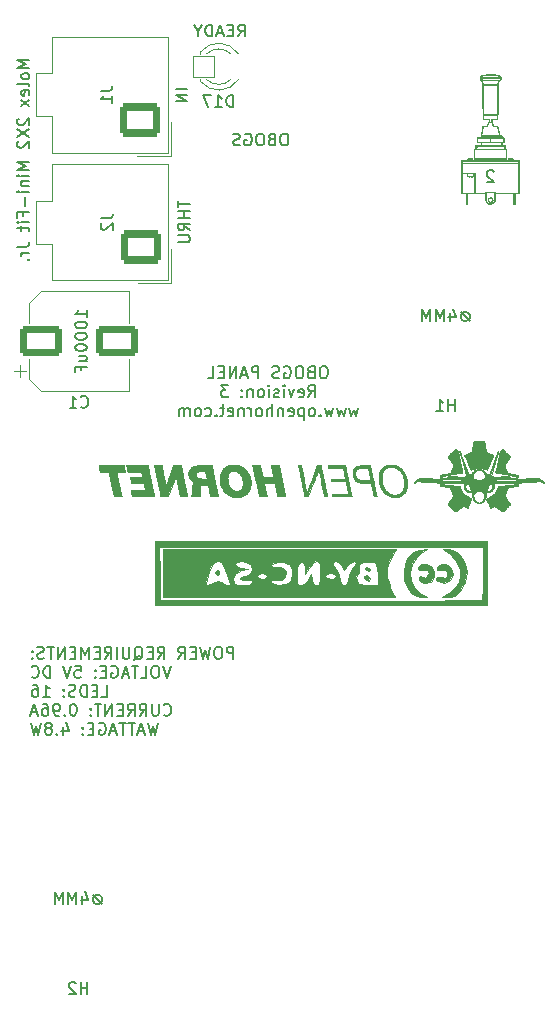
<source format=gbr>
%TF.GenerationSoftware,KiCad,Pcbnew,(6.0.9)*%
%TF.CreationDate,2023-04-01T15:16:26-08:00*%
%TF.ProjectId,OBOGS PANEL,4f424f47-5320-4504-914e-454c2e6b6963,3*%
%TF.SameCoordinates,Original*%
%TF.FileFunction,Legend,Bot*%
%TF.FilePolarity,Positive*%
%FSLAX46Y46*%
G04 Gerber Fmt 4.6, Leading zero omitted, Abs format (unit mm)*
G04 Created by KiCad (PCBNEW (6.0.9)) date 2023-04-01 15:16:26*
%MOMM*%
%LPD*%
G01*
G04 APERTURE LIST*
G04 Aperture macros list*
%AMRoundRect*
0 Rectangle with rounded corners*
0 $1 Rounding radius*
0 $2 $3 $4 $5 $6 $7 $8 $9 X,Y pos of 4 corners*
0 Add a 4 corners polygon primitive as box body*
4,1,4,$2,$3,$4,$5,$6,$7,$8,$9,$2,$3,0*
0 Add four circle primitives for the rounded corners*
1,1,$1+$1,$2,$3*
1,1,$1+$1,$4,$5*
1,1,$1+$1,$6,$7*
1,1,$1+$1,$8,$9*
0 Add four rect primitives between the rounded corners*
20,1,$1+$1,$2,$3,$4,$5,0*
20,1,$1+$1,$4,$5,$6,$7,0*
20,1,$1+$1,$6,$7,$8,$9,0*
20,1,$1+$1,$8,$9,$2,$3,0*%
G04 Aperture macros list end*
%ADD10C,0.150000*%
%ADD11C,0.010000*%
%ADD12C,0.100000*%
%ADD13C,0.120000*%
%ADD14C,12.800000*%
%ADD15C,3.672000*%
%ADD16C,4.600000*%
%ADD17RoundRect,0.300000X-1.500000X-1.000000X1.500000X-1.000000X1.500000X1.000000X-1.500000X1.000000X0*%
%ADD18RoundRect,0.050000X-0.900000X-0.900000X0.900000X-0.900000X0.900000X0.900000X-0.900000X0.900000X0*%
%ADD19C,1.900000*%
%ADD20RoundRect,0.300001X1.399999X-1.099999X1.399999X1.099999X-1.399999X1.099999X-1.399999X-1.099999X0*%
%ADD21O,3.400000X2.800000*%
G04 APERTURE END LIST*
D10*
X182536838Y-54875180D02*
X182346361Y-54875180D01*
X182251123Y-54922800D01*
X182155885Y-55018038D01*
X182108266Y-55208514D01*
X182108266Y-55541847D01*
X182155885Y-55732323D01*
X182251123Y-55827561D01*
X182346361Y-55875180D01*
X182536838Y-55875180D01*
X182632076Y-55827561D01*
X182727314Y-55732323D01*
X182774933Y-55541847D01*
X182774933Y-55208514D01*
X182727314Y-55018038D01*
X182632076Y-54922800D01*
X182536838Y-54875180D01*
X181346361Y-55351371D02*
X181203504Y-55398990D01*
X181155885Y-55446609D01*
X181108266Y-55541847D01*
X181108266Y-55684704D01*
X181155885Y-55779942D01*
X181203504Y-55827561D01*
X181298742Y-55875180D01*
X181679695Y-55875180D01*
X181679695Y-54875180D01*
X181346361Y-54875180D01*
X181251123Y-54922800D01*
X181203504Y-54970419D01*
X181155885Y-55065657D01*
X181155885Y-55160895D01*
X181203504Y-55256133D01*
X181251123Y-55303752D01*
X181346361Y-55351371D01*
X181679695Y-55351371D01*
X180489219Y-54875180D02*
X180298742Y-54875180D01*
X180203504Y-54922800D01*
X180108266Y-55018038D01*
X180060647Y-55208514D01*
X180060647Y-55541847D01*
X180108266Y-55732323D01*
X180203504Y-55827561D01*
X180298742Y-55875180D01*
X180489219Y-55875180D01*
X180584457Y-55827561D01*
X180679695Y-55732323D01*
X180727314Y-55541847D01*
X180727314Y-55208514D01*
X180679695Y-55018038D01*
X180584457Y-54922800D01*
X180489219Y-54875180D01*
X179108266Y-54922800D02*
X179203504Y-54875180D01*
X179346361Y-54875180D01*
X179489219Y-54922800D01*
X179584457Y-55018038D01*
X179632076Y-55113276D01*
X179679695Y-55303752D01*
X179679695Y-55446609D01*
X179632076Y-55637085D01*
X179584457Y-55732323D01*
X179489219Y-55827561D01*
X179346361Y-55875180D01*
X179251123Y-55875180D01*
X179108266Y-55827561D01*
X179060647Y-55779942D01*
X179060647Y-55446609D01*
X179251123Y-55446609D01*
X178679695Y-55827561D02*
X178536838Y-55875180D01*
X178298742Y-55875180D01*
X178203504Y-55827561D01*
X178155885Y-55779942D01*
X178108266Y-55684704D01*
X178108266Y-55589466D01*
X178155885Y-55494228D01*
X178203504Y-55446609D01*
X178298742Y-55398990D01*
X178489219Y-55351371D01*
X178584457Y-55303752D01*
X178632076Y-55256133D01*
X178679695Y-55160895D01*
X178679695Y-55065657D01*
X178632076Y-54970419D01*
X178584457Y-54922800D01*
X178489219Y-54875180D01*
X178251123Y-54875180D01*
X178108266Y-54922800D01*
X178133214Y-99332380D02*
X178133214Y-98332380D01*
X177752261Y-98332380D01*
X177657023Y-98380000D01*
X177609404Y-98427619D01*
X177561785Y-98522857D01*
X177561785Y-98665714D01*
X177609404Y-98760952D01*
X177657023Y-98808571D01*
X177752261Y-98856190D01*
X178133214Y-98856190D01*
X176942738Y-98332380D02*
X176752261Y-98332380D01*
X176657023Y-98380000D01*
X176561785Y-98475238D01*
X176514166Y-98665714D01*
X176514166Y-98999047D01*
X176561785Y-99189523D01*
X176657023Y-99284761D01*
X176752261Y-99332380D01*
X176942738Y-99332380D01*
X177037976Y-99284761D01*
X177133214Y-99189523D01*
X177180833Y-98999047D01*
X177180833Y-98665714D01*
X177133214Y-98475238D01*
X177037976Y-98380000D01*
X176942738Y-98332380D01*
X176180833Y-98332380D02*
X175942738Y-99332380D01*
X175752261Y-98618095D01*
X175561785Y-99332380D01*
X175323690Y-98332380D01*
X174942738Y-98808571D02*
X174609404Y-98808571D01*
X174466547Y-99332380D02*
X174942738Y-99332380D01*
X174942738Y-98332380D01*
X174466547Y-98332380D01*
X173466547Y-99332380D02*
X173799880Y-98856190D01*
X174037976Y-99332380D02*
X174037976Y-98332380D01*
X173657023Y-98332380D01*
X173561785Y-98380000D01*
X173514166Y-98427619D01*
X173466547Y-98522857D01*
X173466547Y-98665714D01*
X173514166Y-98760952D01*
X173561785Y-98808571D01*
X173657023Y-98856190D01*
X174037976Y-98856190D01*
X171704642Y-99332380D02*
X172037976Y-98856190D01*
X172276071Y-99332380D02*
X172276071Y-98332380D01*
X171895119Y-98332380D01*
X171799880Y-98380000D01*
X171752261Y-98427619D01*
X171704642Y-98522857D01*
X171704642Y-98665714D01*
X171752261Y-98760952D01*
X171799880Y-98808571D01*
X171895119Y-98856190D01*
X172276071Y-98856190D01*
X171276071Y-98808571D02*
X170942738Y-98808571D01*
X170799880Y-99332380D02*
X171276071Y-99332380D01*
X171276071Y-98332380D01*
X170799880Y-98332380D01*
X169704642Y-99427619D02*
X169799880Y-99380000D01*
X169895119Y-99284761D01*
X170037976Y-99141904D01*
X170133214Y-99094285D01*
X170228452Y-99094285D01*
X170180833Y-99332380D02*
X170276071Y-99284761D01*
X170371309Y-99189523D01*
X170418928Y-98999047D01*
X170418928Y-98665714D01*
X170371309Y-98475238D01*
X170276071Y-98380000D01*
X170180833Y-98332380D01*
X169990357Y-98332380D01*
X169895119Y-98380000D01*
X169799880Y-98475238D01*
X169752261Y-98665714D01*
X169752261Y-98999047D01*
X169799880Y-99189523D01*
X169895119Y-99284761D01*
X169990357Y-99332380D01*
X170180833Y-99332380D01*
X169323690Y-98332380D02*
X169323690Y-99141904D01*
X169276071Y-99237142D01*
X169228452Y-99284761D01*
X169133214Y-99332380D01*
X168942738Y-99332380D01*
X168847500Y-99284761D01*
X168799880Y-99237142D01*
X168752261Y-99141904D01*
X168752261Y-98332380D01*
X168276071Y-99332380D02*
X168276071Y-98332380D01*
X167228452Y-99332380D02*
X167561785Y-98856190D01*
X167799880Y-99332380D02*
X167799880Y-98332380D01*
X167418928Y-98332380D01*
X167323690Y-98380000D01*
X167276071Y-98427619D01*
X167228452Y-98522857D01*
X167228452Y-98665714D01*
X167276071Y-98760952D01*
X167323690Y-98808571D01*
X167418928Y-98856190D01*
X167799880Y-98856190D01*
X166799880Y-98808571D02*
X166466547Y-98808571D01*
X166323690Y-99332380D02*
X166799880Y-99332380D01*
X166799880Y-98332380D01*
X166323690Y-98332380D01*
X165895119Y-99332380D02*
X165895119Y-98332380D01*
X165561785Y-99046666D01*
X165228452Y-98332380D01*
X165228452Y-99332380D01*
X164752261Y-98808571D02*
X164418928Y-98808571D01*
X164276071Y-99332380D02*
X164752261Y-99332380D01*
X164752261Y-98332380D01*
X164276071Y-98332380D01*
X163847500Y-99332380D02*
X163847500Y-98332380D01*
X163276071Y-99332380D01*
X163276071Y-98332380D01*
X162942738Y-98332380D02*
X162371309Y-98332380D01*
X162657023Y-99332380D02*
X162657023Y-98332380D01*
X162085595Y-99284761D02*
X161942738Y-99332380D01*
X161704642Y-99332380D01*
X161609404Y-99284761D01*
X161561785Y-99237142D01*
X161514166Y-99141904D01*
X161514166Y-99046666D01*
X161561785Y-98951428D01*
X161609404Y-98903809D01*
X161704642Y-98856190D01*
X161895119Y-98808571D01*
X161990357Y-98760952D01*
X162037976Y-98713333D01*
X162085595Y-98618095D01*
X162085595Y-98522857D01*
X162037976Y-98427619D01*
X161990357Y-98380000D01*
X161895119Y-98332380D01*
X161657023Y-98332380D01*
X161514166Y-98380000D01*
X161085595Y-99237142D02*
X161037976Y-99284761D01*
X161085595Y-99332380D01*
X161133214Y-99284761D01*
X161085595Y-99237142D01*
X161085595Y-99332380D01*
X161085595Y-98713333D02*
X161037976Y-98760952D01*
X161085595Y-98808571D01*
X161133214Y-98760952D01*
X161085595Y-98713333D01*
X161085595Y-98808571D01*
X172799880Y-99942380D02*
X172466547Y-100942380D01*
X172133214Y-99942380D01*
X171609404Y-99942380D02*
X171418928Y-99942380D01*
X171323690Y-99990000D01*
X171228452Y-100085238D01*
X171180833Y-100275714D01*
X171180833Y-100609047D01*
X171228452Y-100799523D01*
X171323690Y-100894761D01*
X171418928Y-100942380D01*
X171609404Y-100942380D01*
X171704642Y-100894761D01*
X171799880Y-100799523D01*
X171847500Y-100609047D01*
X171847500Y-100275714D01*
X171799880Y-100085238D01*
X171704642Y-99990000D01*
X171609404Y-99942380D01*
X170276071Y-100942380D02*
X170752261Y-100942380D01*
X170752261Y-99942380D01*
X170085595Y-99942380D02*
X169514166Y-99942380D01*
X169799880Y-100942380D02*
X169799880Y-99942380D01*
X169228452Y-100656666D02*
X168752261Y-100656666D01*
X169323690Y-100942380D02*
X168990357Y-99942380D01*
X168657023Y-100942380D01*
X167799880Y-99990000D02*
X167895119Y-99942380D01*
X168037976Y-99942380D01*
X168180833Y-99990000D01*
X168276071Y-100085238D01*
X168323690Y-100180476D01*
X168371309Y-100370952D01*
X168371309Y-100513809D01*
X168323690Y-100704285D01*
X168276071Y-100799523D01*
X168180833Y-100894761D01*
X168037976Y-100942380D01*
X167942738Y-100942380D01*
X167799880Y-100894761D01*
X167752261Y-100847142D01*
X167752261Y-100513809D01*
X167942738Y-100513809D01*
X167323690Y-100418571D02*
X166990357Y-100418571D01*
X166847500Y-100942380D02*
X167323690Y-100942380D01*
X167323690Y-99942380D01*
X166847500Y-99942380D01*
X166418928Y-100847142D02*
X166371309Y-100894761D01*
X166418928Y-100942380D01*
X166466547Y-100894761D01*
X166418928Y-100847142D01*
X166418928Y-100942380D01*
X166418928Y-100323333D02*
X166371309Y-100370952D01*
X166418928Y-100418571D01*
X166466547Y-100370952D01*
X166418928Y-100323333D01*
X166418928Y-100418571D01*
X164704642Y-99942380D02*
X165180833Y-99942380D01*
X165228452Y-100418571D01*
X165180833Y-100370952D01*
X165085595Y-100323333D01*
X164847500Y-100323333D01*
X164752261Y-100370952D01*
X164704642Y-100418571D01*
X164657023Y-100513809D01*
X164657023Y-100751904D01*
X164704642Y-100847142D01*
X164752261Y-100894761D01*
X164847500Y-100942380D01*
X165085595Y-100942380D01*
X165180833Y-100894761D01*
X165228452Y-100847142D01*
X164371309Y-99942380D02*
X164037976Y-100942380D01*
X163704642Y-99942380D01*
X162609404Y-100942380D02*
X162609404Y-99942380D01*
X162371309Y-99942380D01*
X162228452Y-99990000D01*
X162133214Y-100085238D01*
X162085595Y-100180476D01*
X162037976Y-100370952D01*
X162037976Y-100513809D01*
X162085595Y-100704285D01*
X162133214Y-100799523D01*
X162228452Y-100894761D01*
X162371309Y-100942380D01*
X162609404Y-100942380D01*
X161037976Y-100847142D02*
X161085595Y-100894761D01*
X161228452Y-100942380D01*
X161323690Y-100942380D01*
X161466547Y-100894761D01*
X161561785Y-100799523D01*
X161609404Y-100704285D01*
X161657023Y-100513809D01*
X161657023Y-100370952D01*
X161609404Y-100180476D01*
X161561785Y-100085238D01*
X161466547Y-99990000D01*
X161323690Y-99942380D01*
X161228452Y-99942380D01*
X161085595Y-99990000D01*
X161037976Y-100037619D01*
X166942738Y-102552380D02*
X167418928Y-102552380D01*
X167418928Y-101552380D01*
X166609404Y-102028571D02*
X166276071Y-102028571D01*
X166133214Y-102552380D02*
X166609404Y-102552380D01*
X166609404Y-101552380D01*
X166133214Y-101552380D01*
X165704642Y-102552380D02*
X165704642Y-101552380D01*
X165466547Y-101552380D01*
X165323690Y-101600000D01*
X165228452Y-101695238D01*
X165180833Y-101790476D01*
X165133214Y-101980952D01*
X165133214Y-102123809D01*
X165180833Y-102314285D01*
X165228452Y-102409523D01*
X165323690Y-102504761D01*
X165466547Y-102552380D01*
X165704642Y-102552380D01*
X164752261Y-102504761D02*
X164609404Y-102552380D01*
X164371309Y-102552380D01*
X164276071Y-102504761D01*
X164228452Y-102457142D01*
X164180833Y-102361904D01*
X164180833Y-102266666D01*
X164228452Y-102171428D01*
X164276071Y-102123809D01*
X164371309Y-102076190D01*
X164561785Y-102028571D01*
X164657023Y-101980952D01*
X164704642Y-101933333D01*
X164752261Y-101838095D01*
X164752261Y-101742857D01*
X164704642Y-101647619D01*
X164657023Y-101600000D01*
X164561785Y-101552380D01*
X164323690Y-101552380D01*
X164180833Y-101600000D01*
X163752261Y-102457142D02*
X163704642Y-102504761D01*
X163752261Y-102552380D01*
X163799880Y-102504761D01*
X163752261Y-102457142D01*
X163752261Y-102552380D01*
X163752261Y-101933333D02*
X163704642Y-101980952D01*
X163752261Y-102028571D01*
X163799880Y-101980952D01*
X163752261Y-101933333D01*
X163752261Y-102028571D01*
X161990357Y-102552380D02*
X162561785Y-102552380D01*
X162276071Y-102552380D02*
X162276071Y-101552380D01*
X162371309Y-101695238D01*
X162466547Y-101790476D01*
X162561785Y-101838095D01*
X161133214Y-101552380D02*
X161323690Y-101552380D01*
X161418928Y-101600000D01*
X161466547Y-101647619D01*
X161561785Y-101790476D01*
X161609404Y-101980952D01*
X161609404Y-102361904D01*
X161561785Y-102457142D01*
X161514166Y-102504761D01*
X161418928Y-102552380D01*
X161228452Y-102552380D01*
X161133214Y-102504761D01*
X161085595Y-102457142D01*
X161037976Y-102361904D01*
X161037976Y-102123809D01*
X161085595Y-102028571D01*
X161133214Y-101980952D01*
X161228452Y-101933333D01*
X161418928Y-101933333D01*
X161514166Y-101980952D01*
X161561785Y-102028571D01*
X161609404Y-102123809D01*
X172228452Y-104067142D02*
X172276071Y-104114761D01*
X172418928Y-104162380D01*
X172514166Y-104162380D01*
X172657023Y-104114761D01*
X172752261Y-104019523D01*
X172799880Y-103924285D01*
X172847500Y-103733809D01*
X172847500Y-103590952D01*
X172799880Y-103400476D01*
X172752261Y-103305238D01*
X172657023Y-103210000D01*
X172514166Y-103162380D01*
X172418928Y-103162380D01*
X172276071Y-103210000D01*
X172228452Y-103257619D01*
X171799880Y-103162380D02*
X171799880Y-103971904D01*
X171752261Y-104067142D01*
X171704642Y-104114761D01*
X171609404Y-104162380D01*
X171418928Y-104162380D01*
X171323690Y-104114761D01*
X171276071Y-104067142D01*
X171228452Y-103971904D01*
X171228452Y-103162380D01*
X170180833Y-104162380D02*
X170514166Y-103686190D01*
X170752261Y-104162380D02*
X170752261Y-103162380D01*
X170371309Y-103162380D01*
X170276071Y-103210000D01*
X170228452Y-103257619D01*
X170180833Y-103352857D01*
X170180833Y-103495714D01*
X170228452Y-103590952D01*
X170276071Y-103638571D01*
X170371309Y-103686190D01*
X170752261Y-103686190D01*
X169180833Y-104162380D02*
X169514166Y-103686190D01*
X169752261Y-104162380D02*
X169752261Y-103162380D01*
X169371309Y-103162380D01*
X169276071Y-103210000D01*
X169228452Y-103257619D01*
X169180833Y-103352857D01*
X169180833Y-103495714D01*
X169228452Y-103590952D01*
X169276071Y-103638571D01*
X169371309Y-103686190D01*
X169752261Y-103686190D01*
X168752261Y-103638571D02*
X168418928Y-103638571D01*
X168276071Y-104162380D02*
X168752261Y-104162380D01*
X168752261Y-103162380D01*
X168276071Y-103162380D01*
X167847500Y-104162380D02*
X167847500Y-103162380D01*
X167276071Y-104162380D01*
X167276071Y-103162380D01*
X166942738Y-103162380D02*
X166371309Y-103162380D01*
X166657023Y-104162380D02*
X166657023Y-103162380D01*
X166037976Y-104067142D02*
X165990357Y-104114761D01*
X166037976Y-104162380D01*
X166085595Y-104114761D01*
X166037976Y-104067142D01*
X166037976Y-104162380D01*
X166037976Y-103543333D02*
X165990357Y-103590952D01*
X166037976Y-103638571D01*
X166085595Y-103590952D01*
X166037976Y-103543333D01*
X166037976Y-103638571D01*
X164609404Y-103162380D02*
X164514166Y-103162380D01*
X164418928Y-103210000D01*
X164371309Y-103257619D01*
X164323690Y-103352857D01*
X164276071Y-103543333D01*
X164276071Y-103781428D01*
X164323690Y-103971904D01*
X164371309Y-104067142D01*
X164418928Y-104114761D01*
X164514166Y-104162380D01*
X164609404Y-104162380D01*
X164704642Y-104114761D01*
X164752261Y-104067142D01*
X164799880Y-103971904D01*
X164847500Y-103781428D01*
X164847500Y-103543333D01*
X164799880Y-103352857D01*
X164752261Y-103257619D01*
X164704642Y-103210000D01*
X164609404Y-103162380D01*
X163847500Y-104067142D02*
X163799880Y-104114761D01*
X163847500Y-104162380D01*
X163895119Y-104114761D01*
X163847500Y-104067142D01*
X163847500Y-104162380D01*
X163323690Y-104162380D02*
X163133214Y-104162380D01*
X163037976Y-104114761D01*
X162990357Y-104067142D01*
X162895119Y-103924285D01*
X162847500Y-103733809D01*
X162847500Y-103352857D01*
X162895119Y-103257619D01*
X162942738Y-103210000D01*
X163037976Y-103162380D01*
X163228452Y-103162380D01*
X163323690Y-103210000D01*
X163371309Y-103257619D01*
X163418928Y-103352857D01*
X163418928Y-103590952D01*
X163371309Y-103686190D01*
X163323690Y-103733809D01*
X163228452Y-103781428D01*
X163037976Y-103781428D01*
X162942738Y-103733809D01*
X162895119Y-103686190D01*
X162847500Y-103590952D01*
X161990357Y-103162380D02*
X162180833Y-103162380D01*
X162276071Y-103210000D01*
X162323690Y-103257619D01*
X162418928Y-103400476D01*
X162466547Y-103590952D01*
X162466547Y-103971904D01*
X162418928Y-104067142D01*
X162371309Y-104114761D01*
X162276071Y-104162380D01*
X162085595Y-104162380D01*
X161990357Y-104114761D01*
X161942738Y-104067142D01*
X161895119Y-103971904D01*
X161895119Y-103733809D01*
X161942738Y-103638571D01*
X161990357Y-103590952D01*
X162085595Y-103543333D01*
X162276071Y-103543333D01*
X162371309Y-103590952D01*
X162418928Y-103638571D01*
X162466547Y-103733809D01*
X161514166Y-103876666D02*
X161037976Y-103876666D01*
X161609404Y-104162380D02*
X161276071Y-103162380D01*
X160942738Y-104162380D01*
X171752261Y-104772380D02*
X171514166Y-105772380D01*
X171323690Y-105058095D01*
X171133214Y-105772380D01*
X170895119Y-104772380D01*
X170561785Y-105486666D02*
X170085595Y-105486666D01*
X170657023Y-105772380D02*
X170323690Y-104772380D01*
X169990357Y-105772380D01*
X169799880Y-104772380D02*
X169228452Y-104772380D01*
X169514166Y-105772380D02*
X169514166Y-104772380D01*
X169037976Y-104772380D02*
X168466547Y-104772380D01*
X168752261Y-105772380D02*
X168752261Y-104772380D01*
X168180833Y-105486666D02*
X167704642Y-105486666D01*
X168276071Y-105772380D02*
X167942738Y-104772380D01*
X167609404Y-105772380D01*
X166752261Y-104820000D02*
X166847500Y-104772380D01*
X166990357Y-104772380D01*
X167133214Y-104820000D01*
X167228452Y-104915238D01*
X167276071Y-105010476D01*
X167323690Y-105200952D01*
X167323690Y-105343809D01*
X167276071Y-105534285D01*
X167228452Y-105629523D01*
X167133214Y-105724761D01*
X166990357Y-105772380D01*
X166895119Y-105772380D01*
X166752261Y-105724761D01*
X166704642Y-105677142D01*
X166704642Y-105343809D01*
X166895119Y-105343809D01*
X166276071Y-105248571D02*
X165942738Y-105248571D01*
X165799880Y-105772380D02*
X166276071Y-105772380D01*
X166276071Y-104772380D01*
X165799880Y-104772380D01*
X165371309Y-105677142D02*
X165323690Y-105724761D01*
X165371309Y-105772380D01*
X165418928Y-105724761D01*
X165371309Y-105677142D01*
X165371309Y-105772380D01*
X165371309Y-105153333D02*
X165323690Y-105200952D01*
X165371309Y-105248571D01*
X165418928Y-105200952D01*
X165371309Y-105153333D01*
X165371309Y-105248571D01*
X163704642Y-105105714D02*
X163704642Y-105772380D01*
X163942738Y-104724761D02*
X164180833Y-105439047D01*
X163561785Y-105439047D01*
X163180833Y-105677142D02*
X163133214Y-105724761D01*
X163180833Y-105772380D01*
X163228452Y-105724761D01*
X163180833Y-105677142D01*
X163180833Y-105772380D01*
X162561785Y-105200952D02*
X162657023Y-105153333D01*
X162704642Y-105105714D01*
X162752261Y-105010476D01*
X162752261Y-104962857D01*
X162704642Y-104867619D01*
X162657023Y-104820000D01*
X162561785Y-104772380D01*
X162371309Y-104772380D01*
X162276071Y-104820000D01*
X162228452Y-104867619D01*
X162180833Y-104962857D01*
X162180833Y-105010476D01*
X162228452Y-105105714D01*
X162276071Y-105153333D01*
X162371309Y-105200952D01*
X162561785Y-105200952D01*
X162657023Y-105248571D01*
X162704642Y-105296190D01*
X162752261Y-105391428D01*
X162752261Y-105581904D01*
X162704642Y-105677142D01*
X162657023Y-105724761D01*
X162561785Y-105772380D01*
X162371309Y-105772380D01*
X162276071Y-105724761D01*
X162228452Y-105677142D01*
X162180833Y-105581904D01*
X162180833Y-105391428D01*
X162228452Y-105296190D01*
X162276071Y-105248571D01*
X162371309Y-105200952D01*
X161847500Y-104772380D02*
X161609404Y-105772380D01*
X161418928Y-105058095D01*
X161228452Y-105772380D01*
X160990357Y-104772380D01*
X173439840Y-60543986D02*
X173439840Y-61115415D01*
X174439840Y-60829700D02*
X173439840Y-60829700D01*
X174439840Y-61448748D02*
X173439840Y-61448748D01*
X173916031Y-61448748D02*
X173916031Y-62020177D01*
X174439840Y-62020177D02*
X173439840Y-62020177D01*
X174439840Y-63067796D02*
X173963650Y-62734462D01*
X174439840Y-62496367D02*
X173439840Y-62496367D01*
X173439840Y-62877320D01*
X173487460Y-62972558D01*
X173535079Y-63020177D01*
X173630317Y-63067796D01*
X173773174Y-63067796D01*
X173868412Y-63020177D01*
X173916031Y-62972558D01*
X173963650Y-62877320D01*
X173963650Y-62496367D01*
X173439840Y-63496367D02*
X174249364Y-63496367D01*
X174344602Y-63543986D01*
X174392221Y-63591605D01*
X174439840Y-63686843D01*
X174439840Y-63877320D01*
X174392221Y-63972558D01*
X174344602Y-64020177D01*
X174249364Y-64067796D01*
X173439840Y-64067796D01*
X185862314Y-74575780D02*
X185671838Y-74575780D01*
X185576600Y-74623400D01*
X185481361Y-74718638D01*
X185433742Y-74909114D01*
X185433742Y-75242447D01*
X185481361Y-75432923D01*
X185576600Y-75528161D01*
X185671838Y-75575780D01*
X185862314Y-75575780D01*
X185957552Y-75528161D01*
X186052790Y-75432923D01*
X186100409Y-75242447D01*
X186100409Y-74909114D01*
X186052790Y-74718638D01*
X185957552Y-74623400D01*
X185862314Y-74575780D01*
X184671838Y-75051971D02*
X184528980Y-75099590D01*
X184481361Y-75147209D01*
X184433742Y-75242447D01*
X184433742Y-75385304D01*
X184481361Y-75480542D01*
X184528980Y-75528161D01*
X184624219Y-75575780D01*
X185005171Y-75575780D01*
X185005171Y-74575780D01*
X184671838Y-74575780D01*
X184576600Y-74623400D01*
X184528980Y-74671019D01*
X184481361Y-74766257D01*
X184481361Y-74861495D01*
X184528980Y-74956733D01*
X184576600Y-75004352D01*
X184671838Y-75051971D01*
X185005171Y-75051971D01*
X183814695Y-74575780D02*
X183624219Y-74575780D01*
X183528980Y-74623400D01*
X183433742Y-74718638D01*
X183386123Y-74909114D01*
X183386123Y-75242447D01*
X183433742Y-75432923D01*
X183528980Y-75528161D01*
X183624219Y-75575780D01*
X183814695Y-75575780D01*
X183909933Y-75528161D01*
X184005171Y-75432923D01*
X184052790Y-75242447D01*
X184052790Y-74909114D01*
X184005171Y-74718638D01*
X183909933Y-74623400D01*
X183814695Y-74575780D01*
X182433742Y-74623400D02*
X182528980Y-74575780D01*
X182671838Y-74575780D01*
X182814695Y-74623400D01*
X182909933Y-74718638D01*
X182957552Y-74813876D01*
X183005171Y-75004352D01*
X183005171Y-75147209D01*
X182957552Y-75337685D01*
X182909933Y-75432923D01*
X182814695Y-75528161D01*
X182671838Y-75575780D01*
X182576600Y-75575780D01*
X182433742Y-75528161D01*
X182386123Y-75480542D01*
X182386123Y-75147209D01*
X182576600Y-75147209D01*
X182005171Y-75528161D02*
X181862314Y-75575780D01*
X181624219Y-75575780D01*
X181528980Y-75528161D01*
X181481361Y-75480542D01*
X181433742Y-75385304D01*
X181433742Y-75290066D01*
X181481361Y-75194828D01*
X181528980Y-75147209D01*
X181624219Y-75099590D01*
X181814695Y-75051971D01*
X181909933Y-75004352D01*
X181957552Y-74956733D01*
X182005171Y-74861495D01*
X182005171Y-74766257D01*
X181957552Y-74671019D01*
X181909933Y-74623400D01*
X181814695Y-74575780D01*
X181576600Y-74575780D01*
X181433742Y-74623400D01*
X180243266Y-75575780D02*
X180243266Y-74575780D01*
X179862314Y-74575780D01*
X179767076Y-74623400D01*
X179719457Y-74671019D01*
X179671838Y-74766257D01*
X179671838Y-74909114D01*
X179719457Y-75004352D01*
X179767076Y-75051971D01*
X179862314Y-75099590D01*
X180243266Y-75099590D01*
X179290885Y-75290066D02*
X178814695Y-75290066D01*
X179386123Y-75575780D02*
X179052790Y-74575780D01*
X178719457Y-75575780D01*
X178386123Y-75575780D02*
X178386123Y-74575780D01*
X177814695Y-75575780D01*
X177814695Y-74575780D01*
X177338504Y-75051971D02*
X177005171Y-75051971D01*
X176862314Y-75575780D02*
X177338504Y-75575780D01*
X177338504Y-74575780D01*
X176862314Y-74575780D01*
X175957552Y-75575780D02*
X176433742Y-75575780D01*
X176433742Y-74575780D01*
X184457552Y-77185780D02*
X184790885Y-76709590D01*
X185028980Y-77185780D02*
X185028980Y-76185780D01*
X184648028Y-76185780D01*
X184552790Y-76233400D01*
X184505171Y-76281019D01*
X184457552Y-76376257D01*
X184457552Y-76519114D01*
X184505171Y-76614352D01*
X184552790Y-76661971D01*
X184648028Y-76709590D01*
X185028980Y-76709590D01*
X183648028Y-77138161D02*
X183743266Y-77185780D01*
X183933742Y-77185780D01*
X184028980Y-77138161D01*
X184076600Y-77042923D01*
X184076600Y-76661971D01*
X184028980Y-76566733D01*
X183933742Y-76519114D01*
X183743266Y-76519114D01*
X183648028Y-76566733D01*
X183600409Y-76661971D01*
X183600409Y-76757209D01*
X184076600Y-76852447D01*
X183267076Y-76519114D02*
X183028980Y-77185780D01*
X182790885Y-76519114D01*
X182409933Y-77185780D02*
X182409933Y-76519114D01*
X182409933Y-76185780D02*
X182457552Y-76233400D01*
X182409933Y-76281019D01*
X182362314Y-76233400D01*
X182409933Y-76185780D01*
X182409933Y-76281019D01*
X181981361Y-77138161D02*
X181886123Y-77185780D01*
X181695647Y-77185780D01*
X181600409Y-77138161D01*
X181552790Y-77042923D01*
X181552790Y-76995304D01*
X181600409Y-76900066D01*
X181695647Y-76852447D01*
X181838504Y-76852447D01*
X181933742Y-76804828D01*
X181981361Y-76709590D01*
X181981361Y-76661971D01*
X181933742Y-76566733D01*
X181838504Y-76519114D01*
X181695647Y-76519114D01*
X181600409Y-76566733D01*
X181124219Y-77185780D02*
X181124219Y-76519114D01*
X181124219Y-76185780D02*
X181171838Y-76233400D01*
X181124219Y-76281019D01*
X181076600Y-76233400D01*
X181124219Y-76185780D01*
X181124219Y-76281019D01*
X180505171Y-77185780D02*
X180600409Y-77138161D01*
X180648028Y-77090542D01*
X180695647Y-76995304D01*
X180695647Y-76709590D01*
X180648028Y-76614352D01*
X180600409Y-76566733D01*
X180505171Y-76519114D01*
X180362314Y-76519114D01*
X180267076Y-76566733D01*
X180219457Y-76614352D01*
X180171838Y-76709590D01*
X180171838Y-76995304D01*
X180219457Y-77090542D01*
X180267076Y-77138161D01*
X180362314Y-77185780D01*
X180505171Y-77185780D01*
X179743266Y-76519114D02*
X179743266Y-77185780D01*
X179743266Y-76614352D02*
X179695647Y-76566733D01*
X179600409Y-76519114D01*
X179457552Y-76519114D01*
X179362314Y-76566733D01*
X179314695Y-76661971D01*
X179314695Y-77185780D01*
X178838504Y-77090542D02*
X178790885Y-77138161D01*
X178838504Y-77185780D01*
X178886123Y-77138161D01*
X178838504Y-77090542D01*
X178838504Y-77185780D01*
X178838504Y-76566733D02*
X178790885Y-76614352D01*
X178838504Y-76661971D01*
X178886123Y-76614352D01*
X178838504Y-76566733D01*
X178838504Y-76661971D01*
X177695647Y-76185780D02*
X177076600Y-76185780D01*
X177409933Y-76566733D01*
X177267076Y-76566733D01*
X177171838Y-76614352D01*
X177124219Y-76661971D01*
X177076600Y-76757209D01*
X177076600Y-76995304D01*
X177124219Y-77090542D01*
X177171838Y-77138161D01*
X177267076Y-77185780D01*
X177552790Y-77185780D01*
X177648028Y-77138161D01*
X177695647Y-77090542D01*
X188695647Y-78129114D02*
X188505171Y-78795780D01*
X188314695Y-78319590D01*
X188124219Y-78795780D01*
X187933742Y-78129114D01*
X187648028Y-78129114D02*
X187457552Y-78795780D01*
X187267076Y-78319590D01*
X187076600Y-78795780D01*
X186886123Y-78129114D01*
X186600409Y-78129114D02*
X186409933Y-78795780D01*
X186219457Y-78319590D01*
X186028980Y-78795780D01*
X185838504Y-78129114D01*
X185457552Y-78700542D02*
X185409933Y-78748161D01*
X185457552Y-78795780D01*
X185505171Y-78748161D01*
X185457552Y-78700542D01*
X185457552Y-78795780D01*
X184838504Y-78795780D02*
X184933742Y-78748161D01*
X184981361Y-78700542D01*
X185028980Y-78605304D01*
X185028980Y-78319590D01*
X184981361Y-78224352D01*
X184933742Y-78176733D01*
X184838504Y-78129114D01*
X184695647Y-78129114D01*
X184600409Y-78176733D01*
X184552790Y-78224352D01*
X184505171Y-78319590D01*
X184505171Y-78605304D01*
X184552790Y-78700542D01*
X184600409Y-78748161D01*
X184695647Y-78795780D01*
X184838504Y-78795780D01*
X184076600Y-78129114D02*
X184076600Y-79129114D01*
X184076600Y-78176733D02*
X183981361Y-78129114D01*
X183790885Y-78129114D01*
X183695647Y-78176733D01*
X183648028Y-78224352D01*
X183600409Y-78319590D01*
X183600409Y-78605304D01*
X183648028Y-78700542D01*
X183695647Y-78748161D01*
X183790885Y-78795780D01*
X183981361Y-78795780D01*
X184076600Y-78748161D01*
X182790885Y-78748161D02*
X182886123Y-78795780D01*
X183076600Y-78795780D01*
X183171838Y-78748161D01*
X183219457Y-78652923D01*
X183219457Y-78271971D01*
X183171838Y-78176733D01*
X183076600Y-78129114D01*
X182886123Y-78129114D01*
X182790885Y-78176733D01*
X182743266Y-78271971D01*
X182743266Y-78367209D01*
X183219457Y-78462447D01*
X182314695Y-78129114D02*
X182314695Y-78795780D01*
X182314695Y-78224352D02*
X182267076Y-78176733D01*
X182171838Y-78129114D01*
X182028980Y-78129114D01*
X181933742Y-78176733D01*
X181886123Y-78271971D01*
X181886123Y-78795780D01*
X181409933Y-78795780D02*
X181409933Y-77795780D01*
X180981361Y-78795780D02*
X180981361Y-78271971D01*
X181028980Y-78176733D01*
X181124219Y-78129114D01*
X181267076Y-78129114D01*
X181362314Y-78176733D01*
X181409933Y-78224352D01*
X180362314Y-78795780D02*
X180457552Y-78748161D01*
X180505171Y-78700542D01*
X180552790Y-78605304D01*
X180552790Y-78319590D01*
X180505171Y-78224352D01*
X180457552Y-78176733D01*
X180362314Y-78129114D01*
X180219457Y-78129114D01*
X180124219Y-78176733D01*
X180076600Y-78224352D01*
X180028980Y-78319590D01*
X180028980Y-78605304D01*
X180076600Y-78700542D01*
X180124219Y-78748161D01*
X180219457Y-78795780D01*
X180362314Y-78795780D01*
X179600409Y-78795780D02*
X179600409Y-78129114D01*
X179600409Y-78319590D02*
X179552790Y-78224352D01*
X179505171Y-78176733D01*
X179409933Y-78129114D01*
X179314695Y-78129114D01*
X178981361Y-78129114D02*
X178981361Y-78795780D01*
X178981361Y-78224352D02*
X178933742Y-78176733D01*
X178838504Y-78129114D01*
X178695647Y-78129114D01*
X178600409Y-78176733D01*
X178552790Y-78271971D01*
X178552790Y-78795780D01*
X177695647Y-78748161D02*
X177790885Y-78795780D01*
X177981361Y-78795780D01*
X178076600Y-78748161D01*
X178124219Y-78652923D01*
X178124219Y-78271971D01*
X178076600Y-78176733D01*
X177981361Y-78129114D01*
X177790885Y-78129114D01*
X177695647Y-78176733D01*
X177648028Y-78271971D01*
X177648028Y-78367209D01*
X178124219Y-78462447D01*
X177362314Y-78129114D02*
X176981361Y-78129114D01*
X177219457Y-77795780D02*
X177219457Y-78652923D01*
X177171838Y-78748161D01*
X177076600Y-78795780D01*
X176981361Y-78795780D01*
X176648028Y-78700542D02*
X176600409Y-78748161D01*
X176648028Y-78795780D01*
X176695647Y-78748161D01*
X176648028Y-78700542D01*
X176648028Y-78795780D01*
X175743266Y-78748161D02*
X175838504Y-78795780D01*
X176028980Y-78795780D01*
X176124219Y-78748161D01*
X176171838Y-78700542D01*
X176219457Y-78605304D01*
X176219457Y-78319590D01*
X176171838Y-78224352D01*
X176124219Y-78176733D01*
X176028980Y-78129114D01*
X175838504Y-78129114D01*
X175743266Y-78176733D01*
X175171838Y-78795780D02*
X175267076Y-78748161D01*
X175314695Y-78700542D01*
X175362314Y-78605304D01*
X175362314Y-78319590D01*
X175314695Y-78224352D01*
X175267076Y-78176733D01*
X175171838Y-78129114D01*
X175028980Y-78129114D01*
X174933742Y-78176733D01*
X174886123Y-78224352D01*
X174838504Y-78319590D01*
X174838504Y-78605304D01*
X174886123Y-78700542D01*
X174933742Y-78748161D01*
X175028980Y-78795780D01*
X175171838Y-78795780D01*
X174409933Y-78795780D02*
X174409933Y-78129114D01*
X174409933Y-78224352D02*
X174362314Y-78176733D01*
X174267076Y-78129114D01*
X174124219Y-78129114D01*
X174028980Y-78176733D01*
X173981361Y-78271971D01*
X173981361Y-78795780D01*
X173981361Y-78271971D02*
X173933742Y-78176733D01*
X173838504Y-78129114D01*
X173695647Y-78129114D01*
X173600409Y-78176733D01*
X173552790Y-78271971D01*
X173552790Y-78795780D01*
X174236640Y-51091530D02*
X173236640Y-51091530D01*
X174236640Y-51567720D02*
X173236640Y-51567720D01*
X174236640Y-52139149D01*
X173236640Y-52139149D01*
X178515140Y-46654980D02*
X178848473Y-46178790D01*
X179086568Y-46654980D02*
X179086568Y-45654980D01*
X178705616Y-45654980D01*
X178610378Y-45702600D01*
X178562759Y-45750219D01*
X178515140Y-45845457D01*
X178515140Y-45988314D01*
X178562759Y-46083552D01*
X178610378Y-46131171D01*
X178705616Y-46178790D01*
X179086568Y-46178790D01*
X178086568Y-46131171D02*
X177753235Y-46131171D01*
X177610378Y-46654980D02*
X178086568Y-46654980D01*
X178086568Y-45654980D01*
X177610378Y-45654980D01*
X177229425Y-46369266D02*
X176753235Y-46369266D01*
X177324663Y-46654980D02*
X176991330Y-45654980D01*
X176657997Y-46654980D01*
X176324663Y-46654980D02*
X176324663Y-45654980D01*
X176086568Y-45654980D01*
X175943711Y-45702600D01*
X175848473Y-45797838D01*
X175800854Y-45893076D01*
X175753235Y-46083552D01*
X175753235Y-46226409D01*
X175800854Y-46416885D01*
X175848473Y-46512123D01*
X175943711Y-46607361D01*
X176086568Y-46654980D01*
X176324663Y-46654980D01*
X175134187Y-46178790D02*
X175134187Y-46654980D01*
X175467520Y-45654980D02*
X175134187Y-46178790D01*
X174800854Y-45654980D01*
X160843220Y-48664599D02*
X159843220Y-48664599D01*
X160557506Y-48997932D01*
X159843220Y-49331265D01*
X160843220Y-49331265D01*
X160843220Y-49950313D02*
X160795601Y-49855075D01*
X160747982Y-49807456D01*
X160652744Y-49759837D01*
X160367030Y-49759837D01*
X160271792Y-49807456D01*
X160224173Y-49855075D01*
X160176554Y-49950313D01*
X160176554Y-50093170D01*
X160224173Y-50188408D01*
X160271792Y-50236027D01*
X160367030Y-50283646D01*
X160652744Y-50283646D01*
X160747982Y-50236027D01*
X160795601Y-50188408D01*
X160843220Y-50093170D01*
X160843220Y-49950313D01*
X160843220Y-50855075D02*
X160795601Y-50759837D01*
X160700363Y-50712218D01*
X159843220Y-50712218D01*
X160795601Y-51616980D02*
X160843220Y-51521741D01*
X160843220Y-51331265D01*
X160795601Y-51236027D01*
X160700363Y-51188408D01*
X160319411Y-51188408D01*
X160224173Y-51236027D01*
X160176554Y-51331265D01*
X160176554Y-51521741D01*
X160224173Y-51616980D01*
X160319411Y-51664599D01*
X160414649Y-51664599D01*
X160509887Y-51188408D01*
X160843220Y-51997932D02*
X160176554Y-52521741D01*
X160176554Y-51997932D02*
X160843220Y-52521741D01*
X159938459Y-53616979D02*
X159890840Y-53664599D01*
X159843220Y-53759837D01*
X159843220Y-53997932D01*
X159890840Y-54093170D01*
X159938459Y-54140789D01*
X160033697Y-54188408D01*
X160128935Y-54188408D01*
X160271792Y-54140789D01*
X160843220Y-53569360D01*
X160843220Y-54188408D01*
X159843220Y-54521741D02*
X160843220Y-55188408D01*
X159843220Y-55188408D02*
X160843220Y-54521741D01*
X159938459Y-55521741D02*
X159890840Y-55569360D01*
X159843220Y-55664599D01*
X159843220Y-55902694D01*
X159890840Y-55997932D01*
X159938459Y-56045551D01*
X160033697Y-56093170D01*
X160128935Y-56093170D01*
X160271792Y-56045551D01*
X160843220Y-55474122D01*
X160843220Y-56093170D01*
X160843220Y-57283646D02*
X159843220Y-57283646D01*
X160557506Y-57616979D01*
X159843220Y-57950313D01*
X160843220Y-57950313D01*
X160843220Y-58426503D02*
X160176554Y-58426503D01*
X159843220Y-58426503D02*
X159890840Y-58378884D01*
X159938459Y-58426503D01*
X159890840Y-58474122D01*
X159843220Y-58426503D01*
X159938459Y-58426503D01*
X160176554Y-58902694D02*
X160843220Y-58902694D01*
X160271792Y-58902694D02*
X160224173Y-58950313D01*
X160176554Y-59045551D01*
X160176554Y-59188408D01*
X160224173Y-59283646D01*
X160319411Y-59331265D01*
X160843220Y-59331265D01*
X160843220Y-59807456D02*
X160176554Y-59807456D01*
X159843220Y-59807456D02*
X159890840Y-59759837D01*
X159938459Y-59807456D01*
X159890840Y-59855075D01*
X159843220Y-59807456D01*
X159938459Y-59807456D01*
X160462268Y-60283646D02*
X160462268Y-61045551D01*
X160319411Y-61855075D02*
X160319411Y-61521741D01*
X160843220Y-61521741D02*
X159843220Y-61521741D01*
X159843220Y-61997932D01*
X160843220Y-62378884D02*
X160176554Y-62378884D01*
X159843220Y-62378884D02*
X159890840Y-62331265D01*
X159938459Y-62378884D01*
X159890840Y-62426503D01*
X159843220Y-62378884D01*
X159938459Y-62378884D01*
X160176554Y-62712218D02*
X160176554Y-63093170D01*
X159843220Y-62855075D02*
X160700363Y-62855075D01*
X160795601Y-62902694D01*
X160843220Y-62997932D01*
X160843220Y-63093170D01*
X159843220Y-64474122D02*
X160557506Y-64474122D01*
X160700363Y-64426503D01*
X160795601Y-64331265D01*
X160843220Y-64188408D01*
X160843220Y-64093170D01*
X160843220Y-64950313D02*
X160176554Y-64950313D01*
X160367030Y-64950313D02*
X160271792Y-64997932D01*
X160224173Y-65045551D01*
X160176554Y-65140789D01*
X160176554Y-65236027D01*
X160747982Y-65569360D02*
X160795601Y-65616979D01*
X160843220Y-65569360D01*
X160795601Y-65521741D01*
X160747982Y-65569360D01*
X160843220Y-65569360D01*
X165712400Y-70409370D02*
X165712400Y-69837941D01*
X165712400Y-70123656D02*
X164712400Y-70123656D01*
X164855258Y-70028418D01*
X164950496Y-69933180D01*
X164998115Y-69837941D01*
X164712400Y-71028418D02*
X164712400Y-71123656D01*
X164760020Y-71218894D01*
X164807639Y-71266513D01*
X164902877Y-71314132D01*
X165093353Y-71361751D01*
X165331448Y-71361751D01*
X165521924Y-71314132D01*
X165617162Y-71266513D01*
X165664781Y-71218894D01*
X165712400Y-71123656D01*
X165712400Y-71028418D01*
X165664781Y-70933180D01*
X165617162Y-70885560D01*
X165521924Y-70837941D01*
X165331448Y-70790322D01*
X165093353Y-70790322D01*
X164902877Y-70837941D01*
X164807639Y-70885560D01*
X164760020Y-70933180D01*
X164712400Y-71028418D01*
X164712400Y-71980799D02*
X164712400Y-72076037D01*
X164760020Y-72171275D01*
X164807639Y-72218894D01*
X164902877Y-72266513D01*
X165093353Y-72314132D01*
X165331448Y-72314132D01*
X165521924Y-72266513D01*
X165617162Y-72218894D01*
X165664781Y-72171275D01*
X165712400Y-72076037D01*
X165712400Y-71980799D01*
X165664781Y-71885560D01*
X165617162Y-71837941D01*
X165521924Y-71790322D01*
X165331448Y-71742703D01*
X165093353Y-71742703D01*
X164902877Y-71790322D01*
X164807639Y-71837941D01*
X164760020Y-71885560D01*
X164712400Y-71980799D01*
X164712400Y-72933180D02*
X164712400Y-73028418D01*
X164760020Y-73123656D01*
X164807639Y-73171275D01*
X164902877Y-73218894D01*
X165093353Y-73266513D01*
X165331448Y-73266513D01*
X165521924Y-73218894D01*
X165617162Y-73171275D01*
X165664781Y-73123656D01*
X165712400Y-73028418D01*
X165712400Y-72933180D01*
X165664781Y-72837941D01*
X165617162Y-72790322D01*
X165521924Y-72742703D01*
X165331448Y-72695084D01*
X165093353Y-72695084D01*
X164902877Y-72742703D01*
X164807639Y-72790322D01*
X164760020Y-72837941D01*
X164712400Y-72933180D01*
X165045734Y-74123656D02*
X165712400Y-74123656D01*
X165045734Y-73695084D02*
X165569543Y-73695084D01*
X165664781Y-73742703D01*
X165712400Y-73837941D01*
X165712400Y-73980799D01*
X165664781Y-74076037D01*
X165617162Y-74123656D01*
X165188591Y-74933180D02*
X165188591Y-74599846D01*
X165712400Y-74599846D02*
X164712400Y-74599846D01*
X164712400Y-75076037D01*
%TO.C,G\u002A\u002A\u002A*%
X200160314Y-58096219D02*
X200112695Y-58048600D01*
X200017457Y-58000980D01*
X199779361Y-58000980D01*
X199684123Y-58048600D01*
X199636504Y-58096219D01*
X199588885Y-58191457D01*
X199588885Y-58286695D01*
X199636504Y-58429552D01*
X200207933Y-59000980D01*
X199588885Y-59000980D01*
%TO.C,2*%
X197835442Y-69988543D02*
X197644966Y-69988543D01*
X197454490Y-70083781D01*
X197359252Y-70274257D01*
X197359252Y-70464733D01*
X197454490Y-70655209D01*
X197644966Y-70750447D01*
X197835442Y-70750447D01*
X198025918Y-70655209D01*
X198121157Y-70464733D01*
X198121157Y-70274257D01*
X198025918Y-70083781D01*
X197835442Y-69988543D01*
X197359252Y-69988543D02*
X198121157Y-70750447D01*
X196454490Y-70083781D02*
X196454490Y-70750447D01*
X196692585Y-69702828D02*
X196930680Y-70417114D01*
X196311633Y-70417114D01*
X195930680Y-70750447D02*
X195930680Y-69750447D01*
X195597347Y-70464733D01*
X195264014Y-69750447D01*
X195264014Y-70750447D01*
X194787823Y-70750447D02*
X194787823Y-69750447D01*
X194454490Y-70464733D01*
X194121157Y-69750447D01*
X194121157Y-70750447D01*
X196883061Y-78370447D02*
X196883061Y-77370447D01*
X196883061Y-77846638D02*
X196311633Y-77846638D01*
X196311633Y-78370447D02*
X196311633Y-77370447D01*
X195311633Y-78370447D02*
X195883061Y-78370447D01*
X195597347Y-78370447D02*
X195597347Y-77370447D01*
X195692585Y-77513305D01*
X195787823Y-77608543D01*
X195883061Y-77656162D01*
%TO.C,3*%
X165768061Y-127709947D02*
X165768061Y-126709947D01*
X165768061Y-127186138D02*
X165196633Y-127186138D01*
X165196633Y-127709947D02*
X165196633Y-126709947D01*
X164768061Y-126805186D02*
X164720442Y-126757567D01*
X164625204Y-126709947D01*
X164387109Y-126709947D01*
X164291871Y-126757567D01*
X164244252Y-126805186D01*
X164196633Y-126900424D01*
X164196633Y-126995662D01*
X164244252Y-127138519D01*
X164815680Y-127709947D01*
X164196633Y-127709947D01*
X166720442Y-119328043D02*
X166529966Y-119328043D01*
X166339490Y-119423281D01*
X166244252Y-119613757D01*
X166244252Y-119804233D01*
X166339490Y-119994709D01*
X166529966Y-120089947D01*
X166720442Y-120089947D01*
X166910918Y-119994709D01*
X167006157Y-119804233D01*
X167006157Y-119613757D01*
X166910918Y-119423281D01*
X166720442Y-119328043D01*
X166244252Y-119328043D02*
X167006157Y-120089947D01*
X165339490Y-119423281D02*
X165339490Y-120089947D01*
X165577585Y-119042328D02*
X165815680Y-119756614D01*
X165196633Y-119756614D01*
X164815680Y-120089947D02*
X164815680Y-119089947D01*
X164482347Y-119804233D01*
X164149014Y-119089947D01*
X164149014Y-120089947D01*
X163672823Y-120089947D02*
X163672823Y-119089947D01*
X163339490Y-119804233D01*
X163006157Y-119089947D01*
X163006157Y-120089947D01*
%TO.C,C1*%
X165214526Y-77990322D02*
X165262145Y-78037941D01*
X165405002Y-78085560D01*
X165500240Y-78085560D01*
X165643098Y-78037941D01*
X165738336Y-77942703D01*
X165785955Y-77847465D01*
X165833574Y-77656989D01*
X165833574Y-77514132D01*
X165785955Y-77323656D01*
X165738336Y-77228418D01*
X165643098Y-77133180D01*
X165500240Y-77085560D01*
X165405002Y-77085560D01*
X165262145Y-77133180D01*
X165214526Y-77180799D01*
X164262145Y-78085560D02*
X164833574Y-78085560D01*
X164547860Y-78085560D02*
X164547860Y-77085560D01*
X164643098Y-77228418D01*
X164738336Y-77323656D01*
X164833574Y-77371275D01*
%TO.C,D17*%
X178097345Y-52622340D02*
X178097345Y-51622340D01*
X177859250Y-51622340D01*
X177716393Y-51669960D01*
X177621155Y-51765198D01*
X177573536Y-51860436D01*
X177525917Y-52050912D01*
X177525917Y-52193769D01*
X177573536Y-52384245D01*
X177621155Y-52479483D01*
X177716393Y-52574721D01*
X177859250Y-52622340D01*
X178097345Y-52622340D01*
X176573536Y-52622340D02*
X177144964Y-52622340D01*
X176859250Y-52622340D02*
X176859250Y-51622340D01*
X176954488Y-51765198D01*
X177049726Y-51860436D01*
X177144964Y-51908055D01*
X176240202Y-51622340D02*
X175573536Y-51622340D01*
X176002107Y-52622340D01*
%TO.C,J1*%
X166882876Y-51262266D02*
X167597162Y-51262266D01*
X167740019Y-51214647D01*
X167835257Y-51119409D01*
X167882876Y-50976552D01*
X167882876Y-50881314D01*
X167882876Y-52262266D02*
X167882876Y-51690838D01*
X167882876Y-51976552D02*
X166882876Y-51976552D01*
X167025734Y-51881314D01*
X167120972Y-51786076D01*
X167168591Y-51690838D01*
%TO.C,J2*%
X166898116Y-62042026D02*
X167612402Y-62042026D01*
X167755259Y-61994407D01*
X167850497Y-61899169D01*
X167898116Y-61756312D01*
X167898116Y-61661074D01*
X166993355Y-62470598D02*
X166945736Y-62518217D01*
X166898116Y-62613455D01*
X166898116Y-62851550D01*
X166945736Y-62946788D01*
X166993355Y-62994407D01*
X167088593Y-63042026D01*
X167183831Y-63042026D01*
X167326688Y-62994407D01*
X167898116Y-62422979D01*
X167898116Y-63042026D01*
%TO.C,G\u002A\u002A\u002A*%
G36*
X200043343Y-60583301D02*
G01*
X199993755Y-60644310D01*
X199964179Y-60661765D01*
X199904189Y-60677758D01*
X199836343Y-60681286D01*
X199772878Y-60672092D01*
X199726034Y-60649919D01*
X199693556Y-60614586D01*
X199664033Y-60549392D01*
X199657999Y-60477518D01*
X199664359Y-60450158D01*
X199693637Y-60450158D01*
X199694301Y-60514667D01*
X199710370Y-60574206D01*
X199739725Y-60616401D01*
X199748468Y-60622756D01*
X199799852Y-60642404D01*
X199862703Y-60648609D01*
X199923707Y-60641169D01*
X199969551Y-60619883D01*
X199980021Y-60610596D01*
X200023255Y-60551991D01*
X200037862Y-60488938D01*
X200024809Y-60427069D01*
X199985067Y-60372016D01*
X199919602Y-60329411D01*
X199883973Y-60314218D01*
X199853266Y-60306585D01*
X199825239Y-60312254D01*
X199785152Y-60331451D01*
X199777210Y-60335711D01*
X199731011Y-60370054D01*
X199703954Y-60407405D01*
X199693637Y-60450158D01*
X199664359Y-60450158D01*
X199674470Y-60406666D01*
X199712459Y-60344537D01*
X199770979Y-60298832D01*
X199773130Y-60297738D01*
X199819206Y-60277645D01*
X199855264Y-60273103D01*
X199897031Y-60282015D01*
X199960392Y-60308249D01*
X200018777Y-60357189D01*
X200055157Y-60426393D01*
X200057091Y-60432552D01*
X200062849Y-60488938D01*
X200065058Y-60510578D01*
X200043343Y-60583301D01*
G37*
D11*
X200043343Y-60583301D02*
X199993755Y-60644310D01*
X199964179Y-60661765D01*
X199904189Y-60677758D01*
X199836343Y-60681286D01*
X199772878Y-60672092D01*
X199726034Y-60649919D01*
X199693556Y-60614586D01*
X199664033Y-60549392D01*
X199657999Y-60477518D01*
X199664359Y-60450158D01*
X199693637Y-60450158D01*
X199694301Y-60514667D01*
X199710370Y-60574206D01*
X199739725Y-60616401D01*
X199748468Y-60622756D01*
X199799852Y-60642404D01*
X199862703Y-60648609D01*
X199923707Y-60641169D01*
X199969551Y-60619883D01*
X199980021Y-60610596D01*
X200023255Y-60551991D01*
X200037862Y-60488938D01*
X200024809Y-60427069D01*
X199985067Y-60372016D01*
X199919602Y-60329411D01*
X199883973Y-60314218D01*
X199853266Y-60306585D01*
X199825239Y-60312254D01*
X199785152Y-60331451D01*
X199777210Y-60335711D01*
X199731011Y-60370054D01*
X199703954Y-60407405D01*
X199693637Y-60450158D01*
X199664359Y-60450158D01*
X199674470Y-60406666D01*
X199712459Y-60344537D01*
X199770979Y-60298832D01*
X199773130Y-60297738D01*
X199819206Y-60277645D01*
X199855264Y-60273103D01*
X199897031Y-60282015D01*
X199960392Y-60308249D01*
X200018777Y-60357189D01*
X200055157Y-60426393D01*
X200057091Y-60432552D01*
X200062849Y-60488938D01*
X200065058Y-60510578D01*
X200043343Y-60583301D01*
G36*
X200747447Y-50185084D02*
G01*
X200740442Y-50220707D01*
X200707322Y-50281552D01*
X200669582Y-50330100D01*
X200650484Y-50354668D01*
X200631522Y-50376469D01*
X200609103Y-50401448D01*
X200589548Y-50423980D01*
X200572655Y-50446202D01*
X200558223Y-50470250D01*
X200546051Y-50498263D01*
X200535938Y-50532377D01*
X200527684Y-50574730D01*
X200521086Y-50627458D01*
X200515944Y-50692700D01*
X200514276Y-50726975D01*
X200512057Y-50772592D01*
X200509224Y-50869271D01*
X200507244Y-50984875D01*
X200505916Y-51121541D01*
X200505039Y-51281406D01*
X200504411Y-51466607D01*
X200503833Y-51679282D01*
X200503102Y-51921568D01*
X200502419Y-52097696D01*
X200501200Y-52332866D01*
X200499721Y-52543961D01*
X200497995Y-52730024D01*
X200496037Y-52890094D01*
X200493861Y-53023212D01*
X200491481Y-53128419D01*
X200488911Y-53204755D01*
X200486165Y-53251260D01*
X200483258Y-53266975D01*
X200477363Y-53280189D01*
X200472386Y-53320729D01*
X200469138Y-53384019D01*
X200467975Y-53465412D01*
X200467975Y-53663850D01*
X199991725Y-53663850D01*
X199991725Y-53701321D01*
X199991455Y-53712010D01*
X199988006Y-53757716D01*
X199981861Y-53810765D01*
X199980064Y-53824446D01*
X199977723Y-53863328D01*
X199985337Y-53883119D01*
X200005673Y-53893425D01*
X200026054Y-53904910D01*
X200039350Y-53928550D01*
X200039877Y-53936329D01*
X200044748Y-53972958D01*
X200053631Y-54028449D01*
X200065180Y-54094168D01*
X200091010Y-54235350D01*
X200275524Y-54235593D01*
X200344349Y-54236499D01*
X200408464Y-54239063D01*
X200454817Y-54242867D01*
X200476415Y-54247499D01*
X200483227Y-54262331D01*
X200495101Y-54304090D01*
X200510145Y-54367283D01*
X200527121Y-54446660D01*
X200544788Y-54536975D01*
X200553703Y-54584624D01*
X200575579Y-54701180D01*
X200592845Y-54791173D01*
X200606476Y-54858036D01*
X200617446Y-54905198D01*
X200626728Y-54936092D01*
X200629347Y-54941609D01*
X200635297Y-54954148D01*
X200644127Y-54962797D01*
X200654191Y-54965471D01*
X200666465Y-54965600D01*
X200684694Y-54969192D01*
X200726590Y-54988124D01*
X200772335Y-55017868D01*
X200773237Y-55018555D01*
X200815810Y-55055329D01*
X200819444Y-55060850D01*
X200837634Y-55088491D01*
X200838480Y-55092600D01*
X200845965Y-55128993D01*
X200846510Y-55135282D01*
X200852759Y-55170786D01*
X200868872Y-55185159D01*
X200904198Y-55187850D01*
X200928083Y-55187953D01*
X200961818Y-55190621D01*
X200984361Y-55200638D01*
X200997967Y-55222884D01*
X201000405Y-55236738D01*
X201004892Y-55262239D01*
X201005977Y-55288837D01*
X201007393Y-55323584D01*
X201007725Y-55411798D01*
X201007725Y-55616475D01*
X200848975Y-55616475D01*
X200848975Y-55837533D01*
X200995819Y-55842098D01*
X201142663Y-55846662D01*
X201147256Y-55894287D01*
X201147638Y-55898256D01*
X201148658Y-55931739D01*
X201137016Y-55946965D01*
X201103981Y-55949850D01*
X201055350Y-55949850D01*
X201087100Y-55981600D01*
X201089055Y-55983629D01*
X201112873Y-56029477D01*
X201117780Y-56086800D01*
X201117565Y-56087564D01*
X201102417Y-56141393D01*
X201094843Y-56160982D01*
X201105168Y-56170169D01*
X201140806Y-56172100D01*
X201154762Y-56172006D01*
X201183269Y-56172192D01*
X201205126Y-56175808D01*
X201221212Y-56186393D01*
X201230478Y-56203850D01*
X201232408Y-56207487D01*
X201239595Y-56242630D01*
X201243652Y-56295362D01*
X201245460Y-56369222D01*
X201245900Y-56467750D01*
X201245850Y-56594485D01*
X201245850Y-56997600D01*
X201053387Y-56997600D01*
X200980104Y-56998704D01*
X200920164Y-57001613D01*
X200879701Y-57005892D01*
X200864850Y-57011106D01*
X200864873Y-57011863D01*
X200870270Y-57036416D01*
X200882278Y-57074606D01*
X200890891Y-57099312D01*
X200899706Y-57124600D01*
X201341100Y-57124600D01*
X201372850Y-57124600D01*
X201555413Y-57124600D01*
X201605053Y-57124515D01*
X201667261Y-57123577D01*
X201706274Y-57120804D01*
X201727475Y-57115229D01*
X201736248Y-57105885D01*
X201737975Y-57091806D01*
X201735384Y-57069342D01*
X201721542Y-57028306D01*
X201715934Y-57019572D01*
X201700846Y-57008091D01*
X201673920Y-57001432D01*
X201628525Y-56998350D01*
X201558029Y-56997600D01*
X201550581Y-56997608D01*
X201472980Y-56999559D01*
X201421513Y-57006513D01*
X201391074Y-57020744D01*
X201376555Y-57044531D01*
X201372850Y-57080150D01*
X201372850Y-57124600D01*
X201341100Y-57124600D01*
X201341100Y-57069937D01*
X201341292Y-57060338D01*
X201348914Y-57020992D01*
X201370801Y-56993869D01*
X201411253Y-56976970D01*
X201474572Y-56968297D01*
X201565057Y-56965850D01*
X201571495Y-56965851D01*
X201640658Y-56966436D01*
X201685550Y-56969122D01*
X201713120Y-56975429D01*
X201730316Y-56986875D01*
X201744087Y-57004978D01*
X201760900Y-57040564D01*
X201769725Y-57084353D01*
X201769725Y-57124600D01*
X202006552Y-57124600D01*
X202044407Y-57124721D01*
X202125975Y-57125847D01*
X202194716Y-57127962D01*
X202244323Y-57130836D01*
X202268490Y-57134235D01*
X202270578Y-57135477D01*
X202274738Y-57141780D01*
X202278370Y-57154601D01*
X202278629Y-57156350D01*
X202281510Y-57175880D01*
X202284193Y-57207557D01*
X202286454Y-57251575D01*
X202288329Y-57309874D01*
X202289409Y-57362725D01*
X202289851Y-57384394D01*
X202291056Y-57477078D01*
X202291980Y-57589866D01*
X202292657Y-57724698D01*
X202293122Y-57883517D01*
X202293411Y-58068262D01*
X202293559Y-58280876D01*
X202293600Y-58523298D01*
X202293600Y-59902725D01*
X201944350Y-59902725D01*
X201944350Y-60823475D01*
X201785600Y-60823475D01*
X201785600Y-59902725D01*
X201817350Y-59902725D01*
X201817350Y-60791725D01*
X201912600Y-60791725D01*
X201912600Y-59902725D01*
X201817350Y-59902725D01*
X201785600Y-59902725D01*
X200263941Y-59902725D01*
X200258802Y-60224211D01*
X200253663Y-60545698D01*
X200181685Y-60648868D01*
X200169122Y-60666441D01*
X200104959Y-60740420D01*
X200036996Y-60788251D01*
X199957272Y-60814201D01*
X199857831Y-60822537D01*
X199817713Y-60821647D01*
X199717509Y-60804597D01*
X199632891Y-60763827D01*
X199557068Y-60696493D01*
X199530422Y-60664232D01*
X199502272Y-60618905D01*
X199481490Y-60566302D01*
X199467072Y-60501547D01*
X199458016Y-60419763D01*
X199453318Y-60316070D01*
X199451975Y-60185593D01*
X199451975Y-59902725D01*
X197943850Y-59902725D01*
X197943850Y-60823475D01*
X197785100Y-60823475D01*
X197785100Y-59902725D01*
X197816850Y-59902725D01*
X197816850Y-60791725D01*
X197912100Y-60791725D01*
X197912100Y-59902725D01*
X197816850Y-59902725D01*
X197785100Y-59902725D01*
X197435850Y-59902725D01*
X197435850Y-59870975D01*
X197467600Y-59870975D01*
X198515350Y-59870975D01*
X198515350Y-59037537D01*
X198515323Y-58893221D01*
X198515160Y-58731742D01*
X198514776Y-58597568D01*
X198514088Y-58488186D01*
X198513011Y-58401085D01*
X198511463Y-58333750D01*
X198509359Y-58283671D01*
X198506615Y-58248333D01*
X198503148Y-58225225D01*
X198498874Y-58211833D01*
X198493709Y-58205645D01*
X198487569Y-58204149D01*
X198470551Y-58209945D01*
X198461832Y-58232633D01*
X198459327Y-58277991D01*
X198459241Y-58279555D01*
X198459079Y-58288792D01*
X198445796Y-58372622D01*
X198409750Y-58436655D01*
X198348663Y-58485126D01*
X198344918Y-58487215D01*
X198291208Y-58510687D01*
X198244068Y-58520669D01*
X198210586Y-58516567D01*
X198197850Y-58497787D01*
X198190083Y-58482255D01*
X198158163Y-58473975D01*
X198132276Y-58478635D01*
X198118475Y-58497787D01*
X198117773Y-58503264D01*
X198100771Y-58517315D01*
X198057620Y-58521600D01*
X198032999Y-58520129D01*
X197985895Y-58504970D01*
X197935508Y-58468646D01*
X197930141Y-58463987D01*
X197899044Y-58434114D01*
X197881418Y-58405895D01*
X197872497Y-58368200D01*
X197867513Y-58309896D01*
X197861282Y-58212037D01*
X197904163Y-58212037D01*
X197904664Y-58305476D01*
X197905849Y-58351484D01*
X197912312Y-58388823D01*
X197928679Y-58415851D01*
X197959627Y-58444383D01*
X197984869Y-58463147D01*
X198032431Y-58485595D01*
X198070404Y-58486562D01*
X198092819Y-58465117D01*
X198094897Y-58461454D01*
X198117866Y-58449021D01*
X198154411Y-58444048D01*
X198193339Y-58446147D01*
X198223455Y-58454930D01*
X198233569Y-58470006D01*
X198233146Y-58472593D01*
X198241719Y-58487558D01*
X198273909Y-58482171D01*
X198330052Y-58456386D01*
X198381613Y-58415942D01*
X198421422Y-58351956D01*
X198435975Y-58277991D01*
X198435008Y-58259672D01*
X198427822Y-58237717D01*
X198410003Y-58222449D01*
X198377337Y-58212838D01*
X198325607Y-58207854D01*
X198250596Y-58206466D01*
X198148089Y-58207645D01*
X197904163Y-58212037D01*
X197861282Y-58212037D01*
X197860777Y-58204100D01*
X197467600Y-58204100D01*
X197467600Y-59870975D01*
X197435850Y-59870975D01*
X197435850Y-58171927D01*
X197467600Y-58171927D01*
X198003382Y-58176107D01*
X198539163Y-58180287D01*
X198543329Y-59037537D01*
X198547379Y-59870975D01*
X199449767Y-59870975D01*
X199456531Y-59823350D01*
X199483725Y-59823350D01*
X199483725Y-60145906D01*
X199483876Y-60205517D01*
X199485736Y-60328072D01*
X199490365Y-60425038D01*
X199498574Y-60500733D01*
X199511174Y-60559479D01*
X199528976Y-60605595D01*
X199552789Y-60643402D01*
X199583424Y-60677218D01*
X199593610Y-60686653D01*
X199645791Y-60727562D01*
X199698341Y-60760129D01*
X199765079Y-60783151D01*
X199856176Y-60790787D01*
X199925551Y-60785606D01*
X200015057Y-60759189D01*
X200090629Y-60707542D01*
X200158236Y-60627436D01*
X200221913Y-60534845D01*
X200226726Y-60179097D01*
X200231539Y-59823350D01*
X199483725Y-59823350D01*
X199456531Y-59823350D01*
X199459913Y-59799537D01*
X200269538Y-59799537D01*
X200272921Y-59823350D01*
X200279684Y-59870975D01*
X202261850Y-59870975D01*
X202261850Y-57362725D01*
X197467600Y-57362725D01*
X197467600Y-58171927D01*
X197435850Y-58171927D01*
X197435850Y-57156350D01*
X197467600Y-57156350D01*
X197467600Y-57330975D01*
X202261850Y-57330975D01*
X202261850Y-57156350D01*
X197467600Y-57156350D01*
X197435850Y-57156350D01*
X197435850Y-57124600D01*
X197943850Y-57124600D01*
X197975600Y-57124600D01*
X198158163Y-57124600D01*
X198207803Y-57124515D01*
X198270011Y-57123577D01*
X198309024Y-57120804D01*
X198330225Y-57115229D01*
X198338998Y-57105885D01*
X198340725Y-57091806D01*
X198338134Y-57069342D01*
X198324292Y-57028306D01*
X198318684Y-57019572D01*
X198303596Y-57008091D01*
X198276670Y-57001432D01*
X198231275Y-56998350D01*
X198160779Y-56997600D01*
X198153331Y-56997608D01*
X198075730Y-56999559D01*
X198024263Y-57006513D01*
X197993824Y-57020744D01*
X197979305Y-57044531D01*
X197975600Y-57080150D01*
X197975600Y-57124600D01*
X197943850Y-57124600D01*
X197943850Y-57069937D01*
X197944042Y-57060338D01*
X197951664Y-57020992D01*
X197973551Y-56993869D01*
X198014003Y-56976970D01*
X198077322Y-56968297D01*
X198167807Y-56965850D01*
X198174245Y-56965851D01*
X198243408Y-56966436D01*
X198288300Y-56969122D01*
X198315870Y-56975429D01*
X198333066Y-56986875D01*
X198346837Y-57004978D01*
X198363650Y-57040564D01*
X198372475Y-57084353D01*
X198372475Y-57124600D01*
X198802721Y-57124600D01*
X198835405Y-57124600D01*
X199851826Y-57124600D01*
X199965019Y-57124586D01*
X200154549Y-57124462D01*
X200315739Y-57124164D01*
X200450815Y-57123637D01*
X200562002Y-57122823D01*
X200651525Y-57121668D01*
X200721609Y-57120115D01*
X200774482Y-57118108D01*
X200812367Y-57115591D01*
X200837490Y-57112509D01*
X200852077Y-57108806D01*
X200858353Y-57104426D01*
X200858544Y-57099312D01*
X200850822Y-57076546D01*
X200839249Y-57035812D01*
X200829659Y-56997600D01*
X198885292Y-56997600D01*
X198860348Y-57061100D01*
X198835405Y-57124600D01*
X198802721Y-57124600D01*
X198825723Y-57069547D01*
X198829404Y-57060629D01*
X198843159Y-57024864D01*
X198848725Y-57006047D01*
X198835559Y-57002905D01*
X198796594Y-57000151D01*
X198738039Y-56998286D01*
X198666163Y-56997600D01*
X198483600Y-56997600D01*
X198483600Y-56203850D01*
X198515350Y-56203850D01*
X198515350Y-56965850D01*
X201214100Y-56965850D01*
X201214100Y-56203850D01*
X198515350Y-56203850D01*
X198483600Y-56203850D01*
X198483600Y-56172100D01*
X198555038Y-56172100D01*
X198597911Y-56171565D01*
X198620429Y-56166268D01*
X198622080Y-56150476D01*
X198608586Y-56118455D01*
X198599200Y-56083524D01*
X198599681Y-56079075D01*
X198627156Y-56079075D01*
X198642367Y-56121624D01*
X198683090Y-56153815D01*
X198695166Y-56156736D01*
X198728460Y-56160170D01*
X198782668Y-56163107D01*
X198859146Y-56165567D01*
X198959248Y-56167572D01*
X199084327Y-56169141D01*
X199235738Y-56170294D01*
X199414835Y-56171052D01*
X199622973Y-56171435D01*
X199861504Y-56171464D01*
X200036880Y-56171379D01*
X200240271Y-56171233D01*
X200415584Y-56170887D01*
X200564902Y-56170166D01*
X200690307Y-56168896D01*
X200793881Y-56166901D01*
X200877707Y-56164008D01*
X200943868Y-56160042D01*
X200994445Y-56154828D01*
X201031522Y-56148191D01*
X201057182Y-56139958D01*
X201073506Y-56129953D01*
X201082577Y-56118002D01*
X201086479Y-56103931D01*
X201087292Y-56087564D01*
X201087100Y-56068728D01*
X201087088Y-56065516D01*
X201082543Y-56029888D01*
X201064281Y-56005737D01*
X201024233Y-55981922D01*
X201023406Y-55981501D01*
X201010413Y-55975339D01*
X200995920Y-55970032D01*
X200977599Y-55965518D01*
X200953123Y-55961732D01*
X200920166Y-55958611D01*
X200876401Y-55956090D01*
X200819500Y-55954104D01*
X200747138Y-55952592D01*
X200656987Y-55951487D01*
X200546720Y-55950727D01*
X200414011Y-55950247D01*
X200256532Y-55949984D01*
X200071957Y-55949872D01*
X199857959Y-55949850D01*
X199843321Y-55949850D01*
X199629794Y-55949908D01*
X199445578Y-55950106D01*
X199288380Y-55950499D01*
X199155907Y-55951140D01*
X199045867Y-55952081D01*
X198955966Y-55953376D01*
X198883911Y-55955078D01*
X198827410Y-55957242D01*
X198784170Y-55959919D01*
X198751897Y-55963164D01*
X198728299Y-55967030D01*
X198711084Y-55971570D01*
X198697957Y-55976838D01*
X198670706Y-55993462D01*
X198636817Y-56033807D01*
X198627156Y-56079075D01*
X198599681Y-56079075D01*
X198605540Y-56024842D01*
X198635571Y-55974772D01*
X198647491Y-55961784D01*
X198646893Y-55951836D01*
X198618666Y-55949850D01*
X198593839Y-55947656D01*
X198581288Y-55933697D01*
X198581813Y-55898256D01*
X198582196Y-55894287D01*
X198610600Y-55894287D01*
X198611085Y-55896241D01*
X198616662Y-55900382D01*
X198630074Y-55903975D01*
X198653315Y-55907057D01*
X198688377Y-55909666D01*
X198737254Y-55911840D01*
X198801938Y-55913616D01*
X198884422Y-55915032D01*
X198986699Y-55916127D01*
X199110761Y-55916938D01*
X199258603Y-55917503D01*
X199432215Y-55917860D01*
X199633592Y-55918046D01*
X199864725Y-55918100D01*
X199967620Y-55918090D01*
X200185749Y-55917984D01*
X200374975Y-55917730D01*
X200537291Y-55917288D01*
X200674690Y-55916623D01*
X200789166Y-55915695D01*
X200882711Y-55914467D01*
X200957317Y-55912900D01*
X201014978Y-55910958D01*
X201057686Y-55908603D01*
X201087435Y-55905796D01*
X201106217Y-55902499D01*
X201116024Y-55898676D01*
X201118850Y-55894287D01*
X201118366Y-55892333D01*
X201112789Y-55888192D01*
X201099377Y-55884599D01*
X201076136Y-55881517D01*
X201041074Y-55878908D01*
X200992197Y-55876734D01*
X200927513Y-55874958D01*
X200845029Y-55873542D01*
X200742752Y-55872447D01*
X200618690Y-55871636D01*
X200470848Y-55871071D01*
X200297236Y-55870714D01*
X200095859Y-55870528D01*
X199864725Y-55870475D01*
X199761831Y-55870484D01*
X199543702Y-55870590D01*
X199354476Y-55870844D01*
X199192160Y-55871286D01*
X199054761Y-55871951D01*
X198940285Y-55872879D01*
X198846740Y-55874107D01*
X198772134Y-55875674D01*
X198714473Y-55877616D01*
X198671765Y-55879971D01*
X198642016Y-55882778D01*
X198623234Y-55886075D01*
X198613427Y-55889898D01*
X198610600Y-55894287D01*
X198582196Y-55894287D01*
X198586788Y-55846662D01*
X199055100Y-55837876D01*
X199055100Y-55616475D01*
X199086850Y-55616475D01*
X199086850Y-55838725D01*
X200817225Y-55838725D01*
X200817225Y-55616475D01*
X199086850Y-55616475D01*
X199055100Y-55616475D01*
X198721725Y-55616475D01*
X198721725Y-55584725D01*
X198753475Y-55584725D01*
X199848850Y-55584725D01*
X199880600Y-55584725D01*
X200975975Y-55584725D01*
X200975975Y-55288837D01*
X200482303Y-55225582D01*
X200755048Y-55225582D01*
X200755065Y-55225597D01*
X200773155Y-55230141D01*
X200814010Y-55236291D01*
X200868819Y-55242721D01*
X200919966Y-55246812D01*
X200962200Y-55245614D01*
X200975975Y-55236738D01*
X200964838Y-55228344D01*
X200925739Y-55221883D01*
X200862205Y-55219600D01*
X200854451Y-55219613D01*
X200801793Y-55220554D01*
X200766214Y-55222680D01*
X200755048Y-55225582D01*
X200482303Y-55225582D01*
X200401535Y-55215233D01*
X200297490Y-55229742D01*
X200141068Y-55251555D01*
X199880600Y-55287876D01*
X199880600Y-55584725D01*
X199848850Y-55584725D01*
X199848850Y-55288922D01*
X199577338Y-55252515D01*
X199418429Y-55231207D01*
X199686224Y-55231207D01*
X199705975Y-55236285D01*
X199720826Y-55238698D01*
X199817018Y-55246795D01*
X199921502Y-55245704D01*
X200015538Y-55235475D01*
X200022916Y-55233890D01*
X200024541Y-55229742D01*
X199996406Y-55226612D01*
X199939993Y-55224608D01*
X199856788Y-55223839D01*
X199793146Y-55224008D01*
X199728479Y-55225178D01*
X199693281Y-55227541D01*
X199686224Y-55231207D01*
X199418429Y-55231207D01*
X199305825Y-55216108D01*
X199234849Y-55225451D01*
X199029650Y-55252463D01*
X198753475Y-55288819D01*
X198753475Y-55584725D01*
X198721725Y-55584725D01*
X198721725Y-55235475D01*
X198753475Y-55235475D01*
X198754447Y-55239250D01*
X198776696Y-55247888D01*
X198827162Y-55246629D01*
X198904288Y-55235475D01*
X198909442Y-55234544D01*
X198936222Y-55228926D01*
X198938660Y-55225451D01*
X198914286Y-55223350D01*
X198860632Y-55221852D01*
X198807971Y-55222580D01*
X198768200Y-55227356D01*
X198753475Y-55235475D01*
X198721725Y-55235475D01*
X198721725Y-55187850D01*
X199055100Y-55187850D01*
X199055100Y-55092600D01*
X199086850Y-55092600D01*
X199086850Y-55187850D01*
X200817225Y-55187850D01*
X200817225Y-55092600D01*
X199086850Y-55092600D01*
X199055100Y-55092600D01*
X199055100Y-55078047D01*
X199055104Y-55075675D01*
X199056726Y-55029100D01*
X199086850Y-55029100D01*
X199086937Y-55032488D01*
X199088610Y-55038927D01*
X199094378Y-55044309D01*
X199106754Y-55048729D01*
X199128253Y-55052282D01*
X199161390Y-55055063D01*
X199208677Y-55057166D01*
X199272630Y-55058686D01*
X199355762Y-55059717D01*
X199460587Y-55060354D01*
X199589621Y-55060693D01*
X199745376Y-55060826D01*
X199930366Y-55060850D01*
X200773882Y-55060850D01*
X200733519Y-55029100D01*
X200724195Y-55022392D01*
X200712290Y-55016346D01*
X200695725Y-55011360D01*
X200671793Y-55007332D01*
X200637784Y-55004159D01*
X200590989Y-55001741D01*
X200528700Y-54999974D01*
X200448205Y-54998757D01*
X200346798Y-54997988D01*
X200221767Y-54997566D01*
X200070406Y-54997387D01*
X199890003Y-54997350D01*
X199859808Y-54997350D01*
X199684391Y-54997387D01*
X199537745Y-54997559D01*
X199417293Y-54997968D01*
X199320458Y-54998715D01*
X199244666Y-54999903D01*
X199187338Y-55001632D01*
X199145898Y-55004006D01*
X199117770Y-55007125D01*
X199100378Y-55011093D01*
X199091145Y-55016010D01*
X199087495Y-55021978D01*
X199086850Y-55029100D01*
X199056726Y-55029100D01*
X199057019Y-55020703D01*
X199061792Y-54980261D01*
X199067412Y-54965600D01*
X199114543Y-54965600D01*
X199856611Y-54965600D01*
X199973072Y-54965590D01*
X200126276Y-54965484D01*
X200252116Y-54965171D01*
X200353242Y-54964536D01*
X200432303Y-54963466D01*
X200491949Y-54961850D01*
X200534829Y-54959573D01*
X200563595Y-54956524D01*
X200580896Y-54952588D01*
X200589381Y-54947654D01*
X200591700Y-54941609D01*
X200590504Y-54934339D01*
X200589924Y-54931975D01*
X200583567Y-54902116D01*
X200572534Y-54847288D01*
X200557863Y-54772745D01*
X200540589Y-54683743D01*
X200521748Y-54585538D01*
X200461167Y-54267997D01*
X200262181Y-54263580D01*
X200063194Y-54259162D01*
X200032842Y-54088506D01*
X200002489Y-53917850D01*
X199694706Y-53917850D01*
X199636446Y-54267100D01*
X199234715Y-54267100D01*
X199184983Y-54548881D01*
X199171426Y-54626013D01*
X199155450Y-54717726D01*
X199141609Y-54798070D01*
X199131045Y-54860415D01*
X199124897Y-54898131D01*
X199114543Y-54965600D01*
X199067412Y-54965600D01*
X199068426Y-54962954D01*
X199070479Y-54959813D01*
X199078836Y-54931991D01*
X199091064Y-54879298D01*
X199106194Y-54806328D01*
X199123255Y-54717675D01*
X199141277Y-54617934D01*
X199148110Y-54579099D01*
X199165579Y-54481339D01*
X199181321Y-54395346D01*
X199194419Y-54326002D01*
X199203959Y-54278185D01*
X199209025Y-54256778D01*
X199211606Y-54252801D01*
X199229155Y-54244492D01*
X199265616Y-54239113D01*
X199325255Y-54236215D01*
X199412337Y-54235350D01*
X199607427Y-54235350D01*
X199633767Y-54088506D01*
X199648840Y-54005946D01*
X199660378Y-53949438D01*
X199670154Y-53914211D01*
X199679981Y-53895253D01*
X199691673Y-53887553D01*
X199707045Y-53886100D01*
X199719869Y-53885010D01*
X199731823Y-53876658D01*
X199736482Y-53854906D01*
X199734727Y-53813752D01*
X199727439Y-53747193D01*
X199717428Y-53663850D01*
X199245600Y-53663850D01*
X199245600Y-53465412D01*
X199244612Y-53389553D01*
X199241495Y-53324448D01*
X199236588Y-53282091D01*
X199230238Y-53266975D01*
X199277350Y-53266975D01*
X199277350Y-53631251D01*
X199511507Y-53635644D01*
X199745663Y-53640037D01*
X199759462Y-53763068D01*
X199773262Y-53886100D01*
X199941573Y-53886100D01*
X199951901Y-53778943D01*
X199957806Y-53723626D01*
X199963875Y-53677103D01*
X199968541Y-53651943D01*
X199972698Y-53647115D01*
X199994975Y-53640128D01*
X200038991Y-53635482D01*
X200108071Y-53632899D01*
X200205540Y-53632100D01*
X200436225Y-53632100D01*
X200436225Y-53266975D01*
X199277350Y-53266975D01*
X199230238Y-53266975D01*
X199228322Y-53260449D01*
X199225483Y-53224766D01*
X199222826Y-53158770D01*
X199220363Y-53063338D01*
X199218108Y-52939344D01*
X199216073Y-52787663D01*
X199214271Y-52609170D01*
X199212715Y-52404740D01*
X199211419Y-52175247D01*
X199210394Y-51921568D01*
X199206415Y-50726975D01*
X199245600Y-50726975D01*
X199245600Y-53235225D01*
X200467975Y-53235225D01*
X200467975Y-50726975D01*
X199245600Y-50726975D01*
X199206415Y-50726975D01*
X199205913Y-50576162D01*
X199168205Y-50504725D01*
X199142301Y-50462819D01*
X199099502Y-50404998D01*
X199053111Y-50350894D01*
X199033735Y-50330100D01*
X199081316Y-50330100D01*
X199114454Y-50365818D01*
X199136330Y-50393170D01*
X199169161Y-50444642D01*
X199199262Y-50501591D01*
X199221300Y-50553645D01*
X199229942Y-50590433D01*
X199231683Y-50614987D01*
X199239731Y-50659506D01*
X199249304Y-50695225D01*
X199856941Y-50695225D01*
X199944219Y-50695250D01*
X200086202Y-50695268D01*
X200200883Y-50694887D01*
X200291170Y-50693676D01*
X200359972Y-50691207D01*
X200410195Y-50687051D01*
X200444746Y-50680778D01*
X200466534Y-50671959D01*
X200478466Y-50660166D01*
X200483449Y-50644968D01*
X200484391Y-50625938D01*
X200484199Y-50602645D01*
X200487106Y-50576435D01*
X200507181Y-50512996D01*
X200541895Y-50444283D01*
X200585995Y-50381693D01*
X200629548Y-50330100D01*
X199081316Y-50330100D01*
X199033735Y-50330100D01*
X199032678Y-50328966D01*
X199000512Y-50290965D01*
X198983520Y-50259524D01*
X198976869Y-50223441D01*
X198976269Y-50196206D01*
X199007475Y-50196206D01*
X199010851Y-50227171D01*
X199023909Y-50267643D01*
X199028308Y-50274248D01*
X199035805Y-50280057D01*
X199048850Y-50284850D01*
X199070063Y-50288725D01*
X199102065Y-50291778D01*
X199147476Y-50294107D01*
X199208916Y-50295810D01*
X199289005Y-50296984D01*
X199390364Y-50297728D01*
X199515612Y-50298138D01*
X199667369Y-50298313D01*
X199848257Y-50298350D01*
X200656171Y-50298350D01*
X200689073Y-50256521D01*
X200689741Y-50255666D01*
X200712530Y-50217804D01*
X200721975Y-50185084D01*
X200721928Y-50183336D01*
X200720172Y-50177153D01*
X200714043Y-50171958D01*
X200701053Y-50167665D01*
X200678713Y-50164190D01*
X200644534Y-50161445D01*
X200596028Y-50159345D01*
X200530704Y-50157804D01*
X200446075Y-50156736D01*
X200339652Y-50156055D01*
X200208945Y-50155675D01*
X200051466Y-50155510D01*
X199864725Y-50155475D01*
X199007475Y-50155475D01*
X199007475Y-50196206D01*
X198976269Y-50196206D01*
X198975725Y-50171511D01*
X198976763Y-50135765D01*
X198983192Y-50098868D01*
X199007475Y-50098868D01*
X199007696Y-50100676D01*
X199012030Y-50105853D01*
X199023774Y-50110202D01*
X199045359Y-50113793D01*
X199079221Y-50116697D01*
X199127794Y-50118985D01*
X199193512Y-50120727D01*
X199278809Y-50121995D01*
X199386118Y-50122857D01*
X199517876Y-50123386D01*
X199676514Y-50123652D01*
X199864469Y-50123725D01*
X200721462Y-50123725D01*
X200694224Y-50066606D01*
X200664000Y-50022652D01*
X200607801Y-49979294D01*
X200597396Y-49974311D01*
X200580143Y-49967882D01*
X200558318Y-49962645D01*
X200528903Y-49958478D01*
X200488877Y-49955262D01*
X200435221Y-49952873D01*
X200364915Y-49951191D01*
X200274938Y-49950094D01*
X200162271Y-49949460D01*
X200023895Y-49949169D01*
X199856788Y-49949100D01*
X199707478Y-49949143D01*
X199566332Y-49949371D01*
X199451208Y-49949913D01*
X199359069Y-49950896D01*
X199286879Y-49952449D01*
X199231602Y-49954700D01*
X199190200Y-49957777D01*
X199159638Y-49961807D01*
X199136879Y-49966919D01*
X199118886Y-49973241D01*
X199102624Y-49980901D01*
X199069035Y-50000779D01*
X199022986Y-50046601D01*
X199007475Y-50098868D01*
X198983192Y-50098868D01*
X198990962Y-50054280D01*
X199023192Y-49995206D01*
X199075213Y-49954706D01*
X199075544Y-49954536D01*
X199111365Y-49941244D01*
X199170277Y-49924834D01*
X199244181Y-49907376D01*
X199268911Y-49902344D01*
X199457658Y-49902344D01*
X199468564Y-49905354D01*
X199506833Y-49908052D01*
X199569025Y-49910334D01*
X199651697Y-49912096D01*
X199751411Y-49913234D01*
X199864725Y-49913646D01*
X199989573Y-49913275D01*
X200096036Y-49912107D01*
X200177318Y-49910197D01*
X200231777Y-49907600D01*
X200257772Y-49904370D01*
X200253663Y-49900564D01*
X200238045Y-49898281D01*
X200187363Y-49894557D01*
X200114749Y-49891749D01*
X200026168Y-49889852D01*
X199927581Y-49888857D01*
X199824954Y-49888759D01*
X199724249Y-49889551D01*
X199631429Y-49891225D01*
X199552457Y-49893775D01*
X199493297Y-49897194D01*
X199459913Y-49901475D01*
X199457658Y-49902344D01*
X199268911Y-49902344D01*
X199324975Y-49890936D01*
X199396338Y-49879350D01*
X199549143Y-49862878D01*
X199718416Y-49853356D01*
X199894678Y-49850830D01*
X200068451Y-49855348D01*
X200230255Y-49866959D01*
X200370612Y-49885708D01*
X200399919Y-49890953D01*
X200467838Y-49904370D01*
X200498321Y-49910392D01*
X200571623Y-49929404D01*
X200624981Y-49950438D01*
X200663555Y-49975942D01*
X200692503Y-50008368D01*
X200716984Y-50050163D01*
X200741629Y-50107884D01*
X200744324Y-50123725D01*
X200751369Y-50165146D01*
X200747447Y-50185084D01*
G37*
D12*
X200747447Y-50185084D02*
X200740442Y-50220707D01*
X200707322Y-50281552D01*
X200669582Y-50330100D01*
X200650484Y-50354668D01*
X200631522Y-50376469D01*
X200609103Y-50401448D01*
X200589548Y-50423980D01*
X200572655Y-50446202D01*
X200558223Y-50470250D01*
X200546051Y-50498263D01*
X200535938Y-50532377D01*
X200527684Y-50574730D01*
X200521086Y-50627458D01*
X200515944Y-50692700D01*
X200514276Y-50726975D01*
X200512057Y-50772592D01*
X200509224Y-50869271D01*
X200507244Y-50984875D01*
X200505916Y-51121541D01*
X200505039Y-51281406D01*
X200504411Y-51466607D01*
X200503833Y-51679282D01*
X200503102Y-51921568D01*
X200502419Y-52097696D01*
X200501200Y-52332866D01*
X200499721Y-52543961D01*
X200497995Y-52730024D01*
X200496037Y-52890094D01*
X200493861Y-53023212D01*
X200491481Y-53128419D01*
X200488911Y-53204755D01*
X200486165Y-53251260D01*
X200483258Y-53266975D01*
X200477363Y-53280189D01*
X200472386Y-53320729D01*
X200469138Y-53384019D01*
X200467975Y-53465412D01*
X200467975Y-53663850D01*
X199991725Y-53663850D01*
X199991725Y-53701321D01*
X199991455Y-53712010D01*
X199988006Y-53757716D01*
X199981861Y-53810765D01*
X199980064Y-53824446D01*
X199977723Y-53863328D01*
X199985337Y-53883119D01*
X200005673Y-53893425D01*
X200026054Y-53904910D01*
X200039350Y-53928550D01*
X200039877Y-53936329D01*
X200044748Y-53972958D01*
X200053631Y-54028449D01*
X200065180Y-54094168D01*
X200091010Y-54235350D01*
X200275524Y-54235593D01*
X200344349Y-54236499D01*
X200408464Y-54239063D01*
X200454817Y-54242867D01*
X200476415Y-54247499D01*
X200483227Y-54262331D01*
X200495101Y-54304090D01*
X200510145Y-54367283D01*
X200527121Y-54446660D01*
X200544788Y-54536975D01*
X200553703Y-54584624D01*
X200575579Y-54701180D01*
X200592845Y-54791173D01*
X200606476Y-54858036D01*
X200617446Y-54905198D01*
X200626728Y-54936092D01*
X200629347Y-54941609D01*
X200635297Y-54954148D01*
X200644127Y-54962797D01*
X200654191Y-54965471D01*
X200666465Y-54965600D01*
X200684694Y-54969192D01*
X200726590Y-54988124D01*
X200772335Y-55017868D01*
X200773237Y-55018555D01*
X200815810Y-55055329D01*
X200819444Y-55060850D01*
X200837634Y-55088491D01*
X200838480Y-55092600D01*
X200845965Y-55128993D01*
X200846510Y-55135282D01*
X200852759Y-55170786D01*
X200868872Y-55185159D01*
X200904198Y-55187850D01*
X200928083Y-55187953D01*
X200961818Y-55190621D01*
X200984361Y-55200638D01*
X200997967Y-55222884D01*
X201000405Y-55236738D01*
X201004892Y-55262239D01*
X201005977Y-55288837D01*
X201007393Y-55323584D01*
X201007725Y-55411798D01*
X201007725Y-55616475D01*
X200848975Y-55616475D01*
X200848975Y-55837533D01*
X200995819Y-55842098D01*
X201142663Y-55846662D01*
X201147256Y-55894287D01*
X201147638Y-55898256D01*
X201148658Y-55931739D01*
X201137016Y-55946965D01*
X201103981Y-55949850D01*
X201055350Y-55949850D01*
X201087100Y-55981600D01*
X201089055Y-55983629D01*
X201112873Y-56029477D01*
X201117780Y-56086800D01*
X201117565Y-56087564D01*
X201102417Y-56141393D01*
X201094843Y-56160982D01*
X201105168Y-56170169D01*
X201140806Y-56172100D01*
X201154762Y-56172006D01*
X201183269Y-56172192D01*
X201205126Y-56175808D01*
X201221212Y-56186393D01*
X201230478Y-56203850D01*
X201232408Y-56207487D01*
X201239595Y-56242630D01*
X201243652Y-56295362D01*
X201245460Y-56369222D01*
X201245900Y-56467750D01*
X201245850Y-56594485D01*
X201245850Y-56997600D01*
X201053387Y-56997600D01*
X200980104Y-56998704D01*
X200920164Y-57001613D01*
X200879701Y-57005892D01*
X200864850Y-57011106D01*
X200864873Y-57011863D01*
X200870270Y-57036416D01*
X200882278Y-57074606D01*
X200890891Y-57099312D01*
X200899706Y-57124600D01*
X201341100Y-57124600D01*
X201372850Y-57124600D01*
X201555413Y-57124600D01*
X201605053Y-57124515D01*
X201667261Y-57123577D01*
X201706274Y-57120804D01*
X201727475Y-57115229D01*
X201736248Y-57105885D01*
X201737975Y-57091806D01*
X201735384Y-57069342D01*
X201721542Y-57028306D01*
X201715934Y-57019572D01*
X201700846Y-57008091D01*
X201673920Y-57001432D01*
X201628525Y-56998350D01*
X201558029Y-56997600D01*
X201550581Y-56997608D01*
X201472980Y-56999559D01*
X201421513Y-57006513D01*
X201391074Y-57020744D01*
X201376555Y-57044531D01*
X201372850Y-57080150D01*
X201372850Y-57124600D01*
X201341100Y-57124600D01*
X201341100Y-57069937D01*
X201341292Y-57060338D01*
X201348914Y-57020992D01*
X201370801Y-56993869D01*
X201411253Y-56976970D01*
X201474572Y-56968297D01*
X201565057Y-56965850D01*
X201571495Y-56965851D01*
X201640658Y-56966436D01*
X201685550Y-56969122D01*
X201713120Y-56975429D01*
X201730316Y-56986875D01*
X201744087Y-57004978D01*
X201760900Y-57040564D01*
X201769725Y-57084353D01*
X201769725Y-57124600D01*
X202006552Y-57124600D01*
X202044407Y-57124721D01*
X202125975Y-57125847D01*
X202194716Y-57127962D01*
X202244323Y-57130836D01*
X202268490Y-57134235D01*
X202270578Y-57135477D01*
X202274738Y-57141780D01*
X202278370Y-57154601D01*
X202278629Y-57156350D01*
X202281510Y-57175880D01*
X202284193Y-57207557D01*
X202286454Y-57251575D01*
X202288329Y-57309874D01*
X202289409Y-57362725D01*
X202289851Y-57384394D01*
X202291056Y-57477078D01*
X202291980Y-57589866D01*
X202292657Y-57724698D01*
X202293122Y-57883517D01*
X202293411Y-58068262D01*
X202293559Y-58280876D01*
X202293600Y-58523298D01*
X202293600Y-59902725D01*
X201944350Y-59902725D01*
X201944350Y-60823475D01*
X201785600Y-60823475D01*
X201785600Y-59902725D01*
X201817350Y-59902725D01*
X201817350Y-60791725D01*
X201912600Y-60791725D01*
X201912600Y-59902725D01*
X201817350Y-59902725D01*
X201785600Y-59902725D01*
X200263941Y-59902725D01*
X200258802Y-60224211D01*
X200253663Y-60545698D01*
X200181685Y-60648868D01*
X200169122Y-60666441D01*
X200104959Y-60740420D01*
X200036996Y-60788251D01*
X199957272Y-60814201D01*
X199857831Y-60822537D01*
X199817713Y-60821647D01*
X199717509Y-60804597D01*
X199632891Y-60763827D01*
X199557068Y-60696493D01*
X199530422Y-60664232D01*
X199502272Y-60618905D01*
X199481490Y-60566302D01*
X199467072Y-60501547D01*
X199458016Y-60419763D01*
X199453318Y-60316070D01*
X199451975Y-60185593D01*
X199451975Y-59902725D01*
X197943850Y-59902725D01*
X197943850Y-60823475D01*
X197785100Y-60823475D01*
X197785100Y-59902725D01*
X197816850Y-59902725D01*
X197816850Y-60791725D01*
X197912100Y-60791725D01*
X197912100Y-59902725D01*
X197816850Y-59902725D01*
X197785100Y-59902725D01*
X197435850Y-59902725D01*
X197435850Y-59870975D01*
X197467600Y-59870975D01*
X198515350Y-59870975D01*
X198515350Y-59037537D01*
X198515323Y-58893221D01*
X198515160Y-58731742D01*
X198514776Y-58597568D01*
X198514088Y-58488186D01*
X198513011Y-58401085D01*
X198511463Y-58333750D01*
X198509359Y-58283671D01*
X198506615Y-58248333D01*
X198503148Y-58225225D01*
X198498874Y-58211833D01*
X198493709Y-58205645D01*
X198487569Y-58204149D01*
X198470551Y-58209945D01*
X198461832Y-58232633D01*
X198459327Y-58277991D01*
X198459241Y-58279555D01*
X198459079Y-58288792D01*
X198445796Y-58372622D01*
X198409750Y-58436655D01*
X198348663Y-58485126D01*
X198344918Y-58487215D01*
X198291208Y-58510687D01*
X198244068Y-58520669D01*
X198210586Y-58516567D01*
X198197850Y-58497787D01*
X198190083Y-58482255D01*
X198158163Y-58473975D01*
X198132276Y-58478635D01*
X198118475Y-58497787D01*
X198117773Y-58503264D01*
X198100771Y-58517315D01*
X198057620Y-58521600D01*
X198032999Y-58520129D01*
X197985895Y-58504970D01*
X197935508Y-58468646D01*
X197930141Y-58463987D01*
X197899044Y-58434114D01*
X197881418Y-58405895D01*
X197872497Y-58368200D01*
X197867513Y-58309896D01*
X197861282Y-58212037D01*
X197904163Y-58212037D01*
X197904664Y-58305476D01*
X197905849Y-58351484D01*
X197912312Y-58388823D01*
X197928679Y-58415851D01*
X197959627Y-58444383D01*
X197984869Y-58463147D01*
X198032431Y-58485595D01*
X198070404Y-58486562D01*
X198092819Y-58465117D01*
X198094897Y-58461454D01*
X198117866Y-58449021D01*
X198154411Y-58444048D01*
X198193339Y-58446147D01*
X198223455Y-58454930D01*
X198233569Y-58470006D01*
X198233146Y-58472593D01*
X198241719Y-58487558D01*
X198273909Y-58482171D01*
X198330052Y-58456386D01*
X198381613Y-58415942D01*
X198421422Y-58351956D01*
X198435975Y-58277991D01*
X198435008Y-58259672D01*
X198427822Y-58237717D01*
X198410003Y-58222449D01*
X198377337Y-58212838D01*
X198325607Y-58207854D01*
X198250596Y-58206466D01*
X198148089Y-58207645D01*
X197904163Y-58212037D01*
X197861282Y-58212037D01*
X197860777Y-58204100D01*
X197467600Y-58204100D01*
X197467600Y-59870975D01*
X197435850Y-59870975D01*
X197435850Y-58171927D01*
X197467600Y-58171927D01*
X198003382Y-58176107D01*
X198539163Y-58180287D01*
X198543329Y-59037537D01*
X198547379Y-59870975D01*
X199449767Y-59870975D01*
X199456531Y-59823350D01*
X199483725Y-59823350D01*
X199483725Y-60145906D01*
X199483876Y-60205517D01*
X199485736Y-60328072D01*
X199490365Y-60425038D01*
X199498574Y-60500733D01*
X199511174Y-60559479D01*
X199528976Y-60605595D01*
X199552789Y-60643402D01*
X199583424Y-60677218D01*
X199593610Y-60686653D01*
X199645791Y-60727562D01*
X199698341Y-60760129D01*
X199765079Y-60783151D01*
X199856176Y-60790787D01*
X199925551Y-60785606D01*
X200015057Y-60759189D01*
X200090629Y-60707542D01*
X200158236Y-60627436D01*
X200221913Y-60534845D01*
X200226726Y-60179097D01*
X200231539Y-59823350D01*
X199483725Y-59823350D01*
X199456531Y-59823350D01*
X199459913Y-59799537D01*
X200269538Y-59799537D01*
X200272921Y-59823350D01*
X200279684Y-59870975D01*
X202261850Y-59870975D01*
X202261850Y-57362725D01*
X197467600Y-57362725D01*
X197467600Y-58171927D01*
X197435850Y-58171927D01*
X197435850Y-57156350D01*
X197467600Y-57156350D01*
X197467600Y-57330975D01*
X202261850Y-57330975D01*
X202261850Y-57156350D01*
X197467600Y-57156350D01*
X197435850Y-57156350D01*
X197435850Y-57124600D01*
X197943850Y-57124600D01*
X197975600Y-57124600D01*
X198158163Y-57124600D01*
X198207803Y-57124515D01*
X198270011Y-57123577D01*
X198309024Y-57120804D01*
X198330225Y-57115229D01*
X198338998Y-57105885D01*
X198340725Y-57091806D01*
X198338134Y-57069342D01*
X198324292Y-57028306D01*
X198318684Y-57019572D01*
X198303596Y-57008091D01*
X198276670Y-57001432D01*
X198231275Y-56998350D01*
X198160779Y-56997600D01*
X198153331Y-56997608D01*
X198075730Y-56999559D01*
X198024263Y-57006513D01*
X197993824Y-57020744D01*
X197979305Y-57044531D01*
X197975600Y-57080150D01*
X197975600Y-57124600D01*
X197943850Y-57124600D01*
X197943850Y-57069937D01*
X197944042Y-57060338D01*
X197951664Y-57020992D01*
X197973551Y-56993869D01*
X198014003Y-56976970D01*
X198077322Y-56968297D01*
X198167807Y-56965850D01*
X198174245Y-56965851D01*
X198243408Y-56966436D01*
X198288300Y-56969122D01*
X198315870Y-56975429D01*
X198333066Y-56986875D01*
X198346837Y-57004978D01*
X198363650Y-57040564D01*
X198372475Y-57084353D01*
X198372475Y-57124600D01*
X198802721Y-57124600D01*
X198835405Y-57124600D01*
X199851826Y-57124600D01*
X199965019Y-57124586D01*
X200154549Y-57124462D01*
X200315739Y-57124164D01*
X200450815Y-57123637D01*
X200562002Y-57122823D01*
X200651525Y-57121668D01*
X200721609Y-57120115D01*
X200774482Y-57118108D01*
X200812367Y-57115591D01*
X200837490Y-57112509D01*
X200852077Y-57108806D01*
X200858353Y-57104426D01*
X200858544Y-57099312D01*
X200850822Y-57076546D01*
X200839249Y-57035812D01*
X200829659Y-56997600D01*
X198885292Y-56997600D01*
X198860348Y-57061100D01*
X198835405Y-57124600D01*
X198802721Y-57124600D01*
X198825723Y-57069547D01*
X198829404Y-57060629D01*
X198843159Y-57024864D01*
X198848725Y-57006047D01*
X198835559Y-57002905D01*
X198796594Y-57000151D01*
X198738039Y-56998286D01*
X198666163Y-56997600D01*
X198483600Y-56997600D01*
X198483600Y-56203850D01*
X198515350Y-56203850D01*
X198515350Y-56965850D01*
X201214100Y-56965850D01*
X201214100Y-56203850D01*
X198515350Y-56203850D01*
X198483600Y-56203850D01*
X198483600Y-56172100D01*
X198555038Y-56172100D01*
X198597911Y-56171565D01*
X198620429Y-56166268D01*
X198622080Y-56150476D01*
X198608586Y-56118455D01*
X198599200Y-56083524D01*
X198599681Y-56079075D01*
X198627156Y-56079075D01*
X198642367Y-56121624D01*
X198683090Y-56153815D01*
X198695166Y-56156736D01*
X198728460Y-56160170D01*
X198782668Y-56163107D01*
X198859146Y-56165567D01*
X198959248Y-56167572D01*
X199084327Y-56169141D01*
X199235738Y-56170294D01*
X199414835Y-56171052D01*
X199622973Y-56171435D01*
X199861504Y-56171464D01*
X200036880Y-56171379D01*
X200240271Y-56171233D01*
X200415584Y-56170887D01*
X200564902Y-56170166D01*
X200690307Y-56168896D01*
X200793881Y-56166901D01*
X200877707Y-56164008D01*
X200943868Y-56160042D01*
X200994445Y-56154828D01*
X201031522Y-56148191D01*
X201057182Y-56139958D01*
X201073506Y-56129953D01*
X201082577Y-56118002D01*
X201086479Y-56103931D01*
X201087292Y-56087564D01*
X201087100Y-56068728D01*
X201087088Y-56065516D01*
X201082543Y-56029888D01*
X201064281Y-56005737D01*
X201024233Y-55981922D01*
X201023406Y-55981501D01*
X201010413Y-55975339D01*
X200995920Y-55970032D01*
X200977599Y-55965518D01*
X200953123Y-55961732D01*
X200920166Y-55958611D01*
X200876401Y-55956090D01*
X200819500Y-55954104D01*
X200747138Y-55952592D01*
X200656987Y-55951487D01*
X200546720Y-55950727D01*
X200414011Y-55950247D01*
X200256532Y-55949984D01*
X200071957Y-55949872D01*
X199857959Y-55949850D01*
X199843321Y-55949850D01*
X199629794Y-55949908D01*
X199445578Y-55950106D01*
X199288380Y-55950499D01*
X199155907Y-55951140D01*
X199045867Y-55952081D01*
X198955966Y-55953376D01*
X198883911Y-55955078D01*
X198827410Y-55957242D01*
X198784170Y-55959919D01*
X198751897Y-55963164D01*
X198728299Y-55967030D01*
X198711084Y-55971570D01*
X198697957Y-55976838D01*
X198670706Y-55993462D01*
X198636817Y-56033807D01*
X198627156Y-56079075D01*
X198599681Y-56079075D01*
X198605540Y-56024842D01*
X198635571Y-55974772D01*
X198647491Y-55961784D01*
X198646893Y-55951836D01*
X198618666Y-55949850D01*
X198593839Y-55947656D01*
X198581288Y-55933697D01*
X198581813Y-55898256D01*
X198582196Y-55894287D01*
X198610600Y-55894287D01*
X198611085Y-55896241D01*
X198616662Y-55900382D01*
X198630074Y-55903975D01*
X198653315Y-55907057D01*
X198688377Y-55909666D01*
X198737254Y-55911840D01*
X198801938Y-55913616D01*
X198884422Y-55915032D01*
X198986699Y-55916127D01*
X199110761Y-55916938D01*
X199258603Y-55917503D01*
X199432215Y-55917860D01*
X199633592Y-55918046D01*
X199864725Y-55918100D01*
X199967620Y-55918090D01*
X200185749Y-55917984D01*
X200374975Y-55917730D01*
X200537291Y-55917288D01*
X200674690Y-55916623D01*
X200789166Y-55915695D01*
X200882711Y-55914467D01*
X200957317Y-55912900D01*
X201014978Y-55910958D01*
X201057686Y-55908603D01*
X201087435Y-55905796D01*
X201106217Y-55902499D01*
X201116024Y-55898676D01*
X201118850Y-55894287D01*
X201118366Y-55892333D01*
X201112789Y-55888192D01*
X201099377Y-55884599D01*
X201076136Y-55881517D01*
X201041074Y-55878908D01*
X200992197Y-55876734D01*
X200927513Y-55874958D01*
X200845029Y-55873542D01*
X200742752Y-55872447D01*
X200618690Y-55871636D01*
X200470848Y-55871071D01*
X200297236Y-55870714D01*
X200095859Y-55870528D01*
X199864725Y-55870475D01*
X199761831Y-55870484D01*
X199543702Y-55870590D01*
X199354476Y-55870844D01*
X199192160Y-55871286D01*
X199054761Y-55871951D01*
X198940285Y-55872879D01*
X198846740Y-55874107D01*
X198772134Y-55875674D01*
X198714473Y-55877616D01*
X198671765Y-55879971D01*
X198642016Y-55882778D01*
X198623234Y-55886075D01*
X198613427Y-55889898D01*
X198610600Y-55894287D01*
X198582196Y-55894287D01*
X198586788Y-55846662D01*
X199055100Y-55837876D01*
X199055100Y-55616475D01*
X199086850Y-55616475D01*
X199086850Y-55838725D01*
X200817225Y-55838725D01*
X200817225Y-55616475D01*
X199086850Y-55616475D01*
X199055100Y-55616475D01*
X198721725Y-55616475D01*
X198721725Y-55584725D01*
X198753475Y-55584725D01*
X199848850Y-55584725D01*
X199880600Y-55584725D01*
X200975975Y-55584725D01*
X200975975Y-55288837D01*
X200482303Y-55225582D01*
X200755048Y-55225582D01*
X200755065Y-55225597D01*
X200773155Y-55230141D01*
X200814010Y-55236291D01*
X200868819Y-55242721D01*
X200919966Y-55246812D01*
X200962200Y-55245614D01*
X200975975Y-55236738D01*
X200964838Y-55228344D01*
X200925739Y-55221883D01*
X200862205Y-55219600D01*
X200854451Y-55219613D01*
X200801793Y-55220554D01*
X200766214Y-55222680D01*
X200755048Y-55225582D01*
X200482303Y-55225582D01*
X200401535Y-55215233D01*
X200297490Y-55229742D01*
X200141068Y-55251555D01*
X199880600Y-55287876D01*
X199880600Y-55584725D01*
X199848850Y-55584725D01*
X199848850Y-55288922D01*
X199577338Y-55252515D01*
X199418429Y-55231207D01*
X199686224Y-55231207D01*
X199705975Y-55236285D01*
X199720826Y-55238698D01*
X199817018Y-55246795D01*
X199921502Y-55245704D01*
X200015538Y-55235475D01*
X200022916Y-55233890D01*
X200024541Y-55229742D01*
X199996406Y-55226612D01*
X199939993Y-55224608D01*
X199856788Y-55223839D01*
X199793146Y-55224008D01*
X199728479Y-55225178D01*
X199693281Y-55227541D01*
X199686224Y-55231207D01*
X199418429Y-55231207D01*
X199305825Y-55216108D01*
X199234849Y-55225451D01*
X199029650Y-55252463D01*
X198753475Y-55288819D01*
X198753475Y-55584725D01*
X198721725Y-55584725D01*
X198721725Y-55235475D01*
X198753475Y-55235475D01*
X198754447Y-55239250D01*
X198776696Y-55247888D01*
X198827162Y-55246629D01*
X198904288Y-55235475D01*
X198909442Y-55234544D01*
X198936222Y-55228926D01*
X198938660Y-55225451D01*
X198914286Y-55223350D01*
X198860632Y-55221852D01*
X198807971Y-55222580D01*
X198768200Y-55227356D01*
X198753475Y-55235475D01*
X198721725Y-55235475D01*
X198721725Y-55187850D01*
X199055100Y-55187850D01*
X199055100Y-55092600D01*
X199086850Y-55092600D01*
X199086850Y-55187850D01*
X200817225Y-55187850D01*
X200817225Y-55092600D01*
X199086850Y-55092600D01*
X199055100Y-55092600D01*
X199055100Y-55078047D01*
X199055104Y-55075675D01*
X199056726Y-55029100D01*
X199086850Y-55029100D01*
X199086937Y-55032488D01*
X199088610Y-55038927D01*
X199094378Y-55044309D01*
X199106754Y-55048729D01*
X199128253Y-55052282D01*
X199161390Y-55055063D01*
X199208677Y-55057166D01*
X199272630Y-55058686D01*
X199355762Y-55059717D01*
X199460587Y-55060354D01*
X199589621Y-55060693D01*
X199745376Y-55060826D01*
X199930366Y-55060850D01*
X200773882Y-55060850D01*
X200733519Y-55029100D01*
X200724195Y-55022392D01*
X200712290Y-55016346D01*
X200695725Y-55011360D01*
X200671793Y-55007332D01*
X200637784Y-55004159D01*
X200590989Y-55001741D01*
X200528700Y-54999974D01*
X200448205Y-54998757D01*
X200346798Y-54997988D01*
X200221767Y-54997566D01*
X200070406Y-54997387D01*
X199890003Y-54997350D01*
X199859808Y-54997350D01*
X199684391Y-54997387D01*
X199537745Y-54997559D01*
X199417293Y-54997968D01*
X199320458Y-54998715D01*
X199244666Y-54999903D01*
X199187338Y-55001632D01*
X199145898Y-55004006D01*
X199117770Y-55007125D01*
X199100378Y-55011093D01*
X199091145Y-55016010D01*
X199087495Y-55021978D01*
X199086850Y-55029100D01*
X199056726Y-55029100D01*
X199057019Y-55020703D01*
X199061792Y-54980261D01*
X199067412Y-54965600D01*
X199114543Y-54965600D01*
X199856611Y-54965600D01*
X199973072Y-54965590D01*
X200126276Y-54965484D01*
X200252116Y-54965171D01*
X200353242Y-54964536D01*
X200432303Y-54963466D01*
X200491949Y-54961850D01*
X200534829Y-54959573D01*
X200563595Y-54956524D01*
X200580896Y-54952588D01*
X200589381Y-54947654D01*
X200591700Y-54941609D01*
X200590504Y-54934339D01*
X200589924Y-54931975D01*
X200583567Y-54902116D01*
X200572534Y-54847288D01*
X200557863Y-54772745D01*
X200540589Y-54683743D01*
X200521748Y-54585538D01*
X200461167Y-54267997D01*
X200262181Y-54263580D01*
X200063194Y-54259162D01*
X200032842Y-54088506D01*
X200002489Y-53917850D01*
X199694706Y-53917850D01*
X199636446Y-54267100D01*
X199234715Y-54267100D01*
X199184983Y-54548881D01*
X199171426Y-54626013D01*
X199155450Y-54717726D01*
X199141609Y-54798070D01*
X199131045Y-54860415D01*
X199124897Y-54898131D01*
X199114543Y-54965600D01*
X199067412Y-54965600D01*
X199068426Y-54962954D01*
X199070479Y-54959813D01*
X199078836Y-54931991D01*
X199091064Y-54879298D01*
X199106194Y-54806328D01*
X199123255Y-54717675D01*
X199141277Y-54617934D01*
X199148110Y-54579099D01*
X199165579Y-54481339D01*
X199181321Y-54395346D01*
X199194419Y-54326002D01*
X199203959Y-54278185D01*
X199209025Y-54256778D01*
X199211606Y-54252801D01*
X199229155Y-54244492D01*
X199265616Y-54239113D01*
X199325255Y-54236215D01*
X199412337Y-54235350D01*
X199607427Y-54235350D01*
X199633767Y-54088506D01*
X199648840Y-54005946D01*
X199660378Y-53949438D01*
X199670154Y-53914211D01*
X199679981Y-53895253D01*
X199691673Y-53887553D01*
X199707045Y-53886100D01*
X199719869Y-53885010D01*
X199731823Y-53876658D01*
X199736482Y-53854906D01*
X199734727Y-53813752D01*
X199727439Y-53747193D01*
X199717428Y-53663850D01*
X199245600Y-53663850D01*
X199245600Y-53465412D01*
X199244612Y-53389553D01*
X199241495Y-53324448D01*
X199236588Y-53282091D01*
X199230238Y-53266975D01*
X199277350Y-53266975D01*
X199277350Y-53631251D01*
X199511507Y-53635644D01*
X199745663Y-53640037D01*
X199759462Y-53763068D01*
X199773262Y-53886100D01*
X199941573Y-53886100D01*
X199951901Y-53778943D01*
X199957806Y-53723626D01*
X199963875Y-53677103D01*
X199968541Y-53651943D01*
X199972698Y-53647115D01*
X199994975Y-53640128D01*
X200038991Y-53635482D01*
X200108071Y-53632899D01*
X200205540Y-53632100D01*
X200436225Y-53632100D01*
X200436225Y-53266975D01*
X199277350Y-53266975D01*
X199230238Y-53266975D01*
X199228322Y-53260449D01*
X199225483Y-53224766D01*
X199222826Y-53158770D01*
X199220363Y-53063338D01*
X199218108Y-52939344D01*
X199216073Y-52787663D01*
X199214271Y-52609170D01*
X199212715Y-52404740D01*
X199211419Y-52175247D01*
X199210394Y-51921568D01*
X199206415Y-50726975D01*
X199245600Y-50726975D01*
X199245600Y-53235225D01*
X200467975Y-53235225D01*
X200467975Y-50726975D01*
X199245600Y-50726975D01*
X199206415Y-50726975D01*
X199205913Y-50576162D01*
X199168205Y-50504725D01*
X199142301Y-50462819D01*
X199099502Y-50404998D01*
X199053111Y-50350894D01*
X199033735Y-50330100D01*
X199081316Y-50330100D01*
X199114454Y-50365818D01*
X199136330Y-50393170D01*
X199169161Y-50444642D01*
X199199262Y-50501591D01*
X199221300Y-50553645D01*
X199229942Y-50590433D01*
X199231683Y-50614987D01*
X199239731Y-50659506D01*
X199249304Y-50695225D01*
X199856941Y-50695225D01*
X199944219Y-50695250D01*
X200086202Y-50695268D01*
X200200883Y-50694887D01*
X200291170Y-50693676D01*
X200359972Y-50691207D01*
X200410195Y-50687051D01*
X200444746Y-50680778D01*
X200466534Y-50671959D01*
X200478466Y-50660166D01*
X200483449Y-50644968D01*
X200484391Y-50625938D01*
X200484199Y-50602645D01*
X200487106Y-50576435D01*
X200507181Y-50512996D01*
X200541895Y-50444283D01*
X200585995Y-50381693D01*
X200629548Y-50330100D01*
X199081316Y-50330100D01*
X199033735Y-50330100D01*
X199032678Y-50328966D01*
X199000512Y-50290965D01*
X198983520Y-50259524D01*
X198976869Y-50223441D01*
X198976269Y-50196206D01*
X199007475Y-50196206D01*
X199010851Y-50227171D01*
X199023909Y-50267643D01*
X199028308Y-50274248D01*
X199035805Y-50280057D01*
X199048850Y-50284850D01*
X199070063Y-50288725D01*
X199102065Y-50291778D01*
X199147476Y-50294107D01*
X199208916Y-50295810D01*
X199289005Y-50296984D01*
X199390364Y-50297728D01*
X199515612Y-50298138D01*
X199667369Y-50298313D01*
X199848257Y-50298350D01*
X200656171Y-50298350D01*
X200689073Y-50256521D01*
X200689741Y-50255666D01*
X200712530Y-50217804D01*
X200721975Y-50185084D01*
X200721928Y-50183336D01*
X200720172Y-50177153D01*
X200714043Y-50171958D01*
X200701053Y-50167665D01*
X200678713Y-50164190D01*
X200644534Y-50161445D01*
X200596028Y-50159345D01*
X200530704Y-50157804D01*
X200446075Y-50156736D01*
X200339652Y-50156055D01*
X200208945Y-50155675D01*
X200051466Y-50155510D01*
X199864725Y-50155475D01*
X199007475Y-50155475D01*
X199007475Y-50196206D01*
X198976269Y-50196206D01*
X198975725Y-50171511D01*
X198976763Y-50135765D01*
X198983192Y-50098868D01*
X199007475Y-50098868D01*
X199007696Y-50100676D01*
X199012030Y-50105853D01*
X199023774Y-50110202D01*
X199045359Y-50113793D01*
X199079221Y-50116697D01*
X199127794Y-50118985D01*
X199193512Y-50120727D01*
X199278809Y-50121995D01*
X199386118Y-50122857D01*
X199517876Y-50123386D01*
X199676514Y-50123652D01*
X199864469Y-50123725D01*
X200721462Y-50123725D01*
X200694224Y-50066606D01*
X200664000Y-50022652D01*
X200607801Y-49979294D01*
X200597396Y-49974311D01*
X200580143Y-49967882D01*
X200558318Y-49962645D01*
X200528903Y-49958478D01*
X200488877Y-49955262D01*
X200435221Y-49952873D01*
X200364915Y-49951191D01*
X200274938Y-49950094D01*
X200162271Y-49949460D01*
X200023895Y-49949169D01*
X199856788Y-49949100D01*
X199707478Y-49949143D01*
X199566332Y-49949371D01*
X199451208Y-49949913D01*
X199359069Y-49950896D01*
X199286879Y-49952449D01*
X199231602Y-49954700D01*
X199190200Y-49957777D01*
X199159638Y-49961807D01*
X199136879Y-49966919D01*
X199118886Y-49973241D01*
X199102624Y-49980901D01*
X199069035Y-50000779D01*
X199022986Y-50046601D01*
X199007475Y-50098868D01*
X198983192Y-50098868D01*
X198990962Y-50054280D01*
X199023192Y-49995206D01*
X199075213Y-49954706D01*
X199075544Y-49954536D01*
X199111365Y-49941244D01*
X199170277Y-49924834D01*
X199244181Y-49907376D01*
X199268911Y-49902344D01*
X199457658Y-49902344D01*
X199468564Y-49905354D01*
X199506833Y-49908052D01*
X199569025Y-49910334D01*
X199651697Y-49912096D01*
X199751411Y-49913234D01*
X199864725Y-49913646D01*
X199989573Y-49913275D01*
X200096036Y-49912107D01*
X200177318Y-49910197D01*
X200231777Y-49907600D01*
X200257772Y-49904370D01*
X200253663Y-49900564D01*
X200238045Y-49898281D01*
X200187363Y-49894557D01*
X200114749Y-49891749D01*
X200026168Y-49889852D01*
X199927581Y-49888857D01*
X199824954Y-49888759D01*
X199724249Y-49889551D01*
X199631429Y-49891225D01*
X199552457Y-49893775D01*
X199493297Y-49897194D01*
X199459913Y-49901475D01*
X199457658Y-49902344D01*
X199268911Y-49902344D01*
X199324975Y-49890936D01*
X199396338Y-49879350D01*
X199549143Y-49862878D01*
X199718416Y-49853356D01*
X199894678Y-49850830D01*
X200068451Y-49855348D01*
X200230255Y-49866959D01*
X200370612Y-49885708D01*
X200399919Y-49890953D01*
X200467838Y-49904370D01*
X200498321Y-49910392D01*
X200571623Y-49929404D01*
X200624981Y-49950438D01*
X200663555Y-49975942D01*
X200692503Y-50008368D01*
X200716984Y-50050163D01*
X200741629Y-50107884D01*
X200744324Y-50123725D01*
X200751369Y-50165146D01*
X200747447Y-50185084D01*
G36*
X199055524Y-80928214D02*
G01*
X199108989Y-80928269D01*
X199155587Y-80928385D01*
X199195809Y-80928586D01*
X199230140Y-80928892D01*
X199259070Y-80929327D01*
X199283087Y-80929911D01*
X199302679Y-80930669D01*
X199318333Y-80931621D01*
X199330539Y-80932791D01*
X199339783Y-80934200D01*
X199346555Y-80935871D01*
X199351342Y-80937825D01*
X199354633Y-80940085D01*
X199356915Y-80942674D01*
X199358677Y-80945613D01*
X199360406Y-80948925D01*
X199361168Y-80951606D01*
X199363499Y-80962162D01*
X199367178Y-80980090D01*
X199372097Y-81004823D01*
X199378145Y-81035794D01*
X199385215Y-81072436D01*
X199393198Y-81114183D01*
X199401985Y-81160466D01*
X199411467Y-81210718D01*
X199421536Y-81264373D01*
X199432082Y-81320864D01*
X199442998Y-81379623D01*
X199454630Y-81442178D01*
X199466566Y-81505876D01*
X199477706Y-81564806D01*
X199487971Y-81618573D01*
X199497285Y-81666779D01*
X199505570Y-81709029D01*
X199512748Y-81744927D01*
X199518741Y-81774076D01*
X199523471Y-81796080D01*
X199526861Y-81810543D01*
X199528834Y-81817068D01*
X199529340Y-81818028D01*
X199538333Y-81830466D01*
X199549171Y-81840373D01*
X199553752Y-81842716D01*
X199565859Y-81848196D01*
X199584600Y-81856355D01*
X199609323Y-81866917D01*
X199639373Y-81879609D01*
X199674096Y-81894155D01*
X199712838Y-81910281D01*
X199754946Y-81927712D01*
X199799765Y-81946172D01*
X199846641Y-81965387D01*
X199858252Y-81970139D01*
X199911590Y-81992057D01*
X199960004Y-82012107D01*
X200003125Y-82030129D01*
X200040588Y-82045967D01*
X200072022Y-82059463D01*
X200097062Y-82070459D01*
X200115338Y-82078798D01*
X200126483Y-82084322D01*
X200130129Y-82086873D01*
X200129388Y-82088746D01*
X200125560Y-82097789D01*
X200118638Y-82113913D01*
X200108803Y-82136701D01*
X200096237Y-82165735D01*
X200081120Y-82200600D01*
X200063634Y-82240879D01*
X200043959Y-82286155D01*
X200022277Y-82336010D01*
X199998769Y-82390030D01*
X199973616Y-82447796D01*
X199946999Y-82508892D01*
X199919099Y-82572901D01*
X199890098Y-82639407D01*
X199860176Y-82707992D01*
X199841021Y-82751872D01*
X199811656Y-82819071D01*
X199783305Y-82883870D01*
X199756148Y-82945858D01*
X199730368Y-83004622D01*
X199706148Y-83059749D01*
X199683668Y-83110826D01*
X199663112Y-83157441D01*
X199644660Y-83199181D01*
X199628496Y-83235633D01*
X199614801Y-83266386D01*
X199603757Y-83291026D01*
X199595546Y-83309141D01*
X199590350Y-83320318D01*
X199588352Y-83324144D01*
X199585248Y-83323475D01*
X199575094Y-83320723D01*
X199559305Y-83316215D01*
X199539271Y-83310347D01*
X199516385Y-83303519D01*
X199473640Y-83291074D01*
X199412081Y-83274407D01*
X199348581Y-83258518D01*
X199284785Y-83243768D01*
X199222341Y-83230518D01*
X199162895Y-83219129D01*
X199108094Y-83209963D01*
X199059585Y-83203379D01*
X199042816Y-83201758D01*
X199010705Y-83199762D01*
X198973513Y-83198476D01*
X198932929Y-83197879D01*
X198890647Y-83197951D01*
X198848356Y-83198671D01*
X198807749Y-83200018D01*
X198770517Y-83201971D01*
X198738351Y-83204511D01*
X198712942Y-83207616D01*
X198669317Y-83215004D01*
X198607942Y-83226770D01*
X198542427Y-83240653D01*
X198474894Y-83256163D01*
X198407468Y-83272808D01*
X198342272Y-83290097D01*
X198281429Y-83307536D01*
X198268171Y-83311472D01*
X198247777Y-83317272D01*
X198233619Y-83320775D01*
X198224500Y-83322206D01*
X198219224Y-83321791D01*
X198216594Y-83319755D01*
X198215659Y-83317825D01*
X198211472Y-83308713D01*
X198204133Y-83292547D01*
X198193831Y-83269745D01*
X198180751Y-83240721D01*
X198165081Y-83205892D01*
X198147007Y-83165675D01*
X198126716Y-83120484D01*
X198104395Y-83070736D01*
X198080230Y-83016847D01*
X198054409Y-82959234D01*
X198027117Y-82898311D01*
X197998543Y-82834495D01*
X197968872Y-82768203D01*
X197938292Y-82699849D01*
X197930757Y-82683005D01*
X197894340Y-82601539D01*
X197861243Y-82527418D01*
X197831329Y-82460328D01*
X197804463Y-82399958D01*
X197780510Y-82345995D01*
X197759333Y-82298127D01*
X197740797Y-82256041D01*
X197724765Y-82219425D01*
X197711104Y-82187968D01*
X197699675Y-82161355D01*
X197690344Y-82139276D01*
X197682976Y-82121418D01*
X197677433Y-82107469D01*
X197673581Y-82097115D01*
X197671284Y-82090046D01*
X197670405Y-82085948D01*
X197670810Y-82084510D01*
X197674673Y-82083313D01*
X197686247Y-82079050D01*
X197704222Y-82072073D01*
X197727848Y-82062693D01*
X197756375Y-82051221D01*
X197789055Y-82037968D01*
X197825137Y-82023244D01*
X197863872Y-82007362D01*
X197904511Y-81990630D01*
X197946303Y-81973362D01*
X197988499Y-81955867D01*
X198030350Y-81938456D01*
X198071106Y-81921441D01*
X198110018Y-81905132D01*
X198146335Y-81889840D01*
X198179309Y-81875877D01*
X198208189Y-81863553D01*
X198232226Y-81853179D01*
X198250672Y-81845066D01*
X198262775Y-81839525D01*
X198267786Y-81836867D01*
X198275868Y-81827974D01*
X198283569Y-81816531D01*
X198284438Y-81813717D01*
X198286961Y-81802901D01*
X198290832Y-81784708D01*
X198295940Y-81759714D01*
X198302172Y-81728491D01*
X198309417Y-81691614D01*
X198317563Y-81649656D01*
X198326498Y-81603190D01*
X198336110Y-81552792D01*
X198346289Y-81499035D01*
X198356920Y-81442492D01*
X198367894Y-81383738D01*
X198375175Y-81344684D01*
X198385902Y-81287379D01*
X198396190Y-81232685D01*
X198405929Y-81181174D01*
X198415010Y-81133417D01*
X198423322Y-81089987D01*
X198430755Y-81051454D01*
X198437200Y-81018389D01*
X198442547Y-80991365D01*
X198446686Y-80970952D01*
X198449506Y-80957723D01*
X198450898Y-80952247D01*
X198457386Y-80943377D01*
X198467365Y-80935249D01*
X198469296Y-80934302D01*
X198472641Y-80933255D01*
X198477513Y-80932334D01*
X198484408Y-80931531D01*
X198493821Y-80930838D01*
X198506249Y-80930247D01*
X198522187Y-80929750D01*
X198542131Y-80929340D01*
X198566576Y-80929007D01*
X198596018Y-80928745D01*
X198630952Y-80928545D01*
X198671875Y-80928399D01*
X198719282Y-80928300D01*
X198773669Y-80928239D01*
X198835531Y-80928208D01*
X198905364Y-80928200D01*
X198926045Y-80928200D01*
X198994706Y-80928199D01*
X199055524Y-80928214D01*
G37*
D11*
X199055524Y-80928214D02*
X199108989Y-80928269D01*
X199155587Y-80928385D01*
X199195809Y-80928586D01*
X199230140Y-80928892D01*
X199259070Y-80929327D01*
X199283087Y-80929911D01*
X199302679Y-80930669D01*
X199318333Y-80931621D01*
X199330539Y-80932791D01*
X199339783Y-80934200D01*
X199346555Y-80935871D01*
X199351342Y-80937825D01*
X199354633Y-80940085D01*
X199356915Y-80942674D01*
X199358677Y-80945613D01*
X199360406Y-80948925D01*
X199361168Y-80951606D01*
X199363499Y-80962162D01*
X199367178Y-80980090D01*
X199372097Y-81004823D01*
X199378145Y-81035794D01*
X199385215Y-81072436D01*
X199393198Y-81114183D01*
X199401985Y-81160466D01*
X199411467Y-81210718D01*
X199421536Y-81264373D01*
X199432082Y-81320864D01*
X199442998Y-81379623D01*
X199454630Y-81442178D01*
X199466566Y-81505876D01*
X199477706Y-81564806D01*
X199487971Y-81618573D01*
X199497285Y-81666779D01*
X199505570Y-81709029D01*
X199512748Y-81744927D01*
X199518741Y-81774076D01*
X199523471Y-81796080D01*
X199526861Y-81810543D01*
X199528834Y-81817068D01*
X199529340Y-81818028D01*
X199538333Y-81830466D01*
X199549171Y-81840373D01*
X199553752Y-81842716D01*
X199565859Y-81848196D01*
X199584600Y-81856355D01*
X199609323Y-81866917D01*
X199639373Y-81879609D01*
X199674096Y-81894155D01*
X199712838Y-81910281D01*
X199754946Y-81927712D01*
X199799765Y-81946172D01*
X199846641Y-81965387D01*
X199858252Y-81970139D01*
X199911590Y-81992057D01*
X199960004Y-82012107D01*
X200003125Y-82030129D01*
X200040588Y-82045967D01*
X200072022Y-82059463D01*
X200097062Y-82070459D01*
X200115338Y-82078798D01*
X200126483Y-82084322D01*
X200130129Y-82086873D01*
X200129388Y-82088746D01*
X200125560Y-82097789D01*
X200118638Y-82113913D01*
X200108803Y-82136701D01*
X200096237Y-82165735D01*
X200081120Y-82200600D01*
X200063634Y-82240879D01*
X200043959Y-82286155D01*
X200022277Y-82336010D01*
X199998769Y-82390030D01*
X199973616Y-82447796D01*
X199946999Y-82508892D01*
X199919099Y-82572901D01*
X199890098Y-82639407D01*
X199860176Y-82707992D01*
X199841021Y-82751872D01*
X199811656Y-82819071D01*
X199783305Y-82883870D01*
X199756148Y-82945858D01*
X199730368Y-83004622D01*
X199706148Y-83059749D01*
X199683668Y-83110826D01*
X199663112Y-83157441D01*
X199644660Y-83199181D01*
X199628496Y-83235633D01*
X199614801Y-83266386D01*
X199603757Y-83291026D01*
X199595546Y-83309141D01*
X199590350Y-83320318D01*
X199588352Y-83324144D01*
X199585248Y-83323475D01*
X199575094Y-83320723D01*
X199559305Y-83316215D01*
X199539271Y-83310347D01*
X199516385Y-83303519D01*
X199473640Y-83291074D01*
X199412081Y-83274407D01*
X199348581Y-83258518D01*
X199284785Y-83243768D01*
X199222341Y-83230518D01*
X199162895Y-83219129D01*
X199108094Y-83209963D01*
X199059585Y-83203379D01*
X199042816Y-83201758D01*
X199010705Y-83199762D01*
X198973513Y-83198476D01*
X198932929Y-83197879D01*
X198890647Y-83197951D01*
X198848356Y-83198671D01*
X198807749Y-83200018D01*
X198770517Y-83201971D01*
X198738351Y-83204511D01*
X198712942Y-83207616D01*
X198669317Y-83215004D01*
X198607942Y-83226770D01*
X198542427Y-83240653D01*
X198474894Y-83256163D01*
X198407468Y-83272808D01*
X198342272Y-83290097D01*
X198281429Y-83307536D01*
X198268171Y-83311472D01*
X198247777Y-83317272D01*
X198233619Y-83320775D01*
X198224500Y-83322206D01*
X198219224Y-83321791D01*
X198216594Y-83319755D01*
X198215659Y-83317825D01*
X198211472Y-83308713D01*
X198204133Y-83292547D01*
X198193831Y-83269745D01*
X198180751Y-83240721D01*
X198165081Y-83205892D01*
X198147007Y-83165675D01*
X198126716Y-83120484D01*
X198104395Y-83070736D01*
X198080230Y-83016847D01*
X198054409Y-82959234D01*
X198027117Y-82898311D01*
X197998543Y-82834495D01*
X197968872Y-82768203D01*
X197938292Y-82699849D01*
X197930757Y-82683005D01*
X197894340Y-82601539D01*
X197861243Y-82527418D01*
X197831329Y-82460328D01*
X197804463Y-82399958D01*
X197780510Y-82345995D01*
X197759333Y-82298127D01*
X197740797Y-82256041D01*
X197724765Y-82219425D01*
X197711104Y-82187968D01*
X197699675Y-82161355D01*
X197690344Y-82139276D01*
X197682976Y-82121418D01*
X197677433Y-82107469D01*
X197673581Y-82097115D01*
X197671284Y-82090046D01*
X197670405Y-82085948D01*
X197670810Y-82084510D01*
X197674673Y-82083313D01*
X197686247Y-82079050D01*
X197704222Y-82072073D01*
X197727848Y-82062693D01*
X197756375Y-82051221D01*
X197789055Y-82037968D01*
X197825137Y-82023244D01*
X197863872Y-82007362D01*
X197904511Y-81990630D01*
X197946303Y-81973362D01*
X197988499Y-81955867D01*
X198030350Y-81938456D01*
X198071106Y-81921441D01*
X198110018Y-81905132D01*
X198146335Y-81889840D01*
X198179309Y-81875877D01*
X198208189Y-81863553D01*
X198232226Y-81853179D01*
X198250672Y-81845066D01*
X198262775Y-81839525D01*
X198267786Y-81836867D01*
X198275868Y-81827974D01*
X198283569Y-81816531D01*
X198284438Y-81813717D01*
X198286961Y-81802901D01*
X198290832Y-81784708D01*
X198295940Y-81759714D01*
X198302172Y-81728491D01*
X198309417Y-81691614D01*
X198317563Y-81649656D01*
X198326498Y-81603190D01*
X198336110Y-81552792D01*
X198346289Y-81499035D01*
X198356920Y-81442492D01*
X198367894Y-81383738D01*
X198375175Y-81344684D01*
X198385902Y-81287379D01*
X198396190Y-81232685D01*
X198405929Y-81181174D01*
X198415010Y-81133417D01*
X198423322Y-81089987D01*
X198430755Y-81051454D01*
X198437200Y-81018389D01*
X198442547Y-80991365D01*
X198446686Y-80970952D01*
X198449506Y-80957723D01*
X198450898Y-80952247D01*
X198457386Y-80943377D01*
X198467365Y-80935249D01*
X198469296Y-80934302D01*
X198472641Y-80933255D01*
X198477513Y-80932334D01*
X198484408Y-80931531D01*
X198493821Y-80930838D01*
X198506249Y-80930247D01*
X198522187Y-80929750D01*
X198542131Y-80929340D01*
X198566576Y-80929007D01*
X198596018Y-80928745D01*
X198630952Y-80928545D01*
X198671875Y-80928399D01*
X198719282Y-80928300D01*
X198773669Y-80928239D01*
X198835531Y-80928208D01*
X198905364Y-80928200D01*
X198926045Y-80928200D01*
X198994706Y-80928199D01*
X199055524Y-80928214D01*
G36*
X201236998Y-81892300D02*
G01*
X201248565Y-81903863D01*
X201297625Y-81952906D01*
X201341102Y-81996401D01*
X201379319Y-82034713D01*
X201412601Y-82068208D01*
X201441273Y-82097251D01*
X201465659Y-82122208D01*
X201486084Y-82143445D01*
X201502871Y-82161327D01*
X201516346Y-82176219D01*
X201526833Y-82188488D01*
X201534656Y-82198499D01*
X201540140Y-82206617D01*
X201543609Y-82213207D01*
X201545388Y-82218637D01*
X201545801Y-82223270D01*
X201545172Y-82227473D01*
X201543827Y-82231611D01*
X201542089Y-82236050D01*
X201541358Y-82237413D01*
X201536392Y-82245302D01*
X201527105Y-82259453D01*
X201513830Y-82279375D01*
X201496901Y-82304575D01*
X201476652Y-82334560D01*
X201453416Y-82368838D01*
X201427527Y-82406915D01*
X201399318Y-82448300D01*
X201369124Y-82492500D01*
X201337277Y-82539022D01*
X201304112Y-82587374D01*
X201289499Y-82608662D01*
X201256818Y-82656316D01*
X201225568Y-82701939D01*
X201196085Y-82745037D01*
X201168707Y-82785116D01*
X201143770Y-82821682D01*
X201121611Y-82854238D01*
X201102567Y-82882292D01*
X201086974Y-82905349D01*
X201075169Y-82922913D01*
X201067490Y-82934491D01*
X201064272Y-82939588D01*
X201062908Y-82942279D01*
X201060705Y-82947291D01*
X201059191Y-82952580D01*
X201058557Y-82958683D01*
X201058992Y-82966134D01*
X201060688Y-82975470D01*
X201063833Y-82987225D01*
X201068619Y-83001935D01*
X201075235Y-83020136D01*
X201083871Y-83042363D01*
X201094718Y-83069153D01*
X201107966Y-83101039D01*
X201123804Y-83138559D01*
X201142423Y-83182247D01*
X201164013Y-83232639D01*
X201188765Y-83290271D01*
X201208738Y-83336742D01*
X201230108Y-83386407D01*
X201248596Y-83429256D01*
X201264447Y-83465816D01*
X201277910Y-83496618D01*
X201289232Y-83522191D01*
X201298660Y-83543064D01*
X201306442Y-83559765D01*
X201312825Y-83572825D01*
X201318056Y-83582771D01*
X201322383Y-83590134D01*
X201326053Y-83595443D01*
X201329314Y-83599225D01*
X201332412Y-83602012D01*
X201335596Y-83604331D01*
X201337424Y-83605497D01*
X201341297Y-83607508D01*
X201346521Y-83609615D01*
X201353594Y-83611919D01*
X201363014Y-83614523D01*
X201375281Y-83617530D01*
X201390892Y-83621041D01*
X201410345Y-83625159D01*
X201434140Y-83629985D01*
X201462774Y-83635623D01*
X201496745Y-83642173D01*
X201536553Y-83649739D01*
X201582695Y-83658423D01*
X201635671Y-83668326D01*
X201695977Y-83679551D01*
X201764113Y-83692201D01*
X201824947Y-83703526D01*
X201886214Y-83715022D01*
X201943035Y-83725780D01*
X201994978Y-83735715D01*
X202041612Y-83744741D01*
X202082505Y-83752774D01*
X202117225Y-83759730D01*
X202145339Y-83765523D01*
X202166417Y-83770068D01*
X202180027Y-83773280D01*
X202185735Y-83775075D01*
X202190021Y-83778185D01*
X202195790Y-83784302D01*
X202199941Y-83792597D01*
X202202729Y-83804326D01*
X202204405Y-83820746D01*
X202205226Y-83843112D01*
X202205442Y-83872682D01*
X202205426Y-83883093D01*
X202205183Y-83907112D01*
X202204582Y-83924036D01*
X202203544Y-83934874D01*
X202201985Y-83940636D01*
X202199826Y-83942333D01*
X202198766Y-83942171D01*
X202190663Y-83940429D01*
X202175314Y-83936909D01*
X202153417Y-83931779D01*
X202125671Y-83925204D01*
X202092772Y-83917351D01*
X202055418Y-83908386D01*
X202014306Y-83898475D01*
X201970135Y-83887785D01*
X201923601Y-83876481D01*
X201906190Y-83872244D01*
X201845512Y-83857488D01*
X201790111Y-83844053D01*
X201739305Y-83831804D01*
X201692413Y-83820604D01*
X201648754Y-83810318D01*
X201607646Y-83800810D01*
X201568407Y-83791943D01*
X201530358Y-83783582D01*
X201492815Y-83775591D01*
X201455098Y-83767834D01*
X201416525Y-83760175D01*
X201376416Y-83752478D01*
X201334088Y-83744607D01*
X201288860Y-83736426D01*
X201240052Y-83727799D01*
X201186981Y-83718591D01*
X201128966Y-83708665D01*
X201065326Y-83697885D01*
X200995380Y-83686116D01*
X200918446Y-83673222D01*
X200833843Y-83659066D01*
X200809714Y-83655025D01*
X200747112Y-83644489D01*
X200686658Y-83634246D01*
X200628918Y-83624393D01*
X200574453Y-83615031D01*
X200523830Y-83606256D01*
X200477611Y-83598170D01*
X200436361Y-83590871D01*
X200400645Y-83584457D01*
X200371025Y-83579028D01*
X200348066Y-83574683D01*
X200332332Y-83571520D01*
X200324388Y-83569640D01*
X200314513Y-83566418D01*
X200303254Y-83561855D01*
X200298111Y-83557840D01*
X200297727Y-83553553D01*
X200299244Y-83548751D01*
X200302785Y-83537195D01*
X200307041Y-83523056D01*
X200308496Y-83517139D01*
X200311678Y-83503229D01*
X200316474Y-83481809D01*
X200322798Y-83453271D01*
X200330565Y-83418006D01*
X200339690Y-83376408D01*
X200350087Y-83328867D01*
X200361671Y-83275777D01*
X200374357Y-83217528D01*
X200388059Y-83154513D01*
X200402691Y-83087125D01*
X200418169Y-83015754D01*
X200434407Y-82940793D01*
X200451320Y-82862634D01*
X200468822Y-82781669D01*
X200486828Y-82698291D01*
X200505253Y-82612890D01*
X200696461Y-81726183D01*
X200795844Y-81657535D01*
X200810221Y-81647614D01*
X200836525Y-81629575D01*
X200857223Y-81615636D01*
X200873217Y-81605273D01*
X200885409Y-81597962D01*
X200894702Y-81593177D01*
X200901998Y-81590396D01*
X200908199Y-81589092D01*
X200914207Y-81588743D01*
X200933188Y-81588600D01*
X201236998Y-81892300D01*
G37*
X201236998Y-81892300D02*
X201248565Y-81903863D01*
X201297625Y-81952906D01*
X201341102Y-81996401D01*
X201379319Y-82034713D01*
X201412601Y-82068208D01*
X201441273Y-82097251D01*
X201465659Y-82122208D01*
X201486084Y-82143445D01*
X201502871Y-82161327D01*
X201516346Y-82176219D01*
X201526833Y-82188488D01*
X201534656Y-82198499D01*
X201540140Y-82206617D01*
X201543609Y-82213207D01*
X201545388Y-82218637D01*
X201545801Y-82223270D01*
X201545172Y-82227473D01*
X201543827Y-82231611D01*
X201542089Y-82236050D01*
X201541358Y-82237413D01*
X201536392Y-82245302D01*
X201527105Y-82259453D01*
X201513830Y-82279375D01*
X201496901Y-82304575D01*
X201476652Y-82334560D01*
X201453416Y-82368838D01*
X201427527Y-82406915D01*
X201399318Y-82448300D01*
X201369124Y-82492500D01*
X201337277Y-82539022D01*
X201304112Y-82587374D01*
X201289499Y-82608662D01*
X201256818Y-82656316D01*
X201225568Y-82701939D01*
X201196085Y-82745037D01*
X201168707Y-82785116D01*
X201143770Y-82821682D01*
X201121611Y-82854238D01*
X201102567Y-82882292D01*
X201086974Y-82905349D01*
X201075169Y-82922913D01*
X201067490Y-82934491D01*
X201064272Y-82939588D01*
X201062908Y-82942279D01*
X201060705Y-82947291D01*
X201059191Y-82952580D01*
X201058557Y-82958683D01*
X201058992Y-82966134D01*
X201060688Y-82975470D01*
X201063833Y-82987225D01*
X201068619Y-83001935D01*
X201075235Y-83020136D01*
X201083871Y-83042363D01*
X201094718Y-83069153D01*
X201107966Y-83101039D01*
X201123804Y-83138559D01*
X201142423Y-83182247D01*
X201164013Y-83232639D01*
X201188765Y-83290271D01*
X201208738Y-83336742D01*
X201230108Y-83386407D01*
X201248596Y-83429256D01*
X201264447Y-83465816D01*
X201277910Y-83496618D01*
X201289232Y-83522191D01*
X201298660Y-83543064D01*
X201306442Y-83559765D01*
X201312825Y-83572825D01*
X201318056Y-83582771D01*
X201322383Y-83590134D01*
X201326053Y-83595443D01*
X201329314Y-83599225D01*
X201332412Y-83602012D01*
X201335596Y-83604331D01*
X201337424Y-83605497D01*
X201341297Y-83607508D01*
X201346521Y-83609615D01*
X201353594Y-83611919D01*
X201363014Y-83614523D01*
X201375281Y-83617530D01*
X201390892Y-83621041D01*
X201410345Y-83625159D01*
X201434140Y-83629985D01*
X201462774Y-83635623D01*
X201496745Y-83642173D01*
X201536553Y-83649739D01*
X201582695Y-83658423D01*
X201635671Y-83668326D01*
X201695977Y-83679551D01*
X201764113Y-83692201D01*
X201824947Y-83703526D01*
X201886214Y-83715022D01*
X201943035Y-83725780D01*
X201994978Y-83735715D01*
X202041612Y-83744741D01*
X202082505Y-83752774D01*
X202117225Y-83759730D01*
X202145339Y-83765523D01*
X202166417Y-83770068D01*
X202180027Y-83773280D01*
X202185735Y-83775075D01*
X202190021Y-83778185D01*
X202195790Y-83784302D01*
X202199941Y-83792597D01*
X202202729Y-83804326D01*
X202204405Y-83820746D01*
X202205226Y-83843112D01*
X202205442Y-83872682D01*
X202205426Y-83883093D01*
X202205183Y-83907112D01*
X202204582Y-83924036D01*
X202203544Y-83934874D01*
X202201985Y-83940636D01*
X202199826Y-83942333D01*
X202198766Y-83942171D01*
X202190663Y-83940429D01*
X202175314Y-83936909D01*
X202153417Y-83931779D01*
X202125671Y-83925204D01*
X202092772Y-83917351D01*
X202055418Y-83908386D01*
X202014306Y-83898475D01*
X201970135Y-83887785D01*
X201923601Y-83876481D01*
X201906190Y-83872244D01*
X201845512Y-83857488D01*
X201790111Y-83844053D01*
X201739305Y-83831804D01*
X201692413Y-83820604D01*
X201648754Y-83810318D01*
X201607646Y-83800810D01*
X201568407Y-83791943D01*
X201530358Y-83783582D01*
X201492815Y-83775591D01*
X201455098Y-83767834D01*
X201416525Y-83760175D01*
X201376416Y-83752478D01*
X201334088Y-83744607D01*
X201288860Y-83736426D01*
X201240052Y-83727799D01*
X201186981Y-83718591D01*
X201128966Y-83708665D01*
X201065326Y-83697885D01*
X200995380Y-83686116D01*
X200918446Y-83673222D01*
X200833843Y-83659066D01*
X200809714Y-83655025D01*
X200747112Y-83644489D01*
X200686658Y-83634246D01*
X200628918Y-83624393D01*
X200574453Y-83615031D01*
X200523830Y-83606256D01*
X200477611Y-83598170D01*
X200436361Y-83590871D01*
X200400645Y-83584457D01*
X200371025Y-83579028D01*
X200348066Y-83574683D01*
X200332332Y-83571520D01*
X200324388Y-83569640D01*
X200314513Y-83566418D01*
X200303254Y-83561855D01*
X200298111Y-83557840D01*
X200297727Y-83553553D01*
X200299244Y-83548751D01*
X200302785Y-83537195D01*
X200307041Y-83523056D01*
X200308496Y-83517139D01*
X200311678Y-83503229D01*
X200316474Y-83481809D01*
X200322798Y-83453271D01*
X200330565Y-83418006D01*
X200339690Y-83376408D01*
X200350087Y-83328867D01*
X200361671Y-83275777D01*
X200374357Y-83217528D01*
X200388059Y-83154513D01*
X200402691Y-83087125D01*
X200418169Y-83015754D01*
X200434407Y-82940793D01*
X200451320Y-82862634D01*
X200468822Y-82781669D01*
X200486828Y-82698291D01*
X200505253Y-82612890D01*
X200696461Y-81726183D01*
X200795844Y-81657535D01*
X200810221Y-81647614D01*
X200836525Y-81629575D01*
X200857223Y-81615636D01*
X200873217Y-81605273D01*
X200885409Y-81597962D01*
X200894702Y-81593177D01*
X200901998Y-81590396D01*
X200908199Y-81589092D01*
X200914207Y-81588743D01*
X200933188Y-81588600D01*
X201236998Y-81892300D01*
G36*
X170060301Y-82968668D02*
G01*
X170155698Y-82968677D01*
X170243273Y-82968695D01*
X170323362Y-82968725D01*
X170396298Y-82968770D01*
X170462416Y-82968832D01*
X170522050Y-82968915D01*
X170575534Y-82969020D01*
X170623202Y-82969152D01*
X170665389Y-82969311D01*
X170702429Y-82969502D01*
X170734657Y-82969727D01*
X170762405Y-82969989D01*
X170786010Y-82970290D01*
X170805804Y-82970634D01*
X170822122Y-82971022D01*
X170835299Y-82971458D01*
X170845668Y-82971944D01*
X170853565Y-82972484D01*
X170859322Y-82973079D01*
X170863275Y-82973733D01*
X170865757Y-82974449D01*
X170867103Y-82975228D01*
X170867647Y-82976074D01*
X170867921Y-82977265D01*
X170869767Y-82985734D01*
X170873272Y-83002019D01*
X170878371Y-83025803D01*
X170884994Y-83056769D01*
X170893076Y-83094600D01*
X170902548Y-83138980D01*
X170913344Y-83189591D01*
X170925394Y-83246117D01*
X170938633Y-83308240D01*
X170952992Y-83375644D01*
X170968403Y-83448013D01*
X170984801Y-83525028D01*
X171002116Y-83606373D01*
X171020281Y-83691732D01*
X171039230Y-83780787D01*
X171058894Y-83873221D01*
X171079206Y-83968718D01*
X171100098Y-84066961D01*
X171121503Y-84167633D01*
X171143354Y-84270416D01*
X171153599Y-84318612D01*
X171175255Y-84420480D01*
X171196435Y-84520101D01*
X171217072Y-84617156D01*
X171237097Y-84711329D01*
X171256444Y-84802301D01*
X171275044Y-84889755D01*
X171292830Y-84973374D01*
X171309735Y-85052839D01*
X171325691Y-85127833D01*
X171340630Y-85198040D01*
X171354485Y-85263140D01*
X171367189Y-85322817D01*
X171378672Y-85376752D01*
X171388869Y-85424629D01*
X171397712Y-85466130D01*
X171405132Y-85500937D01*
X171411062Y-85528732D01*
X171415435Y-85549199D01*
X171418184Y-85562019D01*
X171419239Y-85566875D01*
X171421560Y-85576400D01*
X169547243Y-85576400D01*
X169493052Y-85323458D01*
X169492533Y-85321038D01*
X169482868Y-85275966D01*
X169473697Y-85233278D01*
X169465181Y-85193710D01*
X169457478Y-85158000D01*
X169450749Y-85126884D01*
X169445152Y-85101100D01*
X169440847Y-85081385D01*
X169437993Y-85068475D01*
X169436750Y-85063108D01*
X169436679Y-85062413D01*
X169437263Y-85061457D01*
X169439033Y-85060597D01*
X169442391Y-85059827D01*
X169447744Y-85059141D01*
X169455495Y-85058536D01*
X169466049Y-85058006D01*
X169479812Y-85057546D01*
X169497186Y-85057151D01*
X169518577Y-85056817D01*
X169544389Y-85056538D01*
X169575027Y-85056309D01*
X169610896Y-85056126D01*
X169652399Y-85055983D01*
X169699942Y-85055876D01*
X169753929Y-85055799D01*
X169814765Y-85055748D01*
X169882853Y-85055718D01*
X169958599Y-85055703D01*
X170042407Y-85055699D01*
X170103243Y-85055686D01*
X170186213Y-85055621D01*
X170263109Y-85055501D01*
X170333714Y-85055330D01*
X170397811Y-85055108D01*
X170455182Y-85054837D01*
X170505610Y-85054519D01*
X170548876Y-85054153D01*
X170584764Y-85053743D01*
X170613055Y-85053290D01*
X170633533Y-85052794D01*
X170645979Y-85052258D01*
X170650176Y-85051683D01*
X170649929Y-85050217D01*
X170648232Y-85041562D01*
X170645071Y-85025894D01*
X170640618Y-85004042D01*
X170635044Y-84976834D01*
X170628521Y-84945100D01*
X170621221Y-84909667D01*
X170613315Y-84871364D01*
X170604975Y-84831020D01*
X170596373Y-84789464D01*
X170587680Y-84747523D01*
X170579068Y-84706027D01*
X170570709Y-84665804D01*
X170562775Y-84627683D01*
X170555436Y-84592492D01*
X170548866Y-84561060D01*
X170543234Y-84534215D01*
X170538714Y-84512786D01*
X170535477Y-84497602D01*
X170533694Y-84489491D01*
X170531481Y-84479966D01*
X170002395Y-84479966D01*
X169936902Y-84479939D01*
X169873080Y-84479859D01*
X169812148Y-84479730D01*
X169754612Y-84479554D01*
X169700981Y-84479335D01*
X169651761Y-84479077D01*
X169607458Y-84478783D01*
X169568581Y-84478456D01*
X169535635Y-84478100D01*
X169509128Y-84477718D01*
X169489567Y-84477313D01*
X169477458Y-84476889D01*
X169473309Y-84476449D01*
X169472695Y-84472990D01*
X169470478Y-84461872D01*
X169466794Y-84443841D01*
X169461796Y-84419637D01*
X169455637Y-84390002D01*
X169448473Y-84355678D01*
X169440458Y-84317404D01*
X169431744Y-84275922D01*
X169422488Y-84231974D01*
X169414859Y-84195804D01*
X169405898Y-84153312D01*
X169397541Y-84113681D01*
X169389951Y-84077687D01*
X169383293Y-84046104D01*
X169377729Y-84019706D01*
X169373422Y-83999269D01*
X169370536Y-83985567D01*
X169369235Y-83979375D01*
X169366803Y-83967733D01*
X169894189Y-83967733D01*
X169962768Y-83967722D01*
X170036442Y-83967679D01*
X170102335Y-83967599D01*
X170160819Y-83967479D01*
X170212265Y-83967315D01*
X170257046Y-83967104D01*
X170295532Y-83966841D01*
X170328096Y-83966523D01*
X170355110Y-83966146D01*
X170376944Y-83965707D01*
X170393971Y-83965201D01*
X170406562Y-83964626D01*
X170415089Y-83963976D01*
X170419924Y-83963249D01*
X170421438Y-83962441D01*
X170421002Y-83959802D01*
X170418975Y-83949499D01*
X170415440Y-83932207D01*
X170410556Y-83908687D01*
X170404483Y-83879700D01*
X170397381Y-83846008D01*
X170389409Y-83808373D01*
X170380727Y-83767555D01*
X170371495Y-83724316D01*
X170321689Y-83491483D01*
X169745099Y-83490409D01*
X169706120Y-83490329D01*
X169638247Y-83490149D01*
X169573013Y-83489926D01*
X169510903Y-83489665D01*
X169452405Y-83489368D01*
X169398002Y-83489041D01*
X169348180Y-83488687D01*
X169303426Y-83488309D01*
X169264225Y-83487912D01*
X169231062Y-83487500D01*
X169204424Y-83487077D01*
X169184795Y-83486645D01*
X169172662Y-83486210D01*
X169168509Y-83485776D01*
X169168504Y-83485703D01*
X169167537Y-83480435D01*
X169164994Y-83467658D01*
X169161026Y-83448092D01*
X169155780Y-83422462D01*
X169149406Y-83391488D01*
X169142052Y-83355895D01*
X169133866Y-83316403D01*
X169124997Y-83273736D01*
X169115595Y-83228616D01*
X169114854Y-83225067D01*
X169105489Y-83180124D01*
X169096669Y-83137701D01*
X169088543Y-83098518D01*
X169081259Y-83063296D01*
X169074967Y-83032757D01*
X169069814Y-83007621D01*
X169065949Y-82988609D01*
X169063521Y-82976442D01*
X169062678Y-82971841D01*
X169066479Y-82971549D01*
X169078368Y-82971252D01*
X169097964Y-82970963D01*
X169124879Y-82970685D01*
X169158725Y-82970419D01*
X169199113Y-82970167D01*
X169245655Y-82969929D01*
X169297962Y-82969708D01*
X169355647Y-82969504D01*
X169418320Y-82969319D01*
X169485594Y-82969154D01*
X169557079Y-82969010D01*
X169632388Y-82968890D01*
X169711132Y-82968794D01*
X169792923Y-82968724D01*
X169877372Y-82968681D01*
X169964091Y-82968666D01*
X170060301Y-82968668D01*
G37*
X170060301Y-82968668D02*
X170155698Y-82968677D01*
X170243273Y-82968695D01*
X170323362Y-82968725D01*
X170396298Y-82968770D01*
X170462416Y-82968832D01*
X170522050Y-82968915D01*
X170575534Y-82969020D01*
X170623202Y-82969152D01*
X170665389Y-82969311D01*
X170702429Y-82969502D01*
X170734657Y-82969727D01*
X170762405Y-82969989D01*
X170786010Y-82970290D01*
X170805804Y-82970634D01*
X170822122Y-82971022D01*
X170835299Y-82971458D01*
X170845668Y-82971944D01*
X170853565Y-82972484D01*
X170859322Y-82973079D01*
X170863275Y-82973733D01*
X170865757Y-82974449D01*
X170867103Y-82975228D01*
X170867647Y-82976074D01*
X170867921Y-82977265D01*
X170869767Y-82985734D01*
X170873272Y-83002019D01*
X170878371Y-83025803D01*
X170884994Y-83056769D01*
X170893076Y-83094600D01*
X170902548Y-83138980D01*
X170913344Y-83189591D01*
X170925394Y-83246117D01*
X170938633Y-83308240D01*
X170952992Y-83375644D01*
X170968403Y-83448013D01*
X170984801Y-83525028D01*
X171002116Y-83606373D01*
X171020281Y-83691732D01*
X171039230Y-83780787D01*
X171058894Y-83873221D01*
X171079206Y-83968718D01*
X171100098Y-84066961D01*
X171121503Y-84167633D01*
X171143354Y-84270416D01*
X171153599Y-84318612D01*
X171175255Y-84420480D01*
X171196435Y-84520101D01*
X171217072Y-84617156D01*
X171237097Y-84711329D01*
X171256444Y-84802301D01*
X171275044Y-84889755D01*
X171292830Y-84973374D01*
X171309735Y-85052839D01*
X171325691Y-85127833D01*
X171340630Y-85198040D01*
X171354485Y-85263140D01*
X171367189Y-85322817D01*
X171378672Y-85376752D01*
X171388869Y-85424629D01*
X171397712Y-85466130D01*
X171405132Y-85500937D01*
X171411062Y-85528732D01*
X171415435Y-85549199D01*
X171418184Y-85562019D01*
X171419239Y-85566875D01*
X171421560Y-85576400D01*
X169547243Y-85576400D01*
X169493052Y-85323458D01*
X169492533Y-85321038D01*
X169482868Y-85275966D01*
X169473697Y-85233278D01*
X169465181Y-85193710D01*
X169457478Y-85158000D01*
X169450749Y-85126884D01*
X169445152Y-85101100D01*
X169440847Y-85081385D01*
X169437993Y-85068475D01*
X169436750Y-85063108D01*
X169436679Y-85062413D01*
X169437263Y-85061457D01*
X169439033Y-85060597D01*
X169442391Y-85059827D01*
X169447744Y-85059141D01*
X169455495Y-85058536D01*
X169466049Y-85058006D01*
X169479812Y-85057546D01*
X169497186Y-85057151D01*
X169518577Y-85056817D01*
X169544389Y-85056538D01*
X169575027Y-85056309D01*
X169610896Y-85056126D01*
X169652399Y-85055983D01*
X169699942Y-85055876D01*
X169753929Y-85055799D01*
X169814765Y-85055748D01*
X169882853Y-85055718D01*
X169958599Y-85055703D01*
X170042407Y-85055699D01*
X170103243Y-85055686D01*
X170186213Y-85055621D01*
X170263109Y-85055501D01*
X170333714Y-85055330D01*
X170397811Y-85055108D01*
X170455182Y-85054837D01*
X170505610Y-85054519D01*
X170548876Y-85054153D01*
X170584764Y-85053743D01*
X170613055Y-85053290D01*
X170633533Y-85052794D01*
X170645979Y-85052258D01*
X170650176Y-85051683D01*
X170649929Y-85050217D01*
X170648232Y-85041562D01*
X170645071Y-85025894D01*
X170640618Y-85004042D01*
X170635044Y-84976834D01*
X170628521Y-84945100D01*
X170621221Y-84909667D01*
X170613315Y-84871364D01*
X170604975Y-84831020D01*
X170596373Y-84789464D01*
X170587680Y-84747523D01*
X170579068Y-84706027D01*
X170570709Y-84665804D01*
X170562775Y-84627683D01*
X170555436Y-84592492D01*
X170548866Y-84561060D01*
X170543234Y-84534215D01*
X170538714Y-84512786D01*
X170535477Y-84497602D01*
X170533694Y-84489491D01*
X170531481Y-84479966D01*
X170002395Y-84479966D01*
X169936902Y-84479939D01*
X169873080Y-84479859D01*
X169812148Y-84479730D01*
X169754612Y-84479554D01*
X169700981Y-84479335D01*
X169651761Y-84479077D01*
X169607458Y-84478783D01*
X169568581Y-84478456D01*
X169535635Y-84478100D01*
X169509128Y-84477718D01*
X169489567Y-84477313D01*
X169477458Y-84476889D01*
X169473309Y-84476449D01*
X169472695Y-84472990D01*
X169470478Y-84461872D01*
X169466794Y-84443841D01*
X169461796Y-84419637D01*
X169455637Y-84390002D01*
X169448473Y-84355678D01*
X169440458Y-84317404D01*
X169431744Y-84275922D01*
X169422488Y-84231974D01*
X169414859Y-84195804D01*
X169405898Y-84153312D01*
X169397541Y-84113681D01*
X169389951Y-84077687D01*
X169383293Y-84046104D01*
X169377729Y-84019706D01*
X169373422Y-83999269D01*
X169370536Y-83985567D01*
X169369235Y-83979375D01*
X169366803Y-83967733D01*
X169894189Y-83967733D01*
X169962768Y-83967722D01*
X170036442Y-83967679D01*
X170102335Y-83967599D01*
X170160819Y-83967479D01*
X170212265Y-83967315D01*
X170257046Y-83967104D01*
X170295532Y-83966841D01*
X170328096Y-83966523D01*
X170355110Y-83966146D01*
X170376944Y-83965707D01*
X170393971Y-83965201D01*
X170406562Y-83964626D01*
X170415089Y-83963976D01*
X170419924Y-83963249D01*
X170421438Y-83962441D01*
X170421002Y-83959802D01*
X170418975Y-83949499D01*
X170415440Y-83932207D01*
X170410556Y-83908687D01*
X170404483Y-83879700D01*
X170397381Y-83846008D01*
X170389409Y-83808373D01*
X170380727Y-83767555D01*
X170371495Y-83724316D01*
X170321689Y-83491483D01*
X169745099Y-83490409D01*
X169706120Y-83490329D01*
X169638247Y-83490149D01*
X169573013Y-83489926D01*
X169510903Y-83489665D01*
X169452405Y-83489368D01*
X169398002Y-83489041D01*
X169348180Y-83488687D01*
X169303426Y-83488309D01*
X169264225Y-83487912D01*
X169231062Y-83487500D01*
X169204424Y-83487077D01*
X169184795Y-83486645D01*
X169172662Y-83486210D01*
X169168509Y-83485776D01*
X169168504Y-83485703D01*
X169167537Y-83480435D01*
X169164994Y-83467658D01*
X169161026Y-83448092D01*
X169155780Y-83422462D01*
X169149406Y-83391488D01*
X169142052Y-83355895D01*
X169133866Y-83316403D01*
X169124997Y-83273736D01*
X169115595Y-83228616D01*
X169114854Y-83225067D01*
X169105489Y-83180124D01*
X169096669Y-83137701D01*
X169088543Y-83098518D01*
X169081259Y-83063296D01*
X169074967Y-83032757D01*
X169069814Y-83007621D01*
X169065949Y-82988609D01*
X169063521Y-82976442D01*
X169062678Y-82971841D01*
X169066479Y-82971549D01*
X169078368Y-82971252D01*
X169097964Y-82970963D01*
X169124879Y-82970685D01*
X169158725Y-82970419D01*
X169199113Y-82970167D01*
X169245655Y-82969929D01*
X169297962Y-82969708D01*
X169355647Y-82969504D01*
X169418320Y-82969319D01*
X169485594Y-82969154D01*
X169557079Y-82969010D01*
X169632388Y-82968890D01*
X169711132Y-82968794D01*
X169792923Y-82968724D01*
X169877372Y-82968681D01*
X169964091Y-82968666D01*
X170060301Y-82968668D01*
G36*
X186871271Y-82968668D02*
G01*
X186949117Y-82968690D01*
X187024477Y-82968734D01*
X187096923Y-82968799D01*
X187166028Y-82968884D01*
X187231364Y-82968988D01*
X187292506Y-82969109D01*
X187349024Y-82969246D01*
X187400494Y-82969399D01*
X187446486Y-82969566D01*
X187486574Y-82969745D01*
X187520332Y-82969936D01*
X187547331Y-82970136D01*
X187567145Y-82970346D01*
X187579347Y-82970564D01*
X187583509Y-82970788D01*
X187583721Y-82971889D01*
X187585410Y-82980152D01*
X187588730Y-82996232D01*
X187593616Y-83019813D01*
X187600002Y-83050579D01*
X187607823Y-83088217D01*
X187617012Y-83132411D01*
X187627505Y-83182845D01*
X187639235Y-83239205D01*
X187652137Y-83301176D01*
X187666146Y-83368442D01*
X187681195Y-83440688D01*
X187697219Y-83517599D01*
X187714153Y-83598860D01*
X187731930Y-83684156D01*
X187750486Y-83773171D01*
X187769754Y-83865591D01*
X187789669Y-83961100D01*
X187810165Y-84059384D01*
X187831177Y-84160126D01*
X187852639Y-84263013D01*
X187863001Y-84312683D01*
X187884286Y-84414722D01*
X187905104Y-84514519D01*
X187925387Y-84611756D01*
X187945069Y-84706115D01*
X187964084Y-84797278D01*
X187982365Y-84884926D01*
X187999846Y-84968741D01*
X188016461Y-85048406D01*
X188032143Y-85123601D01*
X188046826Y-85194009D01*
X188060443Y-85259311D01*
X188072928Y-85319188D01*
X188084216Y-85373324D01*
X188094238Y-85421399D01*
X188102930Y-85463096D01*
X188110224Y-85498095D01*
X188116055Y-85526079D01*
X188120356Y-85546730D01*
X188123060Y-85559729D01*
X188124101Y-85564758D01*
X188126434Y-85576400D01*
X186478770Y-85576400D01*
X186476575Y-85566875D01*
X186475868Y-85563602D01*
X186473479Y-85551322D01*
X186470233Y-85533638D01*
X186466391Y-85512076D01*
X186462215Y-85488162D01*
X186457964Y-85463424D01*
X186453900Y-85439387D01*
X186450286Y-85417578D01*
X186447380Y-85399523D01*
X186445445Y-85386750D01*
X186444742Y-85380784D01*
X186444763Y-85380474D01*
X186445222Y-85379524D01*
X186446573Y-85378661D01*
X186449194Y-85377880D01*
X186453463Y-85377177D01*
X186459761Y-85376548D01*
X186468465Y-85375989D01*
X186479954Y-85375495D01*
X186494607Y-85375063D01*
X186512803Y-85374689D01*
X186534920Y-85374369D01*
X186561338Y-85374097D01*
X186592435Y-85373871D01*
X186628590Y-85373687D01*
X186670181Y-85373539D01*
X186717587Y-85373424D01*
X186771188Y-85373339D01*
X186831361Y-85373278D01*
X186898487Y-85373237D01*
X186972942Y-85373214D01*
X187055107Y-85373202D01*
X187145359Y-85373200D01*
X187166193Y-85373199D01*
X187264356Y-85373170D01*
X187354246Y-85373101D01*
X187436022Y-85372990D01*
X187509845Y-85372835D01*
X187575876Y-85372637D01*
X187634275Y-85372393D01*
X187685203Y-85372103D01*
X187728820Y-85371766D01*
X187765286Y-85371380D01*
X187794762Y-85370945D01*
X187817409Y-85370460D01*
X187833386Y-85369924D01*
X187842855Y-85369335D01*
X187845976Y-85368693D01*
X187845193Y-85364407D01*
X187842777Y-85352300D01*
X187838828Y-85332891D01*
X187833453Y-85306682D01*
X187826754Y-85274177D01*
X187818835Y-85235877D01*
X187809803Y-85192286D01*
X187799759Y-85143906D01*
X187788809Y-85091240D01*
X187777056Y-85034791D01*
X187764605Y-84975061D01*
X187751561Y-84912553D01*
X187738026Y-84847770D01*
X187724953Y-84785218D01*
X187711896Y-84722715D01*
X187699429Y-84663006D01*
X187687656Y-84606591D01*
X187676681Y-84553970D01*
X187666607Y-84505641D01*
X187657539Y-84462104D01*
X187649581Y-84423858D01*
X187642836Y-84391403D01*
X187637410Y-84365238D01*
X187633405Y-84345862D01*
X187630925Y-84333774D01*
X187630076Y-84329474D01*
X187626123Y-84329254D01*
X187614165Y-84329021D01*
X187594671Y-84328784D01*
X187568113Y-84328544D01*
X187534961Y-84328305D01*
X187495687Y-84328067D01*
X187450762Y-84327835D01*
X187400656Y-84327609D01*
X187345842Y-84327392D01*
X187286791Y-84327186D01*
X187223973Y-84326994D01*
X187157860Y-84326818D01*
X187088924Y-84326660D01*
X187017634Y-84326522D01*
X186405193Y-84325449D01*
X186384972Y-84228083D01*
X186381547Y-84211501D01*
X186376130Y-84184870D01*
X186371474Y-84161472D01*
X186367824Y-84142571D01*
X186365427Y-84129428D01*
X186364530Y-84123308D01*
X186364628Y-84122645D01*
X186365439Y-84121686D01*
X186367411Y-84120822D01*
X186370949Y-84120049D01*
X186376459Y-84119361D01*
X186384348Y-84118753D01*
X186395020Y-84118220D01*
X186408882Y-84117758D01*
X186426341Y-84117361D01*
X186447800Y-84117025D01*
X186473668Y-84116744D01*
X186504349Y-84116514D01*
X186540249Y-84116330D01*
X186581775Y-84116186D01*
X186629332Y-84116078D01*
X186683326Y-84116000D01*
X186744164Y-84115949D01*
X186812250Y-84115918D01*
X186887991Y-84115903D01*
X186971792Y-84115900D01*
X187579276Y-84115900D01*
X187579113Y-84106375D01*
X187579082Y-84106011D01*
X187577902Y-84099243D01*
X187575103Y-84084832D01*
X187570799Y-84063318D01*
X187565101Y-84035246D01*
X187558120Y-84001157D01*
X187549969Y-83961594D01*
X187540760Y-83917100D01*
X187530605Y-83868218D01*
X187519616Y-83815489D01*
X187507904Y-83759456D01*
X187495583Y-83700662D01*
X187482763Y-83639650D01*
X187386575Y-83182450D01*
X186765656Y-83181377D01*
X186698438Y-83181259D01*
X186620002Y-83181111D01*
X186549313Y-83180962D01*
X186485969Y-83180806D01*
X186429566Y-83180638D01*
X186379702Y-83180452D01*
X186335974Y-83180243D01*
X186297978Y-83180004D01*
X186265313Y-83179732D01*
X186237574Y-83179420D01*
X186214359Y-83179063D01*
X186195264Y-83178655D01*
X186179888Y-83178191D01*
X186167827Y-83177665D01*
X186158678Y-83177072D01*
X186152037Y-83176407D01*
X186147503Y-83175664D01*
X186144672Y-83174837D01*
X186143141Y-83173921D01*
X186142507Y-83172910D01*
X186142069Y-83171305D01*
X186139772Y-83162140D01*
X186135986Y-83146572D01*
X186131023Y-83125906D01*
X186125199Y-83101447D01*
X186118826Y-83074500D01*
X186116165Y-83063223D01*
X186109975Y-83037137D01*
X186104457Y-83014075D01*
X186099928Y-82995340D01*
X186096700Y-82982238D01*
X186095090Y-82976075D01*
X186095042Y-82975327D01*
X186095715Y-82974465D01*
X186097545Y-82973680D01*
X186100896Y-82972970D01*
X186106135Y-82972329D01*
X186113627Y-82971755D01*
X186123737Y-82971245D01*
X186136832Y-82970793D01*
X186153276Y-82970398D01*
X186173434Y-82970054D01*
X186197674Y-82969759D01*
X186226359Y-82969508D01*
X186259856Y-82969299D01*
X186298530Y-82969128D01*
X186342747Y-82968990D01*
X186392871Y-82968882D01*
X186449269Y-82968801D01*
X186512307Y-82968743D01*
X186582349Y-82968704D01*
X186659761Y-82968680D01*
X186744908Y-82968669D01*
X186838157Y-82968666D01*
X186871271Y-82968668D01*
G37*
X186871271Y-82968668D02*
X186949117Y-82968690D01*
X187024477Y-82968734D01*
X187096923Y-82968799D01*
X187166028Y-82968884D01*
X187231364Y-82968988D01*
X187292506Y-82969109D01*
X187349024Y-82969246D01*
X187400494Y-82969399D01*
X187446486Y-82969566D01*
X187486574Y-82969745D01*
X187520332Y-82969936D01*
X187547331Y-82970136D01*
X187567145Y-82970346D01*
X187579347Y-82970564D01*
X187583509Y-82970788D01*
X187583721Y-82971889D01*
X187585410Y-82980152D01*
X187588730Y-82996232D01*
X187593616Y-83019813D01*
X187600002Y-83050579D01*
X187607823Y-83088217D01*
X187617012Y-83132411D01*
X187627505Y-83182845D01*
X187639235Y-83239205D01*
X187652137Y-83301176D01*
X187666146Y-83368442D01*
X187681195Y-83440688D01*
X187697219Y-83517599D01*
X187714153Y-83598860D01*
X187731930Y-83684156D01*
X187750486Y-83773171D01*
X187769754Y-83865591D01*
X187789669Y-83961100D01*
X187810165Y-84059384D01*
X187831177Y-84160126D01*
X187852639Y-84263013D01*
X187863001Y-84312683D01*
X187884286Y-84414722D01*
X187905104Y-84514519D01*
X187925387Y-84611756D01*
X187945069Y-84706115D01*
X187964084Y-84797278D01*
X187982365Y-84884926D01*
X187999846Y-84968741D01*
X188016461Y-85048406D01*
X188032143Y-85123601D01*
X188046826Y-85194009D01*
X188060443Y-85259311D01*
X188072928Y-85319188D01*
X188084216Y-85373324D01*
X188094238Y-85421399D01*
X188102930Y-85463096D01*
X188110224Y-85498095D01*
X188116055Y-85526079D01*
X188120356Y-85546730D01*
X188123060Y-85559729D01*
X188124101Y-85564758D01*
X188126434Y-85576400D01*
X186478770Y-85576400D01*
X186476575Y-85566875D01*
X186475868Y-85563602D01*
X186473479Y-85551322D01*
X186470233Y-85533638D01*
X186466391Y-85512076D01*
X186462215Y-85488162D01*
X186457964Y-85463424D01*
X186453900Y-85439387D01*
X186450286Y-85417578D01*
X186447380Y-85399523D01*
X186445445Y-85386750D01*
X186444742Y-85380784D01*
X186444763Y-85380474D01*
X186445222Y-85379524D01*
X186446573Y-85378661D01*
X186449194Y-85377880D01*
X186453463Y-85377177D01*
X186459761Y-85376548D01*
X186468465Y-85375989D01*
X186479954Y-85375495D01*
X186494607Y-85375063D01*
X186512803Y-85374689D01*
X186534920Y-85374369D01*
X186561338Y-85374097D01*
X186592435Y-85373871D01*
X186628590Y-85373687D01*
X186670181Y-85373539D01*
X186717587Y-85373424D01*
X186771188Y-85373339D01*
X186831361Y-85373278D01*
X186898487Y-85373237D01*
X186972942Y-85373214D01*
X187055107Y-85373202D01*
X187145359Y-85373200D01*
X187166193Y-85373199D01*
X187264356Y-85373170D01*
X187354246Y-85373101D01*
X187436022Y-85372990D01*
X187509845Y-85372835D01*
X187575876Y-85372637D01*
X187634275Y-85372393D01*
X187685203Y-85372103D01*
X187728820Y-85371766D01*
X187765286Y-85371380D01*
X187794762Y-85370945D01*
X187817409Y-85370460D01*
X187833386Y-85369924D01*
X187842855Y-85369335D01*
X187845976Y-85368693D01*
X187845193Y-85364407D01*
X187842777Y-85352300D01*
X187838828Y-85332891D01*
X187833453Y-85306682D01*
X187826754Y-85274177D01*
X187818835Y-85235877D01*
X187809803Y-85192286D01*
X187799759Y-85143906D01*
X187788809Y-85091240D01*
X187777056Y-85034791D01*
X187764605Y-84975061D01*
X187751561Y-84912553D01*
X187738026Y-84847770D01*
X187724953Y-84785218D01*
X187711896Y-84722715D01*
X187699429Y-84663006D01*
X187687656Y-84606591D01*
X187676681Y-84553970D01*
X187666607Y-84505641D01*
X187657539Y-84462104D01*
X187649581Y-84423858D01*
X187642836Y-84391403D01*
X187637410Y-84365238D01*
X187633405Y-84345862D01*
X187630925Y-84333774D01*
X187630076Y-84329474D01*
X187626123Y-84329254D01*
X187614165Y-84329021D01*
X187594671Y-84328784D01*
X187568113Y-84328544D01*
X187534961Y-84328305D01*
X187495687Y-84328067D01*
X187450762Y-84327835D01*
X187400656Y-84327609D01*
X187345842Y-84327392D01*
X187286791Y-84327186D01*
X187223973Y-84326994D01*
X187157860Y-84326818D01*
X187088924Y-84326660D01*
X187017634Y-84326522D01*
X186405193Y-84325449D01*
X186384972Y-84228083D01*
X186381547Y-84211501D01*
X186376130Y-84184870D01*
X186371474Y-84161472D01*
X186367824Y-84142571D01*
X186365427Y-84129428D01*
X186364530Y-84123308D01*
X186364628Y-84122645D01*
X186365439Y-84121686D01*
X186367411Y-84120822D01*
X186370949Y-84120049D01*
X186376459Y-84119361D01*
X186384348Y-84118753D01*
X186395020Y-84118220D01*
X186408882Y-84117758D01*
X186426341Y-84117361D01*
X186447800Y-84117025D01*
X186473668Y-84116744D01*
X186504349Y-84116514D01*
X186540249Y-84116330D01*
X186581775Y-84116186D01*
X186629332Y-84116078D01*
X186683326Y-84116000D01*
X186744164Y-84115949D01*
X186812250Y-84115918D01*
X186887991Y-84115903D01*
X186971792Y-84115900D01*
X187579276Y-84115900D01*
X187579113Y-84106375D01*
X187579082Y-84106011D01*
X187577902Y-84099243D01*
X187575103Y-84084832D01*
X187570799Y-84063318D01*
X187565101Y-84035246D01*
X187558120Y-84001157D01*
X187549969Y-83961594D01*
X187540760Y-83917100D01*
X187530605Y-83868218D01*
X187519616Y-83815489D01*
X187507904Y-83759456D01*
X187495583Y-83700662D01*
X187482763Y-83639650D01*
X187386575Y-83182450D01*
X186765656Y-83181377D01*
X186698438Y-83181259D01*
X186620002Y-83181111D01*
X186549313Y-83180962D01*
X186485969Y-83180806D01*
X186429566Y-83180638D01*
X186379702Y-83180452D01*
X186335974Y-83180243D01*
X186297978Y-83180004D01*
X186265313Y-83179732D01*
X186237574Y-83179420D01*
X186214359Y-83179063D01*
X186195264Y-83178655D01*
X186179888Y-83178191D01*
X186167827Y-83177665D01*
X186158678Y-83177072D01*
X186152037Y-83176407D01*
X186147503Y-83175664D01*
X186144672Y-83174837D01*
X186143141Y-83173921D01*
X186142507Y-83172910D01*
X186142069Y-83171305D01*
X186139772Y-83162140D01*
X186135986Y-83146572D01*
X186131023Y-83125906D01*
X186125199Y-83101447D01*
X186118826Y-83074500D01*
X186116165Y-83063223D01*
X186109975Y-83037137D01*
X186104457Y-83014075D01*
X186099928Y-82995340D01*
X186096700Y-82982238D01*
X186095090Y-82976075D01*
X186095042Y-82975327D01*
X186095715Y-82974465D01*
X186097545Y-82973680D01*
X186100896Y-82972970D01*
X186106135Y-82972329D01*
X186113627Y-82971755D01*
X186123737Y-82971245D01*
X186136832Y-82970793D01*
X186153276Y-82970398D01*
X186173434Y-82970054D01*
X186197674Y-82969759D01*
X186226359Y-82969508D01*
X186259856Y-82969299D01*
X186298530Y-82969128D01*
X186342747Y-82968990D01*
X186392871Y-82968882D01*
X186449269Y-82968801D01*
X186512307Y-82968743D01*
X186582349Y-82968704D01*
X186659761Y-82968680D01*
X186744908Y-82968669D01*
X186838157Y-82968666D01*
X186871271Y-82968668D01*
G36*
X195615989Y-84547716D02*
G01*
X195622677Y-84548363D01*
X195637290Y-84549915D01*
X195659417Y-84552326D01*
X195688649Y-84555550D01*
X195724575Y-84559539D01*
X195766785Y-84564250D01*
X195814869Y-84569634D01*
X195868417Y-84575647D01*
X195927018Y-84582242D01*
X195990262Y-84589373D01*
X196057739Y-84596994D01*
X196129039Y-84605059D01*
X196203751Y-84613521D01*
X196281465Y-84622335D01*
X196361772Y-84631454D01*
X196444260Y-84640833D01*
X196461588Y-84642804D01*
X196543485Y-84652121D01*
X196623028Y-84661169D01*
X196699815Y-84669904D01*
X196773440Y-84678278D01*
X196843501Y-84686247D01*
X196909593Y-84693763D01*
X196971311Y-84700781D01*
X197028253Y-84707256D01*
X197080014Y-84713141D01*
X197126191Y-84718391D01*
X197166379Y-84722958D01*
X197200174Y-84726799D01*
X197227172Y-84729866D01*
X197246970Y-84732113D01*
X197259164Y-84733495D01*
X197263349Y-84733966D01*
X197263603Y-84734451D01*
X197265598Y-84740289D01*
X197268791Y-84750617D01*
X197271345Y-84757586D01*
X197277273Y-84772003D01*
X197286006Y-84792406D01*
X197297135Y-84817892D01*
X197310250Y-84847556D01*
X197324939Y-84880496D01*
X197340794Y-84915807D01*
X197357403Y-84952587D01*
X197374355Y-84989930D01*
X197391242Y-85026935D01*
X197407651Y-85062697D01*
X197423174Y-85096312D01*
X197437400Y-85126877D01*
X197449917Y-85153489D01*
X197460317Y-85175243D01*
X197468188Y-85191236D01*
X197473120Y-85200565D01*
X197484366Y-85218839D01*
X197511278Y-85257445D01*
X197542769Y-85297343D01*
X197577225Y-85336731D01*
X197613030Y-85373810D01*
X197648570Y-85406778D01*
X197682231Y-85433835D01*
X197687558Y-85437428D01*
X197700367Y-85445509D01*
X197719044Y-85456961D01*
X197742896Y-85471381D01*
X197771232Y-85488363D01*
X197803359Y-85507502D01*
X197838587Y-85528393D01*
X197876222Y-85550631D01*
X197915573Y-85573810D01*
X197955949Y-85597525D01*
X197996657Y-85621371D01*
X198037006Y-85644944D01*
X198076303Y-85667837D01*
X198113856Y-85689646D01*
X198148975Y-85709966D01*
X198180967Y-85728391D01*
X198209139Y-85744516D01*
X198232801Y-85757936D01*
X198251261Y-85768246D01*
X198263825Y-85775041D01*
X198269804Y-85777915D01*
X198273843Y-85780193D01*
X198275513Y-85785274D01*
X198268118Y-85803339D01*
X198245734Y-85857888D01*
X198222680Y-85913887D01*
X198199186Y-85970790D01*
X198175480Y-86028052D01*
X198151791Y-86085127D01*
X198128349Y-86141468D01*
X198105383Y-86196531D01*
X198083121Y-86249768D01*
X198061793Y-86300636D01*
X198041627Y-86348587D01*
X198022854Y-86393075D01*
X198005701Y-86433556D01*
X197990399Y-86469483D01*
X197977175Y-86500310D01*
X197966260Y-86525492D01*
X197957882Y-86544483D01*
X197952270Y-86556737D01*
X197949653Y-86561708D01*
X197941986Y-86567616D01*
X197928826Y-86571233D01*
X197925929Y-86570652D01*
X197915016Y-86566457D01*
X197897292Y-86558360D01*
X197873118Y-86546541D01*
X197842857Y-86531179D01*
X197806870Y-86512454D01*
X197765522Y-86490543D01*
X197751335Y-86482971D01*
X197716048Y-86464184D01*
X197687176Y-86448933D01*
X197663951Y-86436862D01*
X197645607Y-86427614D01*
X197631378Y-86420835D01*
X197620497Y-86416170D01*
X197612195Y-86413261D01*
X197605708Y-86411755D01*
X197600268Y-86411295D01*
X197595108Y-86411525D01*
X197593966Y-86411649D01*
X197589839Y-86412504D01*
X197584737Y-86414279D01*
X197578199Y-86417275D01*
X197569765Y-86421791D01*
X197558973Y-86428126D01*
X197545363Y-86436578D01*
X197528474Y-86447449D01*
X197507845Y-86461037D01*
X197483016Y-86477641D01*
X197453524Y-86497561D01*
X197418910Y-86521096D01*
X197378713Y-86548545D01*
X197332471Y-86580208D01*
X197279725Y-86616384D01*
X197253975Y-86634054D01*
X197208849Y-86665016D01*
X197165385Y-86694835D01*
X197124176Y-86723104D01*
X197085811Y-86749418D01*
X197050882Y-86773373D01*
X197019979Y-86794563D01*
X196993694Y-86812582D01*
X196972616Y-86827027D01*
X196957338Y-86837490D01*
X196948449Y-86843568D01*
X196941416Y-86848630D01*
X196934093Y-86854325D01*
X196927609Y-86859345D01*
X196921578Y-86863399D01*
X196915619Y-86866196D01*
X196909348Y-86867445D01*
X196902381Y-86866855D01*
X196894335Y-86864137D01*
X196884826Y-86858998D01*
X196873472Y-86851148D01*
X196859890Y-86840296D01*
X196843694Y-86826151D01*
X196824503Y-86808423D01*
X196801933Y-86786821D01*
X196775600Y-86761053D01*
X196745122Y-86730830D01*
X196710114Y-86695859D01*
X196670194Y-86655851D01*
X196624978Y-86610515D01*
X196574083Y-86559559D01*
X196534565Y-86520034D01*
X196489293Y-86474730D01*
X196449408Y-86434767D01*
X196414569Y-86399790D01*
X196384437Y-86369441D01*
X196358670Y-86343362D01*
X196336929Y-86321196D01*
X196318874Y-86302587D01*
X196304163Y-86287176D01*
X196292458Y-86274607D01*
X196283417Y-86264523D01*
X196276701Y-86256565D01*
X196271968Y-86250378D01*
X196268880Y-86245603D01*
X196267095Y-86241884D01*
X196266274Y-86238863D01*
X196266076Y-86236184D01*
X196269509Y-86219565D01*
X196280126Y-86200233D01*
X196283742Y-86194948D01*
X196292066Y-86182799D01*
X196304485Y-86164678D01*
X196320631Y-86141127D01*
X196340131Y-86112686D01*
X196362616Y-86079896D01*
X196387713Y-86043298D01*
X196415053Y-86003432D01*
X196444265Y-85960840D01*
X196474977Y-85916061D01*
X196506819Y-85869638D01*
X196535556Y-85827717D01*
X196566047Y-85783179D01*
X196594929Y-85740931D01*
X196621848Y-85701495D01*
X196646451Y-85665391D01*
X196668382Y-85633140D01*
X196687287Y-85605263D01*
X196702814Y-85582279D01*
X196714607Y-85564712D01*
X196722312Y-85553080D01*
X196725576Y-85547904D01*
X196725875Y-85547313D01*
X196730000Y-85534519D01*
X196731716Y-85520320D01*
X196731433Y-85518033D01*
X196728860Y-85508498D01*
X196723555Y-85492522D01*
X196715451Y-85469931D01*
X196704483Y-85440556D01*
X196690586Y-85404223D01*
X196673694Y-85360761D01*
X196653742Y-85309999D01*
X196630666Y-85251765D01*
X196604398Y-85185887D01*
X196584384Y-85135855D01*
X196563145Y-85082893D01*
X196544595Y-85036866D01*
X196528504Y-84997264D01*
X196514641Y-84963576D01*
X196502775Y-84935291D01*
X196492675Y-84911900D01*
X196484110Y-84892891D01*
X196476849Y-84877753D01*
X196470660Y-84865977D01*
X196465314Y-84857052D01*
X196460578Y-84850467D01*
X196456222Y-84845711D01*
X196452015Y-84842275D01*
X196447725Y-84839647D01*
X196446704Y-84839321D01*
X196438549Y-84837470D01*
X196422875Y-84834238D01*
X196400263Y-84829736D01*
X196371293Y-84824077D01*
X196336545Y-84817371D01*
X196296599Y-84809729D01*
X196252036Y-84801262D01*
X196203435Y-84792082D01*
X196151377Y-84782299D01*
X196096441Y-84772026D01*
X196039208Y-84761372D01*
X196030876Y-84759824D01*
X195971061Y-84748657D01*
X195914289Y-84737967D01*
X195861090Y-84727858D01*
X195811993Y-84718435D01*
X195767526Y-84709802D01*
X195728217Y-84702061D01*
X195694595Y-84695318D01*
X195667188Y-84689676D01*
X195646526Y-84685240D01*
X195633136Y-84682112D01*
X195627547Y-84680398D01*
X195619418Y-84673349D01*
X195612917Y-84662326D01*
X195608677Y-84646679D01*
X195606372Y-84625159D01*
X195605676Y-84596519D01*
X195605709Y-84578481D01*
X195606002Y-84563561D01*
X195606849Y-84554463D01*
X195608543Y-84549746D01*
X195611379Y-84547971D01*
X195615651Y-84547699D01*
X195615989Y-84547716D01*
G37*
X195615989Y-84547716D02*
X195622677Y-84548363D01*
X195637290Y-84549915D01*
X195659417Y-84552326D01*
X195688649Y-84555550D01*
X195724575Y-84559539D01*
X195766785Y-84564250D01*
X195814869Y-84569634D01*
X195868417Y-84575647D01*
X195927018Y-84582242D01*
X195990262Y-84589373D01*
X196057739Y-84596994D01*
X196129039Y-84605059D01*
X196203751Y-84613521D01*
X196281465Y-84622335D01*
X196361772Y-84631454D01*
X196444260Y-84640833D01*
X196461588Y-84642804D01*
X196543485Y-84652121D01*
X196623028Y-84661169D01*
X196699815Y-84669904D01*
X196773440Y-84678278D01*
X196843501Y-84686247D01*
X196909593Y-84693763D01*
X196971311Y-84700781D01*
X197028253Y-84707256D01*
X197080014Y-84713141D01*
X197126191Y-84718391D01*
X197166379Y-84722958D01*
X197200174Y-84726799D01*
X197227172Y-84729866D01*
X197246970Y-84732113D01*
X197259164Y-84733495D01*
X197263349Y-84733966D01*
X197263603Y-84734451D01*
X197265598Y-84740289D01*
X197268791Y-84750617D01*
X197271345Y-84757586D01*
X197277273Y-84772003D01*
X197286006Y-84792406D01*
X197297135Y-84817892D01*
X197310250Y-84847556D01*
X197324939Y-84880496D01*
X197340794Y-84915807D01*
X197357403Y-84952587D01*
X197374355Y-84989930D01*
X197391242Y-85026935D01*
X197407651Y-85062697D01*
X197423174Y-85096312D01*
X197437400Y-85126877D01*
X197449917Y-85153489D01*
X197460317Y-85175243D01*
X197468188Y-85191236D01*
X197473120Y-85200565D01*
X197484366Y-85218839D01*
X197511278Y-85257445D01*
X197542769Y-85297343D01*
X197577225Y-85336731D01*
X197613030Y-85373810D01*
X197648570Y-85406778D01*
X197682231Y-85433835D01*
X197687558Y-85437428D01*
X197700367Y-85445509D01*
X197719044Y-85456961D01*
X197742896Y-85471381D01*
X197771232Y-85488363D01*
X197803359Y-85507502D01*
X197838587Y-85528393D01*
X197876222Y-85550631D01*
X197915573Y-85573810D01*
X197955949Y-85597525D01*
X197996657Y-85621371D01*
X198037006Y-85644944D01*
X198076303Y-85667837D01*
X198113856Y-85689646D01*
X198148975Y-85709966D01*
X198180967Y-85728391D01*
X198209139Y-85744516D01*
X198232801Y-85757936D01*
X198251261Y-85768246D01*
X198263825Y-85775041D01*
X198269804Y-85777915D01*
X198273843Y-85780193D01*
X198275513Y-85785274D01*
X198268118Y-85803339D01*
X198245734Y-85857888D01*
X198222680Y-85913887D01*
X198199186Y-85970790D01*
X198175480Y-86028052D01*
X198151791Y-86085127D01*
X198128349Y-86141468D01*
X198105383Y-86196531D01*
X198083121Y-86249768D01*
X198061793Y-86300636D01*
X198041627Y-86348587D01*
X198022854Y-86393075D01*
X198005701Y-86433556D01*
X197990399Y-86469483D01*
X197977175Y-86500310D01*
X197966260Y-86525492D01*
X197957882Y-86544483D01*
X197952270Y-86556737D01*
X197949653Y-86561708D01*
X197941986Y-86567616D01*
X197928826Y-86571233D01*
X197925929Y-86570652D01*
X197915016Y-86566457D01*
X197897292Y-86558360D01*
X197873118Y-86546541D01*
X197842857Y-86531179D01*
X197806870Y-86512454D01*
X197765522Y-86490543D01*
X197751335Y-86482971D01*
X197716048Y-86464184D01*
X197687176Y-86448933D01*
X197663951Y-86436862D01*
X197645607Y-86427614D01*
X197631378Y-86420835D01*
X197620497Y-86416170D01*
X197612195Y-86413261D01*
X197605708Y-86411755D01*
X197600268Y-86411295D01*
X197595108Y-86411525D01*
X197593966Y-86411649D01*
X197589839Y-86412504D01*
X197584737Y-86414279D01*
X197578199Y-86417275D01*
X197569765Y-86421791D01*
X197558973Y-86428126D01*
X197545363Y-86436578D01*
X197528474Y-86447449D01*
X197507845Y-86461037D01*
X197483016Y-86477641D01*
X197453524Y-86497561D01*
X197418910Y-86521096D01*
X197378713Y-86548545D01*
X197332471Y-86580208D01*
X197279725Y-86616384D01*
X197253975Y-86634054D01*
X197208849Y-86665016D01*
X197165385Y-86694835D01*
X197124176Y-86723104D01*
X197085811Y-86749418D01*
X197050882Y-86773373D01*
X197019979Y-86794563D01*
X196993694Y-86812582D01*
X196972616Y-86827027D01*
X196957338Y-86837490D01*
X196948449Y-86843568D01*
X196941416Y-86848630D01*
X196934093Y-86854325D01*
X196927609Y-86859345D01*
X196921578Y-86863399D01*
X196915619Y-86866196D01*
X196909348Y-86867445D01*
X196902381Y-86866855D01*
X196894335Y-86864137D01*
X196884826Y-86858998D01*
X196873472Y-86851148D01*
X196859890Y-86840296D01*
X196843694Y-86826151D01*
X196824503Y-86808423D01*
X196801933Y-86786821D01*
X196775600Y-86761053D01*
X196745122Y-86730830D01*
X196710114Y-86695859D01*
X196670194Y-86655851D01*
X196624978Y-86610515D01*
X196574083Y-86559559D01*
X196534565Y-86520034D01*
X196489293Y-86474730D01*
X196449408Y-86434767D01*
X196414569Y-86399790D01*
X196384437Y-86369441D01*
X196358670Y-86343362D01*
X196336929Y-86321196D01*
X196318874Y-86302587D01*
X196304163Y-86287176D01*
X196292458Y-86274607D01*
X196283417Y-86264523D01*
X196276701Y-86256565D01*
X196271968Y-86250378D01*
X196268880Y-86245603D01*
X196267095Y-86241884D01*
X196266274Y-86238863D01*
X196266076Y-86236184D01*
X196269509Y-86219565D01*
X196280126Y-86200233D01*
X196283742Y-86194948D01*
X196292066Y-86182799D01*
X196304485Y-86164678D01*
X196320631Y-86141127D01*
X196340131Y-86112686D01*
X196362616Y-86079896D01*
X196387713Y-86043298D01*
X196415053Y-86003432D01*
X196444265Y-85960840D01*
X196474977Y-85916061D01*
X196506819Y-85869638D01*
X196535556Y-85827717D01*
X196566047Y-85783179D01*
X196594929Y-85740931D01*
X196621848Y-85701495D01*
X196646451Y-85665391D01*
X196668382Y-85633140D01*
X196687287Y-85605263D01*
X196702814Y-85582279D01*
X196714607Y-85564712D01*
X196722312Y-85553080D01*
X196725576Y-85547904D01*
X196725875Y-85547313D01*
X196730000Y-85534519D01*
X196731716Y-85520320D01*
X196731433Y-85518033D01*
X196728860Y-85508498D01*
X196723555Y-85492522D01*
X196715451Y-85469931D01*
X196704483Y-85440556D01*
X196690586Y-85404223D01*
X196673694Y-85360761D01*
X196653742Y-85309999D01*
X196630666Y-85251765D01*
X196604398Y-85185887D01*
X196584384Y-85135855D01*
X196563145Y-85082893D01*
X196544595Y-85036866D01*
X196528504Y-84997264D01*
X196514641Y-84963576D01*
X196502775Y-84935291D01*
X196492675Y-84911900D01*
X196484110Y-84892891D01*
X196476849Y-84877753D01*
X196470660Y-84865977D01*
X196465314Y-84857052D01*
X196460578Y-84850467D01*
X196456222Y-84845711D01*
X196452015Y-84842275D01*
X196447725Y-84839647D01*
X196446704Y-84839321D01*
X196438549Y-84837470D01*
X196422875Y-84834238D01*
X196400263Y-84829736D01*
X196371293Y-84824077D01*
X196336545Y-84817371D01*
X196296599Y-84809729D01*
X196252036Y-84801262D01*
X196203435Y-84792082D01*
X196151377Y-84782299D01*
X196096441Y-84772026D01*
X196039208Y-84761372D01*
X196030876Y-84759824D01*
X195971061Y-84748657D01*
X195914289Y-84737967D01*
X195861090Y-84727858D01*
X195811993Y-84718435D01*
X195767526Y-84709802D01*
X195728217Y-84702061D01*
X195694595Y-84695318D01*
X195667188Y-84689676D01*
X195646526Y-84685240D01*
X195633136Y-84682112D01*
X195627547Y-84680398D01*
X195619418Y-84673349D01*
X195612917Y-84662326D01*
X195608677Y-84646679D01*
X195606372Y-84625159D01*
X195605676Y-84596519D01*
X195605709Y-84578481D01*
X195606002Y-84563561D01*
X195606849Y-84554463D01*
X195608543Y-84549746D01*
X195611379Y-84547971D01*
X195615651Y-84547699D01*
X195615989Y-84547716D01*
G36*
X171743966Y-82968670D02*
G01*
X171802838Y-82968718D01*
X171853890Y-82968829D01*
X171897598Y-82969011D01*
X171934436Y-82969272D01*
X171964877Y-82969619D01*
X171989396Y-82970060D01*
X172008468Y-82970604D01*
X172022567Y-82971258D01*
X172032167Y-82972029D01*
X172037742Y-82972927D01*
X172039767Y-82973958D01*
X172040240Y-82975928D01*
X172042380Y-82985562D01*
X172046150Y-83002838D01*
X172051469Y-83027368D01*
X172058251Y-83058761D01*
X172066413Y-83096626D01*
X172075871Y-83140574D01*
X172086541Y-83190214D01*
X172098340Y-83245157D01*
X172111185Y-83305012D01*
X172124990Y-83369388D01*
X172139672Y-83437897D01*
X172155148Y-83510147D01*
X172171334Y-83585749D01*
X172188146Y-83664312D01*
X172205499Y-83745446D01*
X172223312Y-83828761D01*
X172234982Y-83883324D01*
X172252492Y-83965046D01*
X172269496Y-84044248D01*
X172285912Y-84120545D01*
X172301656Y-84193553D01*
X172316644Y-84262887D01*
X172330791Y-84328164D01*
X172344015Y-84389001D01*
X172356231Y-84445012D01*
X172367356Y-84495813D01*
X172377306Y-84541022D01*
X172385996Y-84580253D01*
X172393344Y-84613123D01*
X172399265Y-84639248D01*
X172403676Y-84658244D01*
X172406492Y-84669726D01*
X172407630Y-84673311D01*
X172408873Y-84669993D01*
X172412805Y-84659012D01*
X172419286Y-84640728D01*
X172428187Y-84615512D01*
X172439375Y-84583736D01*
X172452722Y-84545770D01*
X172468098Y-84501988D01*
X172485371Y-84452759D01*
X172504412Y-84398455D01*
X172525090Y-84339448D01*
X172547276Y-84276110D01*
X172570838Y-84208811D01*
X172595648Y-84137924D01*
X172621573Y-84063819D01*
X172648485Y-83986869D01*
X172676253Y-83907444D01*
X172704747Y-83825916D01*
X172729096Y-83756240D01*
X172756988Y-83676429D01*
X172784044Y-83599017D01*
X172810133Y-83524378D01*
X172835125Y-83452885D01*
X172858890Y-83384911D01*
X172881296Y-83320827D01*
X172902214Y-83261008D01*
X172921513Y-83205826D01*
X172939063Y-83155654D01*
X172954734Y-83110865D01*
X172968394Y-83071831D01*
X172979914Y-83038926D01*
X172989163Y-83012523D01*
X172996010Y-82992993D01*
X173000326Y-82980711D01*
X173001980Y-82976049D01*
X173002296Y-82975398D01*
X173003581Y-82974121D01*
X173006138Y-82973020D01*
X173010523Y-82972084D01*
X173017287Y-82971302D01*
X173026985Y-82970666D01*
X173040169Y-82970162D01*
X173057394Y-82969783D01*
X173079212Y-82969516D01*
X173106176Y-82969351D01*
X173138841Y-82969279D01*
X173177758Y-82969288D01*
X173223483Y-82969368D01*
X173276567Y-82969508D01*
X173337565Y-82969699D01*
X173670295Y-82970783D01*
X173944360Y-84266183D01*
X173956105Y-84321704D01*
X173977684Y-84423742D01*
X173998773Y-84523500D01*
X174019305Y-84620661D01*
X174039212Y-84714909D01*
X174058430Y-84805928D01*
X174076891Y-84893404D01*
X174094529Y-84977019D01*
X174111277Y-85056458D01*
X174127069Y-85131404D01*
X174141838Y-85201543D01*
X174155518Y-85266558D01*
X174168043Y-85326133D01*
X174179345Y-85379952D01*
X174189358Y-85427700D01*
X174198016Y-85469060D01*
X174205253Y-85503716D01*
X174211001Y-85531354D01*
X174215194Y-85551656D01*
X174217766Y-85564307D01*
X174218650Y-85568991D01*
X174218382Y-85570302D01*
X174217046Y-85571532D01*
X174214068Y-85572585D01*
X174208880Y-85573475D01*
X174200912Y-85574215D01*
X174189597Y-85574819D01*
X174174364Y-85575301D01*
X174154646Y-85575675D01*
X174129874Y-85575953D01*
X174099479Y-85576150D01*
X174062893Y-85576280D01*
X174019546Y-85576355D01*
X173968870Y-85576391D01*
X173910295Y-85576400D01*
X173897435Y-85576398D01*
X173838136Y-85576358D01*
X173786727Y-85576255D01*
X173742727Y-85576079D01*
X173705654Y-85575824D01*
X173675030Y-85575480D01*
X173650373Y-85575040D01*
X173631202Y-85574496D01*
X173617036Y-85573838D01*
X173607396Y-85573060D01*
X173601799Y-85572153D01*
X173599767Y-85571108D01*
X173599325Y-85569254D01*
X173597239Y-85559781D01*
X173593535Y-85542655D01*
X173588297Y-85518265D01*
X173581607Y-85487004D01*
X173573548Y-85449261D01*
X173564203Y-85405427D01*
X173553656Y-85355894D01*
X173541990Y-85301053D01*
X173529287Y-85241293D01*
X173515632Y-85177006D01*
X173501106Y-85108582D01*
X173485794Y-85036413D01*
X173469778Y-84960889D01*
X173453141Y-84882401D01*
X173435967Y-84801340D01*
X173418339Y-84718097D01*
X173407327Y-84666104D01*
X173389981Y-84584282D01*
X173373139Y-84504931D01*
X173356883Y-84428437D01*
X173341298Y-84355189D01*
X173326465Y-84285573D01*
X173312468Y-84219978D01*
X173299390Y-84158791D01*
X173287315Y-84102400D01*
X173276324Y-84051192D01*
X173266501Y-84005555D01*
X173257929Y-83965877D01*
X173250691Y-83932544D01*
X173244871Y-83905945D01*
X173240551Y-83886467D01*
X173237813Y-83874498D01*
X173236743Y-83870426D01*
X173236742Y-83870426D01*
X173235126Y-83874359D01*
X173230779Y-83885894D01*
X173223833Y-83904669D01*
X173214421Y-83930317D01*
X173202674Y-83962476D01*
X173188725Y-84000779D01*
X173172706Y-84044862D01*
X173154749Y-84094362D01*
X173134986Y-84148912D01*
X173113548Y-84208149D01*
X173090569Y-84271709D01*
X173066180Y-84339226D01*
X173040513Y-84410336D01*
X173013700Y-84484675D01*
X172985874Y-84561877D01*
X172957166Y-84641579D01*
X172927709Y-84723416D01*
X172620793Y-85576357D01*
X172289993Y-85576378D01*
X171959194Y-85576400D01*
X171956873Y-85566875D01*
X171956595Y-85565621D01*
X171954742Y-85557011D01*
X171951227Y-85540584D01*
X171946119Y-85516660D01*
X171939485Y-85485554D01*
X171931393Y-85447586D01*
X171921911Y-85403071D01*
X171911105Y-85352329D01*
X171899044Y-85295676D01*
X171885795Y-85233430D01*
X171871426Y-85165908D01*
X171856004Y-85093429D01*
X171839597Y-85016310D01*
X171822273Y-84934868D01*
X171804098Y-84849421D01*
X171785142Y-84760286D01*
X171765470Y-84667782D01*
X171745151Y-84572225D01*
X171724253Y-84473933D01*
X171702842Y-84373224D01*
X171680987Y-84270416D01*
X171670664Y-84221855D01*
X171649014Y-84120025D01*
X171627842Y-84020456D01*
X171607214Y-83923465D01*
X171587198Y-83829368D01*
X171567862Y-83738482D01*
X171549274Y-83651126D01*
X171531499Y-83567614D01*
X171514607Y-83488265D01*
X171498665Y-83413395D01*
X171483740Y-83343321D01*
X171469899Y-83278359D01*
X171457210Y-83218828D01*
X171445742Y-83165043D01*
X171435560Y-83117322D01*
X171426733Y-83075981D01*
X171419328Y-83041337D01*
X171413413Y-83013708D01*
X171409055Y-82993410D01*
X171406322Y-82980760D01*
X171405280Y-82976075D01*
X171405217Y-82975829D01*
X171405315Y-82974474D01*
X171406632Y-82973300D01*
X171409725Y-82972296D01*
X171415154Y-82971447D01*
X171423474Y-82970742D01*
X171435243Y-82970167D01*
X171451019Y-82969708D01*
X171471359Y-82969353D01*
X171496822Y-82969088D01*
X171527963Y-82968902D01*
X171565341Y-82968779D01*
X171609514Y-82968708D01*
X171661038Y-82968674D01*
X171720471Y-82968666D01*
X171743966Y-82968670D01*
G37*
X171743966Y-82968670D02*
X171802838Y-82968718D01*
X171853890Y-82968829D01*
X171897598Y-82969011D01*
X171934436Y-82969272D01*
X171964877Y-82969619D01*
X171989396Y-82970060D01*
X172008468Y-82970604D01*
X172022567Y-82971258D01*
X172032167Y-82972029D01*
X172037742Y-82972927D01*
X172039767Y-82973958D01*
X172040240Y-82975928D01*
X172042380Y-82985562D01*
X172046150Y-83002838D01*
X172051469Y-83027368D01*
X172058251Y-83058761D01*
X172066413Y-83096626D01*
X172075871Y-83140574D01*
X172086541Y-83190214D01*
X172098340Y-83245157D01*
X172111185Y-83305012D01*
X172124990Y-83369388D01*
X172139672Y-83437897D01*
X172155148Y-83510147D01*
X172171334Y-83585749D01*
X172188146Y-83664312D01*
X172205499Y-83745446D01*
X172223312Y-83828761D01*
X172234982Y-83883324D01*
X172252492Y-83965046D01*
X172269496Y-84044248D01*
X172285912Y-84120545D01*
X172301656Y-84193553D01*
X172316644Y-84262887D01*
X172330791Y-84328164D01*
X172344015Y-84389001D01*
X172356231Y-84445012D01*
X172367356Y-84495813D01*
X172377306Y-84541022D01*
X172385996Y-84580253D01*
X172393344Y-84613123D01*
X172399265Y-84639248D01*
X172403676Y-84658244D01*
X172406492Y-84669726D01*
X172407630Y-84673311D01*
X172408873Y-84669993D01*
X172412805Y-84659012D01*
X172419286Y-84640728D01*
X172428187Y-84615512D01*
X172439375Y-84583736D01*
X172452722Y-84545770D01*
X172468098Y-84501988D01*
X172485371Y-84452759D01*
X172504412Y-84398455D01*
X172525090Y-84339448D01*
X172547276Y-84276110D01*
X172570838Y-84208811D01*
X172595648Y-84137924D01*
X172621573Y-84063819D01*
X172648485Y-83986869D01*
X172676253Y-83907444D01*
X172704747Y-83825916D01*
X172729096Y-83756240D01*
X172756988Y-83676429D01*
X172784044Y-83599017D01*
X172810133Y-83524378D01*
X172835125Y-83452885D01*
X172858890Y-83384911D01*
X172881296Y-83320827D01*
X172902214Y-83261008D01*
X172921513Y-83205826D01*
X172939063Y-83155654D01*
X172954734Y-83110865D01*
X172968394Y-83071831D01*
X172979914Y-83038926D01*
X172989163Y-83012523D01*
X172996010Y-82992993D01*
X173000326Y-82980711D01*
X173001980Y-82976049D01*
X173002296Y-82975398D01*
X173003581Y-82974121D01*
X173006138Y-82973020D01*
X173010523Y-82972084D01*
X173017287Y-82971302D01*
X173026985Y-82970666D01*
X173040169Y-82970162D01*
X173057394Y-82969783D01*
X173079212Y-82969516D01*
X173106176Y-82969351D01*
X173138841Y-82969279D01*
X173177758Y-82969288D01*
X173223483Y-82969368D01*
X173276567Y-82969508D01*
X173337565Y-82969699D01*
X173670295Y-82970783D01*
X173944360Y-84266183D01*
X173956105Y-84321704D01*
X173977684Y-84423742D01*
X173998773Y-84523500D01*
X174019305Y-84620661D01*
X174039212Y-84714909D01*
X174058430Y-84805928D01*
X174076891Y-84893404D01*
X174094529Y-84977019D01*
X174111277Y-85056458D01*
X174127069Y-85131404D01*
X174141838Y-85201543D01*
X174155518Y-85266558D01*
X174168043Y-85326133D01*
X174179345Y-85379952D01*
X174189358Y-85427700D01*
X174198016Y-85469060D01*
X174205253Y-85503716D01*
X174211001Y-85531354D01*
X174215194Y-85551656D01*
X174217766Y-85564307D01*
X174218650Y-85568991D01*
X174218382Y-85570302D01*
X174217046Y-85571532D01*
X174214068Y-85572585D01*
X174208880Y-85573475D01*
X174200912Y-85574215D01*
X174189597Y-85574819D01*
X174174364Y-85575301D01*
X174154646Y-85575675D01*
X174129874Y-85575953D01*
X174099479Y-85576150D01*
X174062893Y-85576280D01*
X174019546Y-85576355D01*
X173968870Y-85576391D01*
X173910295Y-85576400D01*
X173897435Y-85576398D01*
X173838136Y-85576358D01*
X173786727Y-85576255D01*
X173742727Y-85576079D01*
X173705654Y-85575824D01*
X173675030Y-85575480D01*
X173650373Y-85575040D01*
X173631202Y-85574496D01*
X173617036Y-85573838D01*
X173607396Y-85573060D01*
X173601799Y-85572153D01*
X173599767Y-85571108D01*
X173599325Y-85569254D01*
X173597239Y-85559781D01*
X173593535Y-85542655D01*
X173588297Y-85518265D01*
X173581607Y-85487004D01*
X173573548Y-85449261D01*
X173564203Y-85405427D01*
X173553656Y-85355894D01*
X173541990Y-85301053D01*
X173529287Y-85241293D01*
X173515632Y-85177006D01*
X173501106Y-85108582D01*
X173485794Y-85036413D01*
X173469778Y-84960889D01*
X173453141Y-84882401D01*
X173435967Y-84801340D01*
X173418339Y-84718097D01*
X173407327Y-84666104D01*
X173389981Y-84584282D01*
X173373139Y-84504931D01*
X173356883Y-84428437D01*
X173341298Y-84355189D01*
X173326465Y-84285573D01*
X173312468Y-84219978D01*
X173299390Y-84158791D01*
X173287315Y-84102400D01*
X173276324Y-84051192D01*
X173266501Y-84005555D01*
X173257929Y-83965877D01*
X173250691Y-83932544D01*
X173244871Y-83905945D01*
X173240551Y-83886467D01*
X173237813Y-83874498D01*
X173236743Y-83870426D01*
X173236742Y-83870426D01*
X173235126Y-83874359D01*
X173230779Y-83885894D01*
X173223833Y-83904669D01*
X173214421Y-83930317D01*
X173202674Y-83962476D01*
X173188725Y-84000779D01*
X173172706Y-84044862D01*
X173154749Y-84094362D01*
X173134986Y-84148912D01*
X173113548Y-84208149D01*
X173090569Y-84271709D01*
X173066180Y-84339226D01*
X173040513Y-84410336D01*
X173013700Y-84484675D01*
X172985874Y-84561877D01*
X172957166Y-84641579D01*
X172927709Y-84723416D01*
X172620793Y-85576357D01*
X172289993Y-85576378D01*
X171959194Y-85576400D01*
X171956873Y-85566875D01*
X171956595Y-85565621D01*
X171954742Y-85557011D01*
X171951227Y-85540584D01*
X171946119Y-85516660D01*
X171939485Y-85485554D01*
X171931393Y-85447586D01*
X171921911Y-85403071D01*
X171911105Y-85352329D01*
X171899044Y-85295676D01*
X171885795Y-85233430D01*
X171871426Y-85165908D01*
X171856004Y-85093429D01*
X171839597Y-85016310D01*
X171822273Y-84934868D01*
X171804098Y-84849421D01*
X171785142Y-84760286D01*
X171765470Y-84667782D01*
X171745151Y-84572225D01*
X171724253Y-84473933D01*
X171702842Y-84373224D01*
X171680987Y-84270416D01*
X171670664Y-84221855D01*
X171649014Y-84120025D01*
X171627842Y-84020456D01*
X171607214Y-83923465D01*
X171587198Y-83829368D01*
X171567862Y-83738482D01*
X171549274Y-83651126D01*
X171531499Y-83567614D01*
X171514607Y-83488265D01*
X171498665Y-83413395D01*
X171483740Y-83343321D01*
X171469899Y-83278359D01*
X171457210Y-83218828D01*
X171445742Y-83165043D01*
X171435560Y-83117322D01*
X171426733Y-83075981D01*
X171419328Y-83041337D01*
X171413413Y-83013708D01*
X171409055Y-82993410D01*
X171406322Y-82980760D01*
X171405280Y-82976075D01*
X171405217Y-82975829D01*
X171405315Y-82974474D01*
X171406632Y-82973300D01*
X171409725Y-82972296D01*
X171415154Y-82971447D01*
X171423474Y-82970742D01*
X171435243Y-82970167D01*
X171451019Y-82969708D01*
X171471359Y-82969353D01*
X171496822Y-82969088D01*
X171527963Y-82968902D01*
X171565341Y-82968779D01*
X171609514Y-82968708D01*
X171661038Y-82968674D01*
X171720471Y-82968666D01*
X171743966Y-82968670D01*
G36*
X204216547Y-84235121D02*
G01*
X204249681Y-84259464D01*
X204280413Y-84282191D01*
X204308032Y-84302788D01*
X204331826Y-84320740D01*
X204351086Y-84335532D01*
X204365100Y-84346651D01*
X204373157Y-84353581D01*
X204386627Y-84367709D01*
X204396471Y-84381772D01*
X204402241Y-84396211D01*
X204403855Y-84402778D01*
X204405714Y-84414903D01*
X204405350Y-84422543D01*
X204404435Y-84424336D01*
X204395816Y-84430268D01*
X204380363Y-84432729D01*
X204358870Y-84431563D01*
X204351804Y-84430384D01*
X204344366Y-84428229D01*
X204335876Y-84424560D01*
X204325364Y-84418805D01*
X204311862Y-84410389D01*
X204294399Y-84398740D01*
X204272008Y-84383285D01*
X204243719Y-84363450D01*
X204237530Y-84359095D01*
X204210809Y-84340378D01*
X204189890Y-84325960D01*
X204173877Y-84315314D01*
X204161871Y-84307915D01*
X204152975Y-84303235D01*
X204146292Y-84300748D01*
X204140924Y-84299928D01*
X204135974Y-84300248D01*
X204133511Y-84300548D01*
X204122373Y-84301712D01*
X204103686Y-84303548D01*
X204078053Y-84306000D01*
X204046075Y-84309015D01*
X204008352Y-84312539D01*
X203965487Y-84316516D01*
X203918081Y-84320891D01*
X203866735Y-84325612D01*
X203812050Y-84330622D01*
X203754628Y-84335867D01*
X203695071Y-84341293D01*
X203633979Y-84346845D01*
X203571955Y-84352469D01*
X203509599Y-84358109D01*
X203447512Y-84363713D01*
X203386297Y-84369224D01*
X203326555Y-84374589D01*
X203268886Y-84379752D01*
X203213893Y-84384660D01*
X203162176Y-84389257D01*
X203114338Y-84393490D01*
X203070979Y-84397303D01*
X203032701Y-84400642D01*
X203000105Y-84403453D01*
X202973792Y-84405680D01*
X202963149Y-84406478D01*
X202940383Y-84407791D01*
X202911709Y-84409033D01*
X202876807Y-84410213D01*
X202835359Y-84411337D01*
X202787043Y-84412414D01*
X202731540Y-84413450D01*
X202668530Y-84414454D01*
X202597693Y-84415433D01*
X202518709Y-84416395D01*
X202454942Y-84417137D01*
X202385239Y-84417967D01*
X202312506Y-84418850D01*
X202238181Y-84419768D01*
X202163701Y-84420702D01*
X202090502Y-84421635D01*
X202020021Y-84422548D01*
X201953696Y-84423423D01*
X201892963Y-84424242D01*
X201839259Y-84424986D01*
X201792413Y-84425647D01*
X201662296Y-84427481D01*
X201540289Y-84429199D01*
X201426127Y-84430808D01*
X201319545Y-84432313D01*
X201220279Y-84433717D01*
X201128064Y-84435028D01*
X201042636Y-84436250D01*
X200963730Y-84437388D01*
X200891081Y-84438447D01*
X200824424Y-84439433D01*
X200763495Y-84440351D01*
X200708029Y-84441207D01*
X200657762Y-84442004D01*
X200612429Y-84442750D01*
X200571765Y-84443448D01*
X200535506Y-84444104D01*
X200503386Y-84444723D01*
X200475142Y-84445312D01*
X200450508Y-84445873D01*
X200429221Y-84446414D01*
X200411014Y-84446939D01*
X200395624Y-84447454D01*
X200382787Y-84447963D01*
X200372236Y-84448472D01*
X200363708Y-84448986D01*
X200356939Y-84449510D01*
X200351662Y-84450051D01*
X200347614Y-84450611D01*
X200344530Y-84451198D01*
X200342146Y-84451816D01*
X200340196Y-84452471D01*
X200338417Y-84453167D01*
X200336543Y-84453911D01*
X200334309Y-84454706D01*
X200316344Y-84459469D01*
X200288071Y-84464433D01*
X200254693Y-84468226D01*
X200218045Y-84470648D01*
X200179959Y-84471499D01*
X200161701Y-84471584D01*
X200145818Y-84471830D01*
X200135064Y-84472200D01*
X200131109Y-84472654D01*
X200131324Y-84473420D01*
X200133716Y-84480117D01*
X200138199Y-84492094D01*
X200144067Y-84507460D01*
X200153306Y-84533057D01*
X200169713Y-84590500D01*
X200180108Y-84647164D01*
X200184266Y-84701582D01*
X200181958Y-84752283D01*
X200180399Y-84764663D01*
X200177474Y-84782256D01*
X200175901Y-84791722D01*
X200169756Y-84817384D01*
X200161422Y-84843032D01*
X200150355Y-84870049D01*
X200136013Y-84899818D01*
X200117854Y-84933724D01*
X200095335Y-84973149D01*
X200080485Y-84997843D01*
X200062425Y-85025050D01*
X200043908Y-85049080D01*
X200022865Y-85072571D01*
X199997226Y-85098159D01*
X199960099Y-85131031D01*
X199907976Y-85168351D01*
X199851815Y-85198818D01*
X199790335Y-85223205D01*
X199757191Y-85233136D01*
X199699094Y-85244926D01*
X199642416Y-85249286D01*
X199587963Y-85246177D01*
X199536541Y-85235560D01*
X199527848Y-85233103D01*
X199512783Y-85229181D01*
X199502017Y-85226837D01*
X199497452Y-85226512D01*
X199497102Y-85227392D01*
X199495962Y-85234937D01*
X199494632Y-85248728D01*
X199493209Y-85267140D01*
X199491789Y-85288552D01*
X199490469Y-85311339D01*
X199489344Y-85333879D01*
X199488513Y-85354548D01*
X199488070Y-85371724D01*
X199488112Y-85383783D01*
X199488859Y-85406895D01*
X199489637Y-85449009D01*
X199489195Y-85485417D01*
X199487283Y-85517949D01*
X199484356Y-85542533D01*
X199483654Y-85548433D01*
X199478058Y-85578699D01*
X199470247Y-85610573D01*
X199459973Y-85645886D01*
X199446987Y-85686466D01*
X199434604Y-85721841D01*
X199413343Y-85774534D01*
X199390125Y-85823615D01*
X199365736Y-85867470D01*
X199340962Y-85904483D01*
X199330837Y-85917469D01*
X199307660Y-85944570D01*
X199280794Y-85973396D01*
X199251976Y-86002234D01*
X199222944Y-86029373D01*
X199195436Y-86053102D01*
X199171189Y-86071709D01*
X199159146Y-86079965D01*
X199109653Y-86109983D01*
X199059379Y-86134555D01*
X199009880Y-86152987D01*
X198962709Y-86164586D01*
X198937869Y-86167269D01*
X198905496Y-86167648D01*
X198871037Y-86165494D01*
X198837575Y-86161008D01*
X198808192Y-86154395D01*
X198775770Y-86143786D01*
X198716233Y-86117628D01*
X198658082Y-86083206D01*
X198601253Y-86040482D01*
X198545684Y-85989416D01*
X198516652Y-85959004D01*
X198480268Y-85915979D01*
X198449335Y-85872315D01*
X198422388Y-85825880D01*
X198397961Y-85774540D01*
X198382910Y-85738098D01*
X198362756Y-85682427D01*
X198346205Y-85627651D01*
X198333529Y-85574962D01*
X198330421Y-85556949D01*
X198441263Y-85556949D01*
X198445851Y-85607111D01*
X198455757Y-85660315D01*
X198470801Y-85715571D01*
X198490800Y-85771890D01*
X198515577Y-85828283D01*
X198534197Y-85863242D01*
X198565595Y-85911194D01*
X198601773Y-85956040D01*
X198641826Y-85997037D01*
X198684847Y-86033438D01*
X198729928Y-86064500D01*
X198776163Y-86089476D01*
X198822645Y-86107622D01*
X198868467Y-86118192D01*
X198882124Y-86119993D01*
X198904636Y-86121674D01*
X198925504Y-86120950D01*
X198949004Y-86117799D01*
X198980173Y-86110758D01*
X199026559Y-86093925D01*
X199073232Y-86069861D01*
X199119296Y-86039183D01*
X199163854Y-86002509D01*
X199206011Y-85960457D01*
X199244871Y-85913647D01*
X199250652Y-85905809D01*
X199282425Y-85855794D01*
X199310296Y-85799088D01*
X199334536Y-85735150D01*
X199337563Y-85725950D01*
X199350689Y-85682961D01*
X199360227Y-85645080D01*
X199366546Y-85610351D01*
X199370016Y-85576820D01*
X199371009Y-85542533D01*
X199370909Y-85527748D01*
X199370355Y-85508524D01*
X199368914Y-85493183D01*
X199366122Y-85478874D01*
X199361513Y-85462748D01*
X199354623Y-85441953D01*
X199339899Y-85404382D01*
X199321280Y-85366027D01*
X199299948Y-85328897D01*
X199277001Y-85294759D01*
X199253539Y-85265382D01*
X199230661Y-85242535D01*
X199212406Y-85228602D01*
X199177482Y-85207936D01*
X199136457Y-85189440D01*
X199090708Y-85173570D01*
X199041611Y-85160778D01*
X198990543Y-85151519D01*
X198938881Y-85146248D01*
X198912718Y-85145338D01*
X198856897Y-85147498D01*
X198800490Y-85154792D01*
X198745190Y-85166813D01*
X198692691Y-85183152D01*
X198644685Y-85203402D01*
X198602867Y-85227155D01*
X198594708Y-85232998D01*
X198570188Y-85255036D01*
X198545321Y-85283353D01*
X198521074Y-85316442D01*
X198498415Y-85352792D01*
X198478309Y-85390897D01*
X198461723Y-85429246D01*
X198449624Y-85466333D01*
X198448759Y-85469705D01*
X198442172Y-85510817D01*
X198441263Y-85556949D01*
X198330421Y-85556949D01*
X198325003Y-85525552D01*
X198320901Y-85480613D01*
X198321495Y-85441336D01*
X198321765Y-85438056D01*
X198323075Y-85418061D01*
X198323757Y-85397485D01*
X198323797Y-85374757D01*
X198323179Y-85348306D01*
X198321887Y-85316561D01*
X198319906Y-85277950D01*
X198318807Y-85259859D01*
X198317393Y-85243727D01*
X198315733Y-85233838D01*
X198313603Y-85228952D01*
X198310776Y-85227831D01*
X198309597Y-85228007D01*
X198300889Y-85229868D01*
X198287075Y-85233210D01*
X198270559Y-85237457D01*
X198223634Y-85246475D01*
X198168441Y-85249404D01*
X198111535Y-85244850D01*
X198053738Y-85232985D01*
X197995870Y-85213986D01*
X197938754Y-85188026D01*
X197883209Y-85155278D01*
X197864030Y-85141095D01*
X197841331Y-85121796D01*
X197817271Y-85099370D01*
X197793480Y-85075457D01*
X197771586Y-85051694D01*
X197753218Y-85029720D01*
X197740004Y-85011175D01*
X197714863Y-84969838D01*
X197691433Y-84929056D01*
X197672459Y-84892784D01*
X197657532Y-84859893D01*
X197646240Y-84829255D01*
X197638173Y-84799739D01*
X197634041Y-84776519D01*
X197763233Y-84776519D01*
X197765532Y-84811775D01*
X197770795Y-84841916D01*
X197784006Y-84883047D01*
X197807444Y-84932356D01*
X197838087Y-84978798D01*
X197875253Y-85021207D01*
X197876946Y-85022882D01*
X197921999Y-85061607D01*
X197971964Y-85094342D01*
X198025409Y-85120268D01*
X198080899Y-85138569D01*
X198126426Y-85147424D01*
X198173280Y-85150840D01*
X198217607Y-85148212D01*
X198258197Y-85139617D01*
X198293842Y-85125131D01*
X198303807Y-85119711D01*
X198309789Y-85115090D01*
X198310457Y-85112772D01*
X199496894Y-85112772D01*
X199497896Y-85113547D01*
X199506346Y-85118341D01*
X199519665Y-85124695D01*
X199535354Y-85131511D01*
X199550913Y-85137694D01*
X199563842Y-85142147D01*
X199582704Y-85146318D01*
X199608753Y-85149525D01*
X199637196Y-85151093D01*
X199664899Y-85150858D01*
X199688726Y-85148656D01*
X199690935Y-85148304D01*
X199736327Y-85137824D01*
X199783624Y-85121268D01*
X199830312Y-85099648D01*
X199873877Y-85073980D01*
X199899362Y-85054948D01*
X199927585Y-85029810D01*
X199954721Y-85001889D01*
X199978623Y-84973404D01*
X199997143Y-84946575D01*
X200006905Y-84929416D01*
X200028824Y-84881373D01*
X200042993Y-84832528D01*
X200049459Y-84782256D01*
X200048273Y-84729936D01*
X200039483Y-84674944D01*
X200023139Y-84616656D01*
X200021060Y-84610632D01*
X200014487Y-84593016D01*
X200006485Y-84572975D01*
X199997702Y-84551980D01*
X199988785Y-84531503D01*
X199980385Y-84513015D01*
X199973149Y-84497987D01*
X199967726Y-84487892D01*
X199964763Y-84484199D01*
X199962870Y-84484717D01*
X199954017Y-84487490D01*
X199938984Y-84492333D01*
X199918906Y-84498879D01*
X199894920Y-84506756D01*
X199868161Y-84515597D01*
X199853000Y-84520591D01*
X199826047Y-84529325D01*
X199801652Y-84537051D01*
X199781181Y-84543345D01*
X199766001Y-84547784D01*
X199757478Y-84549943D01*
X199754991Y-84550445D01*
X199744126Y-84554732D01*
X199739549Y-84561936D01*
X199738902Y-84564845D01*
X199736499Y-84575651D01*
X199732713Y-84592690D01*
X199727826Y-84614676D01*
X199722127Y-84640325D01*
X199715900Y-84668349D01*
X199705400Y-84714578D01*
X199694427Y-84760141D01*
X199684316Y-84798762D01*
X199674842Y-84831204D01*
X199665781Y-84858228D01*
X199656910Y-84880595D01*
X199648004Y-84899066D01*
X199630042Y-84930234D01*
X199607705Y-84965287D01*
X199582761Y-85001608D01*
X199556866Y-85036785D01*
X199531674Y-85068410D01*
X199528387Y-85072353D01*
X199515660Y-85087856D01*
X199505529Y-85100576D01*
X199498953Y-85109290D01*
X199498579Y-85109922D01*
X199496894Y-85112772D01*
X198310457Y-85112772D01*
X198311279Y-85109922D01*
X198308056Y-85102708D01*
X198299899Y-85091950D01*
X198286585Y-85076152D01*
X198267054Y-85052152D01*
X198241092Y-85017816D01*
X198215224Y-84981248D01*
X198191393Y-84945209D01*
X198171539Y-84912462D01*
X198164655Y-84900018D01*
X198156833Y-84884523D01*
X198149646Y-84868273D01*
X198142807Y-84850324D01*
X198136029Y-84829734D01*
X198129026Y-84805558D01*
X198121511Y-84776853D01*
X198113197Y-84742676D01*
X198103797Y-84702084D01*
X198093025Y-84654132D01*
X198071031Y-84555248D01*
X198003578Y-84534828D01*
X197993217Y-84531664D01*
X197965791Y-84523070D01*
X197938428Y-84514228D01*
X197913816Y-84506014D01*
X197894641Y-84499304D01*
X197881836Y-84494715D01*
X197866057Y-84489285D01*
X197854467Y-84485574D01*
X197848939Y-84484199D01*
X197846233Y-84485969D01*
X197840366Y-84494505D01*
X197832738Y-84508977D01*
X197823861Y-84528123D01*
X197814250Y-84550681D01*
X197804418Y-84575388D01*
X197794878Y-84600982D01*
X197786145Y-84626202D01*
X197778731Y-84649784D01*
X197773151Y-84670466D01*
X197767369Y-84701878D01*
X197763858Y-84738953D01*
X197763233Y-84776519D01*
X197634041Y-84776519D01*
X197632919Y-84770216D01*
X197630068Y-84739556D01*
X197629209Y-84706632D01*
X197629411Y-84693609D01*
X197630678Y-84667892D01*
X197632852Y-84642720D01*
X197635631Y-84622050D01*
X197638555Y-84607925D01*
X197644453Y-84584468D01*
X197652071Y-84557405D01*
X197660689Y-84529170D01*
X197669587Y-84502193D01*
X197678044Y-84478908D01*
X197678520Y-84477449D01*
X197678158Y-84474746D01*
X197674605Y-84473010D01*
X197666542Y-84472031D01*
X197652650Y-84471597D01*
X197631612Y-84471499D01*
X197600639Y-84470942D01*
X197563377Y-84468807D01*
X197529111Y-84465258D01*
X197499652Y-84460490D01*
X197476809Y-84454700D01*
X197476777Y-84454689D01*
X197473433Y-84453603D01*
X197470031Y-84452607D01*
X197466190Y-84451691D01*
X197461527Y-84450845D01*
X197455660Y-84450060D01*
X197448207Y-84449327D01*
X197438785Y-84448635D01*
X197427013Y-84447976D01*
X197412507Y-84447339D01*
X197394887Y-84446715D01*
X197373770Y-84446094D01*
X197348773Y-84445467D01*
X197319515Y-84444825D01*
X197285613Y-84444157D01*
X197246685Y-84443454D01*
X197202348Y-84442707D01*
X197152221Y-84441905D01*
X197095922Y-84441040D01*
X197033068Y-84440101D01*
X196963277Y-84439079D01*
X196886166Y-84437965D01*
X196801355Y-84436749D01*
X196708459Y-84435421D01*
X196687897Y-84435127D01*
X196575907Y-84433528D01*
X196471806Y-84432044D01*
X196375106Y-84430669D01*
X196285315Y-84429395D01*
X196201946Y-84428216D01*
X196124507Y-84427126D01*
X196052509Y-84426118D01*
X195985462Y-84425186D01*
X195922876Y-84424322D01*
X195864263Y-84423520D01*
X195809131Y-84422774D01*
X195756991Y-84422077D01*
X195707353Y-84421423D01*
X195659728Y-84420804D01*
X195613626Y-84420215D01*
X195568557Y-84419648D01*
X195524031Y-84419097D01*
X195479559Y-84418555D01*
X195434651Y-84418017D01*
X195388816Y-84417475D01*
X195341565Y-84416922D01*
X195292409Y-84416352D01*
X195235523Y-84415680D01*
X195172503Y-84414884D01*
X195116744Y-84414107D01*
X195067579Y-84413333D01*
X195024342Y-84412543D01*
X194986367Y-84411720D01*
X194952988Y-84410845D01*
X194923539Y-84409901D01*
X194897353Y-84408871D01*
X194873765Y-84407736D01*
X194852109Y-84406479D01*
X194831718Y-84405082D01*
X194811926Y-84403526D01*
X194799850Y-84402501D01*
X194777270Y-84400536D01*
X194747497Y-84397911D01*
X194711231Y-84394689D01*
X194669171Y-84390934D01*
X194622017Y-84386708D01*
X194570466Y-84382076D01*
X194515219Y-84377100D01*
X194456975Y-84371844D01*
X194396432Y-84366371D01*
X194334290Y-84360744D01*
X194271248Y-84355028D01*
X194208004Y-84349285D01*
X194145259Y-84343578D01*
X194083711Y-84337972D01*
X194024060Y-84332529D01*
X193967004Y-84327312D01*
X193913243Y-84322386D01*
X193863475Y-84317813D01*
X193818400Y-84313657D01*
X193778717Y-84309981D01*
X193745126Y-84306849D01*
X193660459Y-84298918D01*
X193568096Y-84363773D01*
X193567312Y-84364324D01*
X193539303Y-84383913D01*
X193517167Y-84399154D01*
X193499924Y-84410620D01*
X193486594Y-84418889D01*
X193476198Y-84424535D01*
X193467756Y-84428134D01*
X193460288Y-84430261D01*
X193452815Y-84431492D01*
X193434556Y-84432943D01*
X193418591Y-84431352D01*
X193409320Y-84425635D01*
X193406149Y-84415370D01*
X193408483Y-84400138D01*
X193416357Y-84379752D01*
X193430612Y-84359459D01*
X193451875Y-84340355D01*
X193452430Y-84339935D01*
X193472279Y-84325021D01*
X193496578Y-84307000D01*
X193524621Y-84286378D01*
X193555703Y-84263660D01*
X193589118Y-84239354D01*
X193624161Y-84213965D01*
X193660126Y-84187999D01*
X193662686Y-84186157D01*
X193955789Y-84186157D01*
X193955964Y-84186207D01*
X193961782Y-84186833D01*
X193975454Y-84188029D01*
X193996481Y-84189756D01*
X194024361Y-84191976D01*
X194058595Y-84194651D01*
X194098682Y-84197742D01*
X194144122Y-84201211D01*
X194194414Y-84205020D01*
X194249059Y-84209131D01*
X194307555Y-84213506D01*
X194369403Y-84218106D01*
X194434102Y-84222892D01*
X194501152Y-84227828D01*
X195044759Y-84267743D01*
X196213159Y-84278684D01*
X196239862Y-84278934D01*
X196338462Y-84279856D01*
X196434873Y-84280755D01*
X196528746Y-84281629D01*
X196619732Y-84282475D01*
X196707484Y-84283288D01*
X196791652Y-84284066D01*
X196871887Y-84284807D01*
X196947841Y-84285505D01*
X197019165Y-84286160D01*
X197085510Y-84286766D01*
X197146527Y-84287321D01*
X197201868Y-84287822D01*
X197251184Y-84288266D01*
X197294126Y-84288649D01*
X197330346Y-84288969D01*
X197359494Y-84289221D01*
X197381223Y-84289404D01*
X197395182Y-84289513D01*
X197401024Y-84289545D01*
X197420489Y-84289466D01*
X197423052Y-84237608D01*
X197424331Y-84218931D01*
X197426884Y-84194439D01*
X197430101Y-84172021D01*
X197433576Y-84154873D01*
X197434313Y-84151966D01*
X197437569Y-84137573D01*
X197439272Y-84127167D01*
X197439064Y-84122832D01*
X197437314Y-84122819D01*
X197427851Y-84123008D01*
X197410500Y-84123447D01*
X197385615Y-84124124D01*
X197353551Y-84125031D01*
X197314663Y-84126154D01*
X197269304Y-84127485D01*
X197217829Y-84129012D01*
X197160594Y-84130725D01*
X197097951Y-84132612D01*
X197030256Y-84134664D01*
X196957862Y-84136870D01*
X196881126Y-84139218D01*
X196800400Y-84141698D01*
X196716040Y-84144300D01*
X196628400Y-84147012D01*
X196537834Y-84149825D01*
X196444697Y-84152727D01*
X196349343Y-84155707D01*
X195262094Y-84189747D01*
X194656010Y-84167556D01*
X194594780Y-84165308D01*
X194525289Y-84162738D01*
X194458336Y-84160244D01*
X194394415Y-84157845D01*
X194334018Y-84155560D01*
X194277640Y-84153408D01*
X194225774Y-84151408D01*
X194178914Y-84149580D01*
X194137553Y-84147942D01*
X194102186Y-84146513D01*
X194073305Y-84145314D01*
X194051404Y-84144362D01*
X194036978Y-84143678D01*
X194030519Y-84143280D01*
X194023822Y-84142700D01*
X194015242Y-84143101D01*
X194007063Y-84145951D01*
X193996952Y-84152200D01*
X193982573Y-84162798D01*
X193977404Y-84166763D01*
X193965794Y-84176122D01*
X193958105Y-84183009D01*
X193955789Y-84186157D01*
X193662686Y-84186157D01*
X193696307Y-84161963D01*
X193731999Y-84136363D01*
X193766497Y-84111703D01*
X193799094Y-84088492D01*
X193829085Y-84067235D01*
X193855764Y-84048438D01*
X193878427Y-84032607D01*
X193896366Y-84020248D01*
X193908878Y-84011867D01*
X193915255Y-84007971D01*
X193922140Y-84004885D01*
X193942531Y-83998879D01*
X193959298Y-83998758D01*
X193971583Y-84004216D01*
X193978523Y-84014949D01*
X193979258Y-84030652D01*
X193977477Y-84042786D01*
X194028518Y-84045378D01*
X194033658Y-84045619D01*
X194048756Y-84046262D01*
X194071461Y-84047186D01*
X194101236Y-84048370D01*
X194137546Y-84049792D01*
X194179853Y-84051433D01*
X194227622Y-84053272D01*
X194280316Y-84055289D01*
X194337399Y-84057462D01*
X194398335Y-84059772D01*
X194462587Y-84062197D01*
X194529619Y-84064718D01*
X194598895Y-84067314D01*
X194669878Y-84069963D01*
X195260198Y-84091956D01*
X195906012Y-84072018D01*
X195930697Y-84071255D01*
X196003380Y-84069012D01*
X196073665Y-84066844D01*
X196141087Y-84064764D01*
X196205180Y-84062788D01*
X196265475Y-84060930D01*
X196321507Y-84059203D01*
X196372809Y-84057624D01*
X196418915Y-84056205D01*
X196459357Y-84054961D01*
X196493670Y-84053908D01*
X196521386Y-84053058D01*
X196542040Y-84052426D01*
X196555164Y-84052027D01*
X196560293Y-84051876D01*
X196560702Y-84051864D01*
X196564329Y-84051458D01*
X196563753Y-84050515D01*
X196558452Y-84048934D01*
X196547909Y-84046614D01*
X196531603Y-84043454D01*
X196509015Y-84039353D01*
X196479626Y-84034210D01*
X196442917Y-84027925D01*
X196398368Y-84020395D01*
X196386804Y-84018453D01*
X196348621Y-84012056D01*
X196317865Y-84006799D01*
X196293826Y-84002383D01*
X196275791Y-83998512D01*
X196263050Y-83994888D01*
X196254891Y-83991213D01*
X196250603Y-83987190D01*
X196249473Y-83982521D01*
X196250790Y-83976909D01*
X196253844Y-83970056D01*
X196257921Y-83961665D01*
X196264643Y-83948876D01*
X196280031Y-83928954D01*
X196299340Y-83915424D01*
X196324123Y-83907006D01*
X196338996Y-83904169D01*
X196368433Y-83900221D01*
X196405806Y-83896737D01*
X196450803Y-83893741D01*
X196503108Y-83891256D01*
X196562409Y-83889305D01*
X196574473Y-83889009D01*
X196589683Y-83888731D01*
X196605203Y-83888581D01*
X196621484Y-83888580D01*
X196638979Y-83888748D01*
X196658141Y-83889107D01*
X196679421Y-83889677D01*
X196703272Y-83890480D01*
X196730147Y-83891535D01*
X196760498Y-83892865D01*
X196794776Y-83894489D01*
X196833436Y-83896429D01*
X196876928Y-83898705D01*
X196925705Y-83901338D01*
X196980220Y-83904350D01*
X197040925Y-83907761D01*
X197108272Y-83911591D01*
X197182713Y-83915862D01*
X197264702Y-83920594D01*
X197354690Y-83925809D01*
X197658021Y-83943411D01*
X197747437Y-83897439D01*
X197762486Y-83889658D01*
X197787374Y-83876593D01*
X197809578Y-83864695D01*
X197827882Y-83854629D01*
X197841067Y-83847057D01*
X197847916Y-83842645D01*
X197858981Y-83833822D01*
X197851283Y-83807838D01*
X198414814Y-83807838D01*
X198414910Y-83836500D01*
X198414972Y-83843973D01*
X198416028Y-83883046D01*
X198418207Y-83922904D01*
X198421360Y-83962389D01*
X198425337Y-84000347D01*
X198429991Y-84035621D01*
X198435170Y-84067053D01*
X198440726Y-84093489D01*
X198446511Y-84113770D01*
X198452373Y-84126742D01*
X198452677Y-84127167D01*
X198455953Y-84131753D01*
X198460564Y-84136662D01*
X198466432Y-84140904D01*
X198474213Y-84144570D01*
X198484562Y-84147752D01*
X198498133Y-84150542D01*
X198515580Y-84153033D01*
X198537559Y-84155314D01*
X198564725Y-84157479D01*
X198597731Y-84159618D01*
X198637233Y-84161825D01*
X198683885Y-84164189D01*
X198738342Y-84166804D01*
X198759338Y-84167789D01*
X198796620Y-84169503D01*
X198830984Y-84171037D01*
X198861507Y-84172352D01*
X198887266Y-84173410D01*
X198907337Y-84174172D01*
X198920798Y-84174601D01*
X198926726Y-84174656D01*
X198928229Y-84174549D01*
X198938547Y-84173910D01*
X198955773Y-84172916D01*
X198978705Y-84171632D01*
X199006138Y-84170123D01*
X199036868Y-84168453D01*
X199069691Y-84166688D01*
X199103403Y-84164892D01*
X199136800Y-84163130D01*
X199168678Y-84161467D01*
X199197832Y-84159967D01*
X199223059Y-84158697D01*
X199225355Y-84158581D01*
X199252357Y-84157008D01*
X199277375Y-84155179D01*
X199298787Y-84153241D01*
X199314977Y-84151337D01*
X199324326Y-84149615D01*
X199343400Y-84140357D01*
X199359159Y-84124738D01*
X199360214Y-84122524D01*
X200373281Y-84122524D01*
X200373313Y-84124772D01*
X200374645Y-84133793D01*
X200377205Y-84148056D01*
X200380690Y-84165787D01*
X200384161Y-84185651D01*
X200387949Y-84218403D01*
X200389343Y-84248856D01*
X200389343Y-84289466D01*
X200530101Y-84288876D01*
X200546877Y-84288783D01*
X200571879Y-84288609D01*
X200604497Y-84288360D01*
X200644302Y-84288039D01*
X200690868Y-84287650D01*
X200743764Y-84287197D01*
X200802563Y-84286683D01*
X200866838Y-84286114D01*
X200936159Y-84285492D01*
X201010098Y-84284821D01*
X201088228Y-84284105D01*
X201170119Y-84283349D01*
X201255345Y-84282556D01*
X201343476Y-84281729D01*
X201434085Y-84280873D01*
X201526742Y-84279992D01*
X201621021Y-84279089D01*
X201716492Y-84278168D01*
X202762126Y-84268051D01*
X203310125Y-84227823D01*
X203326064Y-84226652D01*
X203392868Y-84221737D01*
X203457198Y-84216988D01*
X203518556Y-84212443D01*
X203576446Y-84208139D01*
X203630369Y-84204115D01*
X203679829Y-84200406D01*
X203724327Y-84197052D01*
X203763366Y-84194090D01*
X203796448Y-84191556D01*
X203823076Y-84189488D01*
X203842753Y-84187924D01*
X203854980Y-84186902D01*
X203859261Y-84186458D01*
X203859017Y-84185926D01*
X203854276Y-84181544D01*
X203844757Y-84173844D01*
X203831962Y-84164058D01*
X203803526Y-84142793D01*
X203177368Y-84166283D01*
X202551211Y-84189773D01*
X201462868Y-84155747D01*
X201402340Y-84153856D01*
X201308320Y-84150923D01*
X201216748Y-84148074D01*
X201127978Y-84145318D01*
X201042365Y-84142666D01*
X200960262Y-84140129D01*
X200882022Y-84137718D01*
X200808000Y-84135443D01*
X200738549Y-84133316D01*
X200674023Y-84131347D01*
X200614776Y-84129547D01*
X200561161Y-84127927D01*
X200513532Y-84126497D01*
X200472244Y-84125269D01*
X200437649Y-84124253D01*
X200410101Y-84123459D01*
X200389955Y-84122899D01*
X200377564Y-84122584D01*
X200373281Y-84122524D01*
X199360214Y-84122524D01*
X199368601Y-84104927D01*
X199371122Y-84094899D01*
X199377588Y-84063534D01*
X199383352Y-84027535D01*
X199388317Y-83988344D01*
X199392387Y-83947399D01*
X199395466Y-83906138D01*
X199397457Y-83866002D01*
X199398265Y-83828429D01*
X199397793Y-83794859D01*
X199395944Y-83766730D01*
X199392624Y-83745483D01*
X199388826Y-83731317D01*
X199375747Y-83694855D01*
X199357403Y-83654885D01*
X199334564Y-83612866D01*
X199307995Y-83570256D01*
X199278465Y-83528513D01*
X199250534Y-83493826D01*
X199222780Y-83464936D01*
X199193229Y-83440308D01*
X199159687Y-83418117D01*
X199119959Y-83396534D01*
X199066646Y-83372346D01*
X199011772Y-83353652D01*
X198958644Y-83342539D01*
X198906333Y-83338946D01*
X198853912Y-83342815D01*
X198800452Y-83354086D01*
X198745026Y-83372701D01*
X198738561Y-83375277D01*
X198683953Y-83400438D01*
X198635518Y-83429127D01*
X198593921Y-83460901D01*
X198559833Y-83495319D01*
X198557488Y-83498107D01*
X198525260Y-83539706D01*
X198494727Y-83584968D01*
X198467171Y-83631727D01*
X198443878Y-83677815D01*
X198426130Y-83721066D01*
X198424656Y-83725254D01*
X198421008Y-83736270D01*
X198418368Y-83746280D01*
X198416582Y-83756864D01*
X198415497Y-83769599D01*
X198414958Y-83786064D01*
X198414814Y-83807838D01*
X197851283Y-83807838D01*
X197548890Y-82787076D01*
X197238799Y-81740331D01*
X197250830Y-81727773D01*
X197259318Y-81720146D01*
X197268440Y-81716570D01*
X197281531Y-81716466D01*
X197300200Y-81717716D01*
X197517160Y-82327316D01*
X197521369Y-82339142D01*
X197565327Y-82462647D01*
X197606546Y-82578444D01*
X197645116Y-82686780D01*
X197681125Y-82787901D01*
X197714662Y-82882055D01*
X197745817Y-82969487D01*
X197774679Y-83050445D01*
X197801337Y-83125175D01*
X197825879Y-83193924D01*
X197848396Y-83256939D01*
X197868977Y-83314466D01*
X197887709Y-83366752D01*
X197904684Y-83414044D01*
X197919989Y-83456588D01*
X197933714Y-83494631D01*
X197945948Y-83528421D01*
X197956780Y-83558202D01*
X197966299Y-83584223D01*
X197974595Y-83606730D01*
X197981756Y-83625970D01*
X197987872Y-83642188D01*
X197993032Y-83655633D01*
X197997325Y-83666551D01*
X198000840Y-83675188D01*
X198003666Y-83681791D01*
X198005893Y-83686606D01*
X198007609Y-83689882D01*
X198008904Y-83691863D01*
X198009866Y-83692798D01*
X198010586Y-83692932D01*
X198044645Y-83684322D01*
X198090536Y-83675767D01*
X198141385Y-83669019D01*
X198195362Y-83664315D01*
X198250640Y-83661891D01*
X198298454Y-83660850D01*
X198314845Y-83630984D01*
X198334064Y-83599306D01*
X198360326Y-83562099D01*
X198390325Y-83524306D01*
X198422301Y-83488022D01*
X198454492Y-83455343D01*
X198485138Y-83428363D01*
X198499679Y-83417438D01*
X198536118Y-83394310D01*
X198578762Y-83371892D01*
X198626076Y-83350838D01*
X198676524Y-83331802D01*
X198728569Y-83315439D01*
X198780676Y-83302403D01*
X198794330Y-83299798D01*
X198830796Y-83295188D01*
X198871826Y-83292595D01*
X198914863Y-83292021D01*
X198957350Y-83293464D01*
X198996729Y-83296925D01*
X199030442Y-83302403D01*
X199074074Y-83313181D01*
X199121095Y-83327463D01*
X199167776Y-83344131D01*
X199212503Y-83362518D01*
X199253661Y-83381959D01*
X199289635Y-83401787D01*
X199318810Y-83421337D01*
X199346820Y-83444884D01*
X199378347Y-83475763D01*
X199410358Y-83511078D01*
X199441382Y-83549112D01*
X199469945Y-83588145D01*
X199494577Y-83626461D01*
X199515002Y-83660896D01*
X199559531Y-83661874D01*
X199569014Y-83662120D01*
X199608280Y-83663869D01*
X199647369Y-83666687D01*
X199684901Y-83670403D01*
X199719493Y-83674844D01*
X199749764Y-83679838D01*
X199774332Y-83685214D01*
X199791815Y-83690799D01*
X199794375Y-83691846D01*
X199803299Y-83695064D01*
X199807376Y-83695797D01*
X199807748Y-83694861D01*
X199810525Y-83687287D01*
X199815826Y-83672607D01*
X199823438Y-83651418D01*
X199833149Y-83624314D01*
X199844746Y-83591892D01*
X199858015Y-83554745D01*
X199872745Y-83513471D01*
X199888721Y-83468664D01*
X199905731Y-83420919D01*
X199923563Y-83370833D01*
X199926023Y-83363920D01*
X199937312Y-83332201D01*
X199950691Y-83294617D01*
X199965993Y-83251628D01*
X199983055Y-83203698D01*
X200001714Y-83151286D01*
X200021804Y-83094855D01*
X200043160Y-83034866D01*
X200065620Y-82971780D01*
X200089019Y-82906058D01*
X200113192Y-82838162D01*
X200137975Y-82768554D01*
X200163204Y-82697694D01*
X200188715Y-82626044D01*
X200214342Y-82554066D01*
X200239923Y-82482221D01*
X200265293Y-82410970D01*
X200290287Y-82340774D01*
X200314741Y-82272095D01*
X200338491Y-82205395D01*
X200361373Y-82141134D01*
X200383222Y-82079774D01*
X200403874Y-82021777D01*
X200423165Y-81967604D01*
X200440930Y-81917716D01*
X200457006Y-81872574D01*
X200471227Y-81832641D01*
X200483430Y-81798377D01*
X200493451Y-81770243D01*
X200501125Y-81748702D01*
X200506288Y-81734214D01*
X200508775Y-81727241D01*
X200508984Y-81726664D01*
X200512811Y-81719484D01*
X200519150Y-81716312D01*
X200530955Y-81715599D01*
X200547363Y-81718286D01*
X200560601Y-81725624D01*
X200568694Y-81736213D01*
X200569987Y-81748651D01*
X200569511Y-81750428D01*
X200566835Y-81759763D01*
X200561910Y-81776681D01*
X200554838Y-81800836D01*
X200545722Y-81831884D01*
X200534662Y-81869480D01*
X200521761Y-81913279D01*
X200507121Y-81962936D01*
X200490843Y-82018106D01*
X200473029Y-82078445D01*
X200453781Y-82143606D01*
X200433202Y-82213246D01*
X200411392Y-82287020D01*
X200388454Y-82364581D01*
X200364489Y-82445587D01*
X200339600Y-82529691D01*
X200313888Y-82616548D01*
X200287455Y-82705814D01*
X200260402Y-82797144D01*
X199954888Y-83828429D01*
X199953167Y-83834239D01*
X199962763Y-83841799D01*
X199966419Y-83844177D01*
X199977337Y-83850402D01*
X199993855Y-83859359D01*
X200014802Y-83870423D01*
X200039011Y-83882974D01*
X200065311Y-83896388D01*
X200158262Y-83943415D01*
X200274861Y-83936473D01*
X200317377Y-83933955D01*
X200373333Y-83930673D01*
X200432902Y-83927210D01*
X200495078Y-83923622D01*
X200558856Y-83919966D01*
X200623231Y-83916299D01*
X200687197Y-83912678D01*
X200749749Y-83909160D01*
X200809881Y-83905800D01*
X200866588Y-83902656D01*
X200918865Y-83899784D01*
X200965706Y-83897242D01*
X201006105Y-83895085D01*
X201039059Y-83893371D01*
X201044242Y-83893108D01*
X201087394Y-83891057D01*
X201124544Y-83889628D01*
X201157894Y-83888801D01*
X201189644Y-83888557D01*
X201221993Y-83888877D01*
X201257142Y-83889743D01*
X201297292Y-83891135D01*
X201318365Y-83891983D01*
X201370866Y-83894608D01*
X201415203Y-83897668D01*
X201451590Y-83901184D01*
X201480243Y-83905181D01*
X201501376Y-83909682D01*
X201515205Y-83914710D01*
X201520468Y-83917984D01*
X201534279Y-83930896D01*
X201547184Y-83948148D01*
X201557263Y-83966915D01*
X201562592Y-83984370D01*
X201562645Y-83984700D01*
X201563192Y-83986857D01*
X201563567Y-83988697D01*
X201563142Y-83990357D01*
X201561289Y-83991972D01*
X201557379Y-83993678D01*
X201550784Y-83995612D01*
X201540875Y-83997910D01*
X201527024Y-84000707D01*
X201508603Y-84004140D01*
X201484983Y-84008345D01*
X201455535Y-84013457D01*
X201419631Y-84019614D01*
X201376643Y-84026950D01*
X201325942Y-84035602D01*
X201322257Y-84036232D01*
X201297663Y-84040504D01*
X201276449Y-84044296D01*
X201259857Y-84047377D01*
X201249129Y-84049518D01*
X201245509Y-84050488D01*
X201246387Y-84050562D01*
X201254268Y-84050909D01*
X201269953Y-84051495D01*
X201292984Y-84052303D01*
X201322907Y-84053320D01*
X201359263Y-84054531D01*
X201401596Y-84055921D01*
X201449450Y-84057475D01*
X201502368Y-84059178D01*
X201559893Y-84061015D01*
X201621568Y-84062973D01*
X201686938Y-84065035D01*
X201755544Y-84067188D01*
X201826931Y-84069416D01*
X201900642Y-84071704D01*
X202554693Y-84091959D01*
X203143126Y-84069971D01*
X203183764Y-84068451D01*
X203253723Y-84065826D01*
X203321668Y-84063267D01*
X203387061Y-84060796D01*
X203449365Y-84058431D01*
X203508042Y-84056195D01*
X203562556Y-84054107D01*
X203612370Y-84052189D01*
X203656945Y-84050461D01*
X203695746Y
... [148633 chars truncated]
</source>
